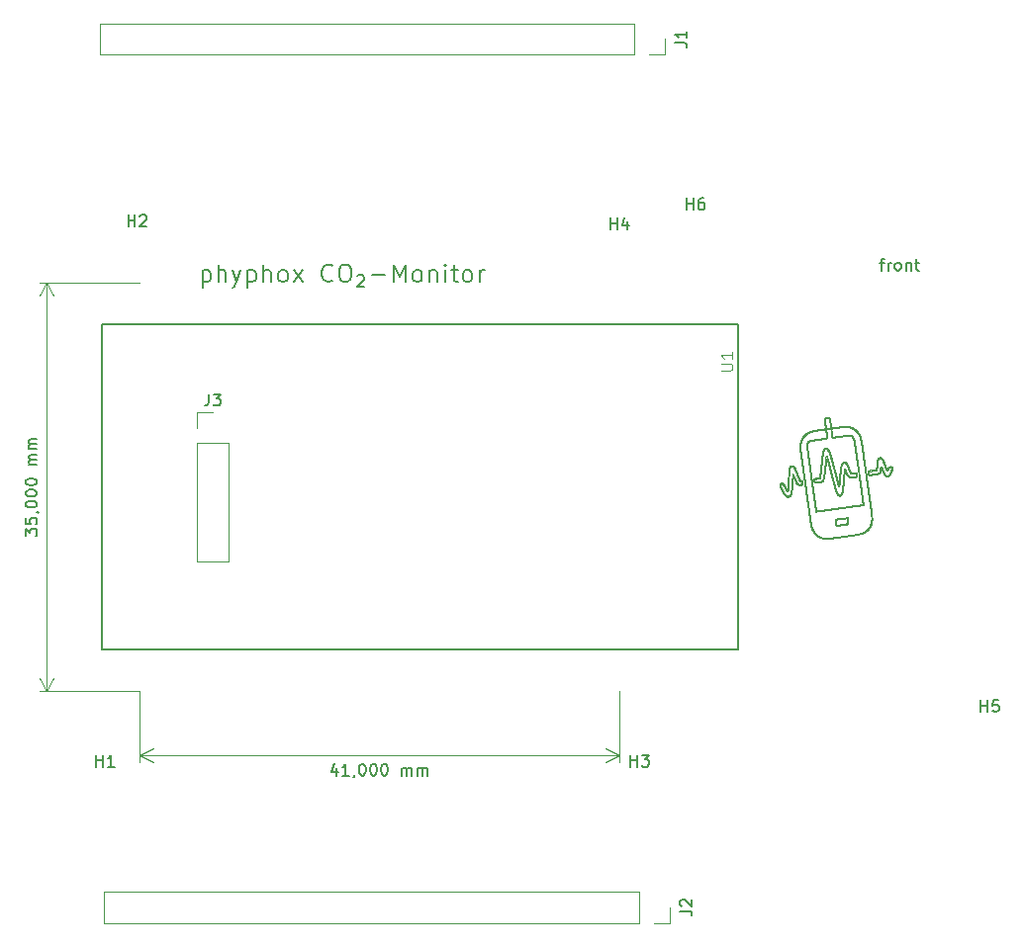
<source format=gbr>
G04 #@! TF.GenerationSoftware,KiCad,Pcbnew,(5.1.0)-1*
G04 #@! TF.CreationDate,2020-12-07T10:04:22+01:00*
G04 #@! TF.ProjectId,phyphox_CO2_Monitor,70687970-686f-4785-9f43-4f325f4d6f6e,rev?*
G04 #@! TF.SameCoordinates,Original*
G04 #@! TF.FileFunction,Legend,Top*
G04 #@! TF.FilePolarity,Positive*
%FSLAX46Y46*%
G04 Gerber Fmt 4.6, Leading zero omitted, Abs format (unit mm)*
G04 Created by KiCad (PCBNEW (5.1.0)-1) date 2020-12-07 10:04:22*
%MOMM*%
%LPD*%
G04 APERTURE LIST*
%ADD10C,0.150000*%
%ADD11C,0.120000*%
%ADD12C,0.010000*%
%ADD13C,0.127000*%
%ADD14C,0.015000*%
G04 APERTURE END LIST*
D10*
X180574323Y-59484914D02*
X180955276Y-59484914D01*
X180717180Y-60151580D02*
X180717180Y-59294438D01*
X180764800Y-59199200D01*
X180860038Y-59151580D01*
X180955276Y-59151580D01*
X181288609Y-60151580D02*
X181288609Y-59484914D01*
X181288609Y-59675390D02*
X181336228Y-59580152D01*
X181383847Y-59532533D01*
X181479085Y-59484914D01*
X181574323Y-59484914D01*
X182050514Y-60151580D02*
X181955276Y-60103961D01*
X181907657Y-60056342D01*
X181860038Y-59961104D01*
X181860038Y-59675390D01*
X181907657Y-59580152D01*
X181955276Y-59532533D01*
X182050514Y-59484914D01*
X182193371Y-59484914D01*
X182288609Y-59532533D01*
X182336228Y-59580152D01*
X182383847Y-59675390D01*
X182383847Y-59961104D01*
X182336228Y-60056342D01*
X182288609Y-60103961D01*
X182193371Y-60151580D01*
X182050514Y-60151580D01*
X182812419Y-59484914D02*
X182812419Y-60151580D01*
X182812419Y-59580152D02*
X182860038Y-59532533D01*
X182955276Y-59484914D01*
X183098133Y-59484914D01*
X183193371Y-59532533D01*
X183240990Y-59627771D01*
X183240990Y-60151580D01*
X183574323Y-59484914D02*
X183955276Y-59484914D01*
X183717180Y-59151580D02*
X183717180Y-60008723D01*
X183764800Y-60103961D01*
X183860038Y-60151580D01*
X183955276Y-60151580D01*
X134098133Y-102754914D02*
X134098133Y-103421580D01*
X133860038Y-102373961D02*
X133621942Y-103088247D01*
X134240990Y-103088247D01*
X135145752Y-103421580D02*
X134574323Y-103421580D01*
X134860038Y-103421580D02*
X134860038Y-102421580D01*
X134764800Y-102564438D01*
X134669561Y-102659676D01*
X134574323Y-102707295D01*
X135621942Y-103373961D02*
X135621942Y-103421580D01*
X135574323Y-103516819D01*
X135526704Y-103564438D01*
X136240990Y-102421580D02*
X136336228Y-102421580D01*
X136431466Y-102469200D01*
X136479085Y-102516819D01*
X136526704Y-102612057D01*
X136574323Y-102802533D01*
X136574323Y-103040628D01*
X136526704Y-103231104D01*
X136479085Y-103326342D01*
X136431466Y-103373961D01*
X136336228Y-103421580D01*
X136240990Y-103421580D01*
X136145752Y-103373961D01*
X136098133Y-103326342D01*
X136050514Y-103231104D01*
X136002895Y-103040628D01*
X136002895Y-102802533D01*
X136050514Y-102612057D01*
X136098133Y-102516819D01*
X136145752Y-102469200D01*
X136240990Y-102421580D01*
X137193371Y-102421580D02*
X137288609Y-102421580D01*
X137383847Y-102469200D01*
X137431466Y-102516819D01*
X137479085Y-102612057D01*
X137526704Y-102802533D01*
X137526704Y-103040628D01*
X137479085Y-103231104D01*
X137431466Y-103326342D01*
X137383847Y-103373961D01*
X137288609Y-103421580D01*
X137193371Y-103421580D01*
X137098133Y-103373961D01*
X137050514Y-103326342D01*
X137002895Y-103231104D01*
X136955276Y-103040628D01*
X136955276Y-102802533D01*
X137002895Y-102612057D01*
X137050514Y-102516819D01*
X137098133Y-102469200D01*
X137193371Y-102421580D01*
X138145752Y-102421580D02*
X138240990Y-102421580D01*
X138336228Y-102469200D01*
X138383847Y-102516819D01*
X138431466Y-102612057D01*
X138479085Y-102802533D01*
X138479085Y-103040628D01*
X138431466Y-103231104D01*
X138383847Y-103326342D01*
X138336228Y-103373961D01*
X138240990Y-103421580D01*
X138145752Y-103421580D01*
X138050514Y-103373961D01*
X138002895Y-103326342D01*
X137955276Y-103231104D01*
X137907657Y-103040628D01*
X137907657Y-102802533D01*
X137955276Y-102612057D01*
X138002895Y-102516819D01*
X138050514Y-102469200D01*
X138145752Y-102421580D01*
X139669561Y-103421580D02*
X139669561Y-102754914D01*
X139669561Y-102850152D02*
X139717180Y-102802533D01*
X139812419Y-102754914D01*
X139955276Y-102754914D01*
X140050514Y-102802533D01*
X140098133Y-102897771D01*
X140098133Y-103421580D01*
X140098133Y-102897771D02*
X140145752Y-102802533D01*
X140240990Y-102754914D01*
X140383847Y-102754914D01*
X140479085Y-102802533D01*
X140526704Y-102897771D01*
X140526704Y-103421580D01*
X141002895Y-103421580D02*
X141002895Y-102754914D01*
X141002895Y-102850152D02*
X141050514Y-102802533D01*
X141145752Y-102754914D01*
X141288609Y-102754914D01*
X141383847Y-102802533D01*
X141431466Y-102897771D01*
X141431466Y-103421580D01*
X141431466Y-102897771D02*
X141479085Y-102802533D01*
X141574323Y-102754914D01*
X141717180Y-102754914D01*
X141812419Y-102802533D01*
X141860038Y-102897771D01*
X141860038Y-103421580D01*
D11*
X158264800Y-101699200D02*
X117264800Y-101699200D01*
X158264800Y-96199200D02*
X158264800Y-102285621D01*
X117264800Y-96199200D02*
X117264800Y-102285621D01*
X117264800Y-101699200D02*
X118391304Y-101112779D01*
X117264800Y-101699200D02*
X118391304Y-102285621D01*
X158264800Y-101699200D02*
X157138296Y-101112779D01*
X158264800Y-101699200D02*
X157138296Y-102285621D01*
D10*
X107447180Y-82889676D02*
X107447180Y-82270628D01*
X107828133Y-82603961D01*
X107828133Y-82461104D01*
X107875752Y-82365866D01*
X107923371Y-82318247D01*
X108018609Y-82270628D01*
X108256704Y-82270628D01*
X108351942Y-82318247D01*
X108399561Y-82365866D01*
X108447180Y-82461104D01*
X108447180Y-82746819D01*
X108399561Y-82842057D01*
X108351942Y-82889676D01*
X107447180Y-81365866D02*
X107447180Y-81842057D01*
X107923371Y-81889676D01*
X107875752Y-81842057D01*
X107828133Y-81746819D01*
X107828133Y-81508723D01*
X107875752Y-81413485D01*
X107923371Y-81365866D01*
X108018609Y-81318247D01*
X108256704Y-81318247D01*
X108351942Y-81365866D01*
X108399561Y-81413485D01*
X108447180Y-81508723D01*
X108447180Y-81746819D01*
X108399561Y-81842057D01*
X108351942Y-81889676D01*
X108399561Y-80842057D02*
X108447180Y-80842057D01*
X108542419Y-80889676D01*
X108590038Y-80937295D01*
X107447180Y-80223009D02*
X107447180Y-80127771D01*
X107494800Y-80032533D01*
X107542419Y-79984914D01*
X107637657Y-79937295D01*
X107828133Y-79889676D01*
X108066228Y-79889676D01*
X108256704Y-79937295D01*
X108351942Y-79984914D01*
X108399561Y-80032533D01*
X108447180Y-80127771D01*
X108447180Y-80223009D01*
X108399561Y-80318247D01*
X108351942Y-80365866D01*
X108256704Y-80413485D01*
X108066228Y-80461104D01*
X107828133Y-80461104D01*
X107637657Y-80413485D01*
X107542419Y-80365866D01*
X107494800Y-80318247D01*
X107447180Y-80223009D01*
X107447180Y-79270628D02*
X107447180Y-79175390D01*
X107494800Y-79080152D01*
X107542419Y-79032533D01*
X107637657Y-78984914D01*
X107828133Y-78937295D01*
X108066228Y-78937295D01*
X108256704Y-78984914D01*
X108351942Y-79032533D01*
X108399561Y-79080152D01*
X108447180Y-79175390D01*
X108447180Y-79270628D01*
X108399561Y-79365866D01*
X108351942Y-79413485D01*
X108256704Y-79461104D01*
X108066228Y-79508723D01*
X107828133Y-79508723D01*
X107637657Y-79461104D01*
X107542419Y-79413485D01*
X107494800Y-79365866D01*
X107447180Y-79270628D01*
X107447180Y-78318247D02*
X107447180Y-78223009D01*
X107494800Y-78127771D01*
X107542419Y-78080152D01*
X107637657Y-78032533D01*
X107828133Y-77984914D01*
X108066228Y-77984914D01*
X108256704Y-78032533D01*
X108351942Y-78080152D01*
X108399561Y-78127771D01*
X108447180Y-78223009D01*
X108447180Y-78318247D01*
X108399561Y-78413485D01*
X108351942Y-78461104D01*
X108256704Y-78508723D01*
X108066228Y-78556342D01*
X107828133Y-78556342D01*
X107637657Y-78508723D01*
X107542419Y-78461104D01*
X107494800Y-78413485D01*
X107447180Y-78318247D01*
X108447180Y-76794438D02*
X107780514Y-76794438D01*
X107875752Y-76794438D02*
X107828133Y-76746819D01*
X107780514Y-76651580D01*
X107780514Y-76508723D01*
X107828133Y-76413485D01*
X107923371Y-76365866D01*
X108447180Y-76365866D01*
X107923371Y-76365866D02*
X107828133Y-76318247D01*
X107780514Y-76223009D01*
X107780514Y-76080152D01*
X107828133Y-75984914D01*
X107923371Y-75937295D01*
X108447180Y-75937295D01*
X108447180Y-75461104D02*
X107780514Y-75461104D01*
X107875752Y-75461104D02*
X107828133Y-75413485D01*
X107780514Y-75318247D01*
X107780514Y-75175390D01*
X107828133Y-75080152D01*
X107923371Y-75032533D01*
X108447180Y-75032533D01*
X107923371Y-75032533D02*
X107828133Y-74984914D01*
X107780514Y-74889676D01*
X107780514Y-74746819D01*
X107828133Y-74651580D01*
X107923371Y-74603961D01*
X108447180Y-74603961D01*
D11*
X109264800Y-96199200D02*
X109264800Y-61199200D01*
X117264800Y-96199200D02*
X108678379Y-96199200D01*
X117264800Y-61199200D02*
X108678379Y-61199200D01*
X109264800Y-61199200D02*
X109851221Y-62325704D01*
X109264800Y-61199200D02*
X108678379Y-62325704D01*
X109264800Y-96199200D02*
X109851221Y-95072696D01*
X109264800Y-96199200D02*
X108678379Y-95072696D01*
D12*
X181552036Y-77413811D02*
X181548523Y-77421822D01*
X181548523Y-77421822D02*
X181545033Y-77429737D01*
X181545033Y-77429737D02*
X181541564Y-77437552D01*
X181541564Y-77437552D02*
X181537733Y-77446124D01*
X181537733Y-77446124D02*
X181533928Y-77454577D01*
X181533928Y-77454577D02*
X181530146Y-77462909D01*
X181530146Y-77462909D02*
X181526389Y-77471124D01*
X181526389Y-77471124D02*
X181522280Y-77480025D01*
X181522280Y-77480025D02*
X181518938Y-77487202D01*
X181518938Y-77487202D02*
X181514878Y-77495848D01*
X181514878Y-77495848D02*
X181511575Y-77502816D01*
X181511575Y-77502816D02*
X181507559Y-77511209D01*
X181507559Y-77511209D02*
X181504293Y-77517974D01*
X181504293Y-77517974D02*
X181500679Y-77525380D01*
X181500679Y-77525380D02*
X181497084Y-77532673D01*
X181497084Y-77532673D02*
X181493508Y-77539856D01*
X181493508Y-77539856D02*
X181489946Y-77546927D01*
X181489946Y-77546927D02*
X181486404Y-77553888D01*
X181486404Y-77553888D02*
X181482875Y-77560737D01*
X181482875Y-77560737D02*
X181479363Y-77567479D01*
X181479363Y-77567479D02*
X181475865Y-77574110D01*
X181475865Y-77574110D02*
X181472381Y-77580634D01*
X181472381Y-77580634D02*
X181468217Y-77588322D01*
X181468217Y-77588322D02*
X181464072Y-77595858D01*
X181464072Y-77595858D02*
X181459943Y-77603240D01*
X181459943Y-77603240D02*
X181455830Y-77610469D01*
X181455830Y-77610469D02*
X181451730Y-77617550D01*
X181451730Y-77617550D02*
X181447646Y-77624483D01*
X181447646Y-77624483D02*
X181443574Y-77631267D01*
X181443574Y-77631267D02*
X181439512Y-77637905D01*
X181439512Y-77637905D02*
X181435463Y-77644398D01*
X181435463Y-77644398D02*
X181431421Y-77650747D01*
X181431421Y-77650747D02*
X181427389Y-77656953D01*
X181427389Y-77656953D02*
X181423363Y-77663017D01*
X181423363Y-77663017D02*
X181419176Y-77669184D01*
X181419176Y-77669184D02*
X181414662Y-77675676D01*
X181414662Y-77675676D02*
X181410483Y-77681530D01*
X181410483Y-77681530D02*
X181405975Y-77687685D01*
X181405975Y-77687685D02*
X181401468Y-77693668D01*
X181401468Y-77693668D02*
X181395961Y-77700752D01*
X181395961Y-77700752D02*
X181391285Y-77706566D01*
X181391285Y-77706566D02*
X181386438Y-77712399D01*
X181386438Y-77712399D02*
X181381252Y-77718423D01*
X181381252Y-77718423D02*
X181375888Y-77724419D01*
X181375888Y-77724419D02*
X181371017Y-77729656D01*
X181371017Y-77729656D02*
X181365796Y-77735053D01*
X181365796Y-77735053D02*
X181360390Y-77740407D01*
X181360390Y-77740407D02*
X181354964Y-77745542D01*
X181354964Y-77745542D02*
X181349518Y-77750464D01*
X181349518Y-77750464D02*
X181344045Y-77755173D01*
X181344045Y-77755173D02*
X181337812Y-77760255D01*
X181337812Y-77760255D02*
X181331631Y-77765010D01*
X181331631Y-77765010D02*
X181325362Y-77769538D01*
X181325362Y-77769538D02*
X181319047Y-77773815D01*
X181319047Y-77773815D02*
X181312684Y-77777843D01*
X181312684Y-77777843D02*
X181306269Y-77781627D01*
X181306269Y-77781627D02*
X181299614Y-77785261D01*
X181299614Y-77785261D02*
X181292533Y-77788823D01*
X181292533Y-77788823D02*
X181285376Y-77792112D01*
X181285376Y-77792112D02*
X181277953Y-77795203D01*
X181277953Y-77795203D02*
X181270250Y-77798087D01*
X181270250Y-77798087D02*
X181262639Y-77800625D01*
X181262639Y-77800625D02*
X181254054Y-77803134D01*
X181254054Y-77803134D02*
X181245540Y-77805278D01*
X181245540Y-77805278D02*
X181236994Y-77807100D01*
X181236994Y-77807100D02*
X181227907Y-77808700D01*
X181227907Y-77808700D02*
X181218975Y-77809953D01*
X181218975Y-77809953D02*
X181209790Y-77810937D01*
X181209790Y-77810937D02*
X181200338Y-77811651D01*
X181200338Y-77811651D02*
X181189292Y-77812124D01*
X181189292Y-77812124D02*
X181179800Y-77812250D01*
X181197039Y-77729975D02*
X181206098Y-77728719D01*
X181206098Y-77728719D02*
X181214859Y-77727069D01*
X181214859Y-77727069D02*
X181223682Y-77724888D01*
X181223682Y-77724888D02*
X181231835Y-77722328D01*
X181231835Y-77722328D02*
X181239388Y-77719427D01*
X181239388Y-77719427D02*
X181247209Y-77715816D01*
X181247209Y-77715816D02*
X181254511Y-77711845D01*
X181254511Y-77711845D02*
X181261335Y-77707564D01*
X181261335Y-77707564D02*
X181267322Y-77703337D01*
X181267322Y-77703337D02*
X181273291Y-77698664D01*
X181273291Y-77698664D02*
X181278865Y-77693882D01*
X181278865Y-77693882D02*
X181284053Y-77689063D01*
X181284053Y-77689063D02*
X181289669Y-77683450D01*
X181289669Y-77683450D02*
X181294516Y-77678277D01*
X181294516Y-77678277D02*
X181299402Y-77672757D01*
X181299402Y-77672757D02*
X181304339Y-77666883D01*
X181304339Y-77666883D02*
X181308911Y-77661172D01*
X181308911Y-77661172D02*
X181313540Y-77655146D01*
X181313540Y-77655146D02*
X181318017Y-77649091D01*
X181318017Y-77649091D02*
X181322338Y-77643040D01*
X181322338Y-77643040D02*
X181326501Y-77637033D01*
X181326501Y-77637033D02*
X181330949Y-77630429D01*
X181330949Y-77630429D02*
X181335013Y-77624233D01*
X181335013Y-77624233D02*
X181339138Y-77617795D01*
X181339138Y-77617795D02*
X181343328Y-77611108D01*
X181343328Y-77611108D02*
X181347589Y-77604172D01*
X181347589Y-77604172D02*
X181351437Y-77597790D01*
X181351437Y-77597790D02*
X181355347Y-77591204D01*
X181355347Y-77591204D02*
X181359569Y-77583979D01*
X181359569Y-77583979D02*
X181363356Y-77577402D01*
X181363356Y-77577402D02*
X181367460Y-77570178D01*
X181367460Y-77570178D02*
X181371111Y-77563679D01*
X181371111Y-77563679D02*
X181375085Y-77556528D01*
X181375085Y-77556528D02*
X181379397Y-77548684D01*
X181379397Y-77548684D02*
X181383511Y-77541121D01*
X181383511Y-77541121D02*
X181387132Y-77534405D01*
X181387132Y-77534405D02*
X181391665Y-77525926D01*
X181391665Y-77525926D02*
X181395412Y-77518864D01*
X181395412Y-77518864D02*
X181399806Y-77510518D01*
X181399806Y-77510518D02*
X181403377Y-77503689D01*
X181403377Y-77503689D02*
X181407002Y-77496723D01*
X181407002Y-77496723D02*
X181410679Y-77489617D01*
X181410679Y-77489617D02*
X181414409Y-77482373D01*
X181414409Y-77482373D02*
X181418195Y-77474986D01*
X181418195Y-77474986D02*
X181422038Y-77467457D01*
X181422038Y-77467457D02*
X181425937Y-77459784D01*
X181425937Y-77459784D02*
X181429895Y-77451965D01*
X181429895Y-77451965D02*
X181433913Y-77444000D01*
X181433913Y-77444000D02*
X181437309Y-77437250D01*
X181437309Y-77437250D02*
X181441981Y-77427908D01*
X181441981Y-77427908D02*
X181445428Y-77420982D01*
X181445428Y-77420982D02*
X181448827Y-77414124D01*
X181448827Y-77414124D02*
X181452397Y-77406883D01*
X181452397Y-77406883D02*
X181455911Y-77399717D01*
X181455911Y-77399717D02*
X181459798Y-77391746D01*
X181459798Y-77391746D02*
X181463192Y-77384740D01*
X181463192Y-77384740D02*
X181466944Y-77376949D01*
X181466944Y-77376949D02*
X181470219Y-77370100D01*
X181470219Y-77370100D02*
X181474234Y-77361648D01*
X181474234Y-77361648D02*
X181478163Y-77353310D01*
X181478163Y-77353310D02*
X181482381Y-77344270D01*
X181482381Y-77344270D02*
X181485754Y-77336979D01*
X181485754Y-77336979D02*
X181489782Y-77328191D01*
X181489782Y-77328191D02*
X181492996Y-77321103D01*
X181492996Y-77321103D02*
X181496485Y-77313335D01*
X181496485Y-77313335D02*
X181499886Y-77305678D01*
X181499886Y-77305678D02*
X181503201Y-77298135D01*
X181503201Y-77298135D02*
X181506428Y-77290702D01*
X181506428Y-77290702D02*
X181510184Y-77281927D01*
X181510184Y-77281927D02*
X181513219Y-77274737D01*
X181513219Y-77274737D02*
X181516312Y-77267305D01*
X181516312Y-77267305D02*
X181519588Y-77259301D01*
X181519588Y-77259301D02*
X181522749Y-77251442D01*
X181522749Y-77251442D02*
X181526055Y-77243061D01*
X181526055Y-77243061D02*
X181529101Y-77235173D01*
X181529101Y-77235173D02*
X181532018Y-77227435D01*
X181532018Y-77227435D02*
X181534813Y-77219850D01*
X181534813Y-77219850D02*
X181537482Y-77212415D01*
X181537482Y-77212415D02*
X181540438Y-77203933D01*
X181540438Y-77203933D02*
X181543126Y-77195945D01*
X181543126Y-77195945D02*
X181545835Y-77187572D01*
X181545835Y-77187572D02*
X181548279Y-77179691D01*
X181548279Y-77179691D02*
X181550864Y-77170928D01*
X181550864Y-77170928D02*
X181553228Y-77162421D01*
X181553228Y-77162421D02*
X181555368Y-77154168D01*
X181555368Y-77154168D02*
X181557513Y-77145183D01*
X181557513Y-77145183D02*
X181559377Y-77136514D01*
X181559377Y-77136514D02*
X181561000Y-77127930D01*
X181561000Y-77127930D02*
X181562390Y-77119233D01*
X181562390Y-77119233D02*
X181563565Y-77109852D01*
X181563565Y-77109852D02*
X181564372Y-77100133D01*
X181564372Y-77100133D02*
X181564684Y-77090196D01*
X181564684Y-77090196D02*
X181564381Y-77080350D01*
X181564381Y-77080350D02*
X181563405Y-77071012D01*
X181563405Y-77071012D02*
X181561757Y-77062359D01*
X181561757Y-77062359D02*
X181559434Y-77054376D01*
X181559434Y-77054376D02*
X181556441Y-77047050D01*
X181556441Y-77047050D02*
X181552490Y-77039917D01*
X181552490Y-77039917D02*
X181548107Y-77033917D01*
X181548107Y-77033917D02*
X181543201Y-77028674D01*
X181543201Y-77028674D02*
X181537524Y-77023903D01*
X181537524Y-77023903D02*
X181531246Y-77019758D01*
X181531246Y-77019758D02*
X181523960Y-77016023D01*
X181523960Y-77016023D02*
X181516747Y-77013168D01*
X181516747Y-77013168D02*
X181508411Y-77010668D01*
X181508411Y-77010668D02*
X181500072Y-77008833D01*
X181500072Y-77008833D02*
X181490987Y-77007444D01*
X181490987Y-77007444D02*
X181481681Y-77006546D01*
X181481681Y-77006546D02*
X181472028Y-77006084D01*
X181472028Y-77006084D02*
X181465368Y-77006000D01*
X181437309Y-77437250D02*
X181437309Y-77437250D01*
X181461956Y-76912250D02*
X181472217Y-76912367D01*
X181472217Y-76912367D02*
X181482334Y-76912729D01*
X181482334Y-76912729D02*
X181491935Y-76913323D01*
X181491935Y-76913323D02*
X181501530Y-76914185D01*
X181501530Y-76914185D02*
X181510885Y-76915307D01*
X181510885Y-76915307D02*
X181519932Y-76916687D01*
X181519932Y-76916687D02*
X181528729Y-76918338D01*
X181528729Y-76918338D02*
X181537641Y-76920362D01*
X181537641Y-76920362D02*
X181545679Y-76922523D01*
X181545679Y-76922523D02*
X181553470Y-76924961D01*
X181553470Y-76924961D02*
X181561812Y-76928000D01*
X181561812Y-76928000D02*
X181568948Y-76930999D01*
X181568948Y-76930999D02*
X181575777Y-76934266D01*
X181575777Y-76934266D02*
X181582391Y-76937855D01*
X181582391Y-76937855D02*
X181588777Y-76941779D01*
X181588777Y-76941779D02*
X181594754Y-76945925D01*
X181594754Y-76945925D02*
X181600653Y-76950551D01*
X181600653Y-76950551D02*
X181606206Y-76955483D01*
X181606206Y-76955483D02*
X181611417Y-76960723D01*
X181611417Y-76960723D02*
X181616284Y-76966271D01*
X181616284Y-76966271D02*
X181621048Y-76972465D01*
X181621048Y-76972465D02*
X181625212Y-76978654D01*
X181625212Y-76978654D02*
X181629028Y-76985154D01*
X181629028Y-76985154D02*
X181632687Y-76992358D01*
X181632687Y-76992358D02*
X181635759Y-76999405D01*
X181635759Y-76999405D02*
X181638573Y-77006976D01*
X181638573Y-77006976D02*
X181641003Y-77014763D01*
X181641003Y-77014763D02*
X181643157Y-77023159D01*
X181643157Y-77023159D02*
X181644928Y-77031783D01*
X181644928Y-77031783D02*
X181646295Y-77040429D01*
X181646295Y-77040429D02*
X181647346Y-77049521D01*
X181647346Y-77049521D02*
X181648064Y-77059073D01*
X181648064Y-77059073D02*
X181648440Y-77069377D01*
X181648440Y-77069377D02*
X181648437Y-77080048D01*
X181648437Y-77080048D02*
X181648114Y-77089909D01*
X181648114Y-77089909D02*
X181647511Y-77099764D01*
X181647511Y-77099764D02*
X181646653Y-77109587D01*
X181646653Y-77109587D02*
X181645643Y-77118718D01*
X181645643Y-77118718D02*
X181644460Y-77127743D01*
X181644460Y-77127743D02*
X181643127Y-77136639D01*
X181643127Y-77136639D02*
X181641542Y-77146065D01*
X181641542Y-77146065D02*
X181639954Y-77154654D01*
X181639954Y-77154654D02*
X181638276Y-77163054D01*
X181638276Y-77163054D02*
X181636209Y-77172687D01*
X181636209Y-77172687D02*
X181634213Y-77181412D01*
X181634213Y-77181412D02*
X181632067Y-77190290D01*
X181632067Y-77190290D02*
X181629770Y-77199319D01*
X181629770Y-77199319D02*
X181627636Y-77207345D01*
X181627636Y-77207345D02*
X181625169Y-77216273D01*
X181625169Y-77216273D02*
X181622913Y-77224152D01*
X181622913Y-77224152D02*
X181620430Y-77232540D01*
X181620430Y-77232540D02*
X181618088Y-77240231D01*
X181618088Y-77240231D02*
X181615649Y-77248020D01*
X181615649Y-77248020D02*
X181612846Y-77256743D01*
X181612846Y-77256743D02*
X181610212Y-77264740D01*
X181610212Y-77264740D02*
X181607336Y-77273261D01*
X181607336Y-77273261D02*
X181604661Y-77281023D01*
X181604661Y-77281023D02*
X181601902Y-77288875D01*
X181601902Y-77288875D02*
X181599219Y-77296371D01*
X181599219Y-77296371D02*
X181596460Y-77303947D01*
X181596460Y-77303947D02*
X181593290Y-77312510D01*
X181593290Y-77312510D02*
X181590373Y-77320255D01*
X181590373Y-77320255D02*
X181587026Y-77329004D01*
X181587026Y-77329004D02*
X181583584Y-77337854D01*
X181583584Y-77337854D02*
X181580427Y-77345856D01*
X181580427Y-77345856D02*
X181577194Y-77353941D01*
X181577194Y-77353941D02*
X181574279Y-77361140D01*
X181574279Y-77361140D02*
X181571307Y-77368402D01*
X181571307Y-77368402D02*
X181567869Y-77376708D01*
X181567869Y-77376708D02*
X181564356Y-77385094D01*
X181564356Y-77385094D02*
X181561195Y-77392562D01*
X181561195Y-77392562D02*
X181557975Y-77400093D01*
X181557975Y-77400093D02*
X181554257Y-77408705D01*
X181554257Y-77408705D02*
X181552036Y-77413811D01*
X181465368Y-77006000D02*
X181455153Y-77006256D01*
X181455153Y-77006256D02*
X181445740Y-77007010D01*
X181445740Y-77007010D02*
X181436583Y-77008302D01*
X181436583Y-77008302D02*
X181428114Y-77010068D01*
X181428114Y-77010068D02*
X181420089Y-77012318D01*
X181420089Y-77012318D02*
X181412469Y-77015041D01*
X181412469Y-77015041D02*
X181405298Y-77018185D01*
X181405298Y-77018185D02*
X181398291Y-77021850D01*
X181398291Y-77021850D02*
X181391903Y-77025745D01*
X181391903Y-77025745D02*
X181385937Y-77029896D01*
X181385937Y-77029896D02*
X181380049Y-77034493D01*
X181380049Y-77034493D02*
X181374230Y-77039557D01*
X181374230Y-77039557D02*
X181369067Y-77044490D01*
X181369067Y-77044490D02*
X181364085Y-77049654D01*
X181364085Y-77049654D02*
X181359273Y-77055021D01*
X181359273Y-77055021D02*
X181353869Y-77061493D01*
X181353869Y-77061493D02*
X181349213Y-77067444D01*
X181349213Y-77067444D02*
X181344852Y-77073334D01*
X181344852Y-77073334D02*
X181340474Y-77079539D01*
X181340474Y-77079539D02*
X181336381Y-77085610D01*
X181336381Y-77085610D02*
X181332108Y-77092206D01*
X181332108Y-77092206D02*
X181327187Y-77100128D01*
X181327187Y-77100128D02*
X181323306Y-77106605D01*
X181323306Y-77106605D02*
X181319077Y-77113889D01*
X181319077Y-77113889D02*
X181315277Y-77120621D01*
X181315277Y-77120621D02*
X181311438Y-77127598D01*
X181311438Y-77127598D02*
X181307555Y-77134823D01*
X181307555Y-77134823D02*
X181303623Y-77142299D01*
X181303623Y-77142299D02*
X181299640Y-77150030D01*
X181299640Y-77150030D02*
X181296618Y-77156000D01*
X181296618Y-77156000D02*
X181292411Y-77164234D01*
X181292411Y-77164234D02*
X181288831Y-77171081D01*
X181288831Y-77171081D02*
X181285050Y-77178148D01*
X181285050Y-77178148D02*
X181281486Y-77184669D01*
X181281486Y-77184669D02*
X181277601Y-77191620D01*
X181277601Y-77191620D02*
X181273802Y-77198274D01*
X181273802Y-77198274D02*
X181269986Y-77204826D01*
X181269986Y-77204826D02*
X181265942Y-77211614D01*
X181265942Y-77211614D02*
X181262150Y-77217845D01*
X181262150Y-77217845D02*
X181257962Y-77224571D01*
X181257962Y-77224571D02*
X181253779Y-77231136D01*
X181253779Y-77231136D02*
X181249087Y-77238314D01*
X181249087Y-77238314D02*
X181244939Y-77244499D01*
X181244939Y-77244499D02*
X181240690Y-77250674D01*
X181240690Y-77250674D02*
X181236227Y-77256985D01*
X181236227Y-77256985D02*
X181231691Y-77263207D01*
X181231691Y-77263207D02*
X181227221Y-77269140D01*
X181227221Y-77269140D02*
X181222827Y-77274772D01*
X181222827Y-77274772D02*
X181218048Y-77280655D01*
X181218048Y-77280655D02*
X181213280Y-77286262D01*
X181213280Y-77286262D02*
X181208436Y-77291657D01*
X181208436Y-77291657D02*
X181203237Y-77297060D01*
X181203237Y-77297060D02*
X181197887Y-77302138D01*
X181197887Y-77302138D02*
X181192116Y-77306944D01*
X181192116Y-77306944D02*
X181185911Y-77311080D01*
X181185911Y-77311080D02*
X181179073Y-77313764D01*
X181221110Y-77126557D02*
X181224187Y-77119185D01*
X181224187Y-77119185D02*
X181227193Y-77112165D01*
X181227193Y-77112165D02*
X181230402Y-77104862D01*
X181230402Y-77104862D02*
X181234097Y-77096696D01*
X181234097Y-77096696D02*
X181237448Y-77089508D01*
X181237448Y-77089508D02*
X181241200Y-77081702D01*
X181241200Y-77081702D02*
X181244985Y-77074085D01*
X181244985Y-77074085D02*
X181248798Y-77066654D01*
X181248798Y-77066654D02*
X181252842Y-77059054D01*
X181252842Y-77059054D02*
X181256532Y-77052354D01*
X181256532Y-77052354D02*
X181260449Y-77045481D01*
X181260449Y-77045481D02*
X181265198Y-77037478D01*
X181265198Y-77037478D02*
X181269200Y-77031011D01*
X181269200Y-77031011D02*
X181273642Y-77024105D01*
X181273642Y-77024105D02*
X181277723Y-77018018D01*
X181277723Y-77018018D02*
X181281845Y-77012112D01*
X181281845Y-77012112D02*
X181286425Y-77005823D01*
X181286425Y-77005823D02*
X181290899Y-76999951D01*
X181290899Y-76999951D02*
X181295744Y-76993890D01*
X181295744Y-76993890D02*
X181301350Y-76987240D01*
X181301350Y-76987240D02*
X181306265Y-76981727D01*
X181306265Y-76981727D02*
X181311463Y-76976203D01*
X181311463Y-76976203D02*
X181316726Y-76970920D01*
X181316726Y-76970920D02*
X181322287Y-76965665D01*
X181322287Y-76965665D02*
X181328269Y-76960370D01*
X181328269Y-76960370D02*
X181334339Y-76955361D01*
X181334339Y-76955361D02*
X181340143Y-76950904D01*
X181340143Y-76950904D02*
X181347238Y-76945871D01*
X181347238Y-76945871D02*
X181353591Y-76941737D01*
X181353591Y-76941737D02*
X181360039Y-76937883D01*
X181360039Y-76937883D02*
X181366587Y-76934307D01*
X181366587Y-76934307D02*
X181374944Y-76930208D01*
X181374944Y-76930208D02*
X181382086Y-76927104D01*
X181382086Y-76927104D02*
X181389510Y-76924240D01*
X181389510Y-76924240D02*
X181397058Y-76921688D01*
X181397058Y-76921688D02*
X181404802Y-76919427D01*
X181404802Y-76919427D02*
X181413101Y-76917387D01*
X181413101Y-76917387D02*
X181421623Y-76915678D01*
X181421623Y-76915678D02*
X181430885Y-76914238D01*
X181430885Y-76914238D02*
X181440328Y-76913192D01*
X181440328Y-76913192D02*
X181449960Y-76912532D01*
X181449960Y-76912532D02*
X181459781Y-76912257D01*
X181459781Y-76912257D02*
X181461956Y-76912250D01*
X174750789Y-82332138D02*
X174747620Y-82325053D01*
X174747620Y-82325053D02*
X174744552Y-82318079D01*
X174744552Y-82318079D02*
X174740710Y-82309179D01*
X174740710Y-82309179D02*
X174737641Y-82301936D01*
X174737641Y-82301936D02*
X174734271Y-82293833D01*
X174734271Y-82293833D02*
X174730804Y-82285328D01*
X174730804Y-82285328D02*
X174727697Y-82277544D01*
X174727697Y-82277544D02*
X174724614Y-82269680D01*
X174724614Y-82269680D02*
X174721655Y-82261978D01*
X174721655Y-82261978D02*
X174718909Y-82254694D01*
X174718909Y-82254694D02*
X174715403Y-82245200D01*
X174715403Y-82245200D02*
X174712423Y-82236949D01*
X174712423Y-82236949D02*
X174709588Y-82228942D01*
X174709588Y-82228942D02*
X174706649Y-82220473D01*
X174706649Y-82220473D02*
X174704096Y-82212969D01*
X174704096Y-82212969D02*
X174701197Y-82204277D01*
X174701197Y-82204277D02*
X174698194Y-82195082D01*
X174698194Y-82195082D02*
X174695450Y-82186497D01*
X174695450Y-82186497D02*
X174692603Y-82177403D01*
X174692603Y-82177403D02*
X174690242Y-82169714D01*
X174690242Y-82169714D02*
X174687890Y-82161922D01*
X174687890Y-82161922D02*
X174685548Y-82154025D01*
X174685548Y-82154025D02*
X174683213Y-82146015D01*
X174683213Y-82146015D02*
X174680944Y-82138098D01*
X174680944Y-82138098D02*
X174678571Y-82129660D01*
X174678571Y-82129660D02*
X174676260Y-82121306D01*
X174676260Y-82121306D02*
X174674071Y-82113257D01*
X174674071Y-82113257D02*
X174671659Y-82104232D01*
X174671659Y-82104232D02*
X174669365Y-82095505D01*
X174669365Y-82095505D02*
X174667076Y-82086647D01*
X174667076Y-82086647D02*
X174664792Y-82077657D01*
X174664792Y-82077657D02*
X174662511Y-82068530D01*
X174662511Y-82068530D02*
X174660233Y-82059263D01*
X174660233Y-82059263D02*
X174657957Y-82049855D01*
X174657957Y-82049855D02*
X174655682Y-82040300D01*
X174655682Y-82040300D02*
X174653409Y-82030595D01*
X174653409Y-82030595D02*
X174651137Y-82020739D01*
X174651137Y-82020739D02*
X174648864Y-82010729D01*
X174648864Y-82010729D02*
X174646590Y-82000561D01*
X174646590Y-82000561D02*
X174644769Y-81992310D01*
X174644769Y-81992310D02*
X174642949Y-81983956D01*
X174642949Y-81983956D02*
X174641128Y-81975496D01*
X174641128Y-81975496D02*
X174639303Y-81966927D01*
X174639303Y-81966927D02*
X174637248Y-81957159D01*
X174637248Y-81957159D02*
X174635191Y-81947249D01*
X174635191Y-81947249D02*
X174633358Y-81938321D01*
X174633358Y-81938321D02*
X174630834Y-81925860D01*
X174630834Y-81925860D02*
X174628763Y-81915498D01*
X174628763Y-81915498D02*
X174626921Y-81906162D01*
X174626921Y-81906162D02*
X174625071Y-81896708D01*
X174625071Y-81896708D02*
X174622753Y-81884720D01*
X174622753Y-81884720D02*
X174620895Y-81874990D01*
X174620895Y-81874990D02*
X174619030Y-81865136D01*
X174619030Y-81865136D02*
X174617161Y-81855156D01*
X174617161Y-81855156D02*
X174615284Y-81845049D01*
X174615284Y-81845049D02*
X174613170Y-81833525D01*
X174613170Y-81833525D02*
X174611280Y-81823140D01*
X174611280Y-81823140D02*
X174609622Y-81813944D01*
X174609622Y-81813944D02*
X174607482Y-81801973D01*
X174607482Y-81801973D02*
X174605573Y-81791186D01*
X174605573Y-81791186D02*
X174603895Y-81781634D01*
X174603895Y-81781634D02*
X174601970Y-81770589D01*
X174601970Y-81770589D02*
X174600038Y-81759404D01*
X174600038Y-81759404D02*
X174598098Y-81748076D01*
X174598098Y-81748076D02*
X174596636Y-81739487D01*
X174596636Y-81739487D02*
X174595169Y-81730816D01*
X174595169Y-81730816D02*
X174593697Y-81722064D01*
X174593697Y-81722064D02*
X174592219Y-81713228D01*
X174592219Y-81713228D02*
X174590736Y-81704310D01*
X174590736Y-81704310D02*
X174589249Y-81695308D01*
X174589249Y-81695308D02*
X174587754Y-81686221D01*
X174587754Y-81686221D02*
X174586253Y-81677049D01*
X174586253Y-81677049D02*
X174584748Y-81667792D01*
X174584748Y-81667792D02*
X174583236Y-81658448D01*
X174583236Y-81658448D02*
X174581719Y-81649018D01*
X174581719Y-81649018D02*
X174580193Y-81639498D01*
X174580193Y-81639498D02*
X174578661Y-81629890D01*
X174578661Y-81629890D02*
X174577124Y-81620193D01*
X174577124Y-81620193D02*
X174575579Y-81610408D01*
X174575579Y-81610408D02*
X174574027Y-81600531D01*
X174574027Y-81600531D02*
X174572469Y-81590563D01*
X174572469Y-81590563D02*
X174570903Y-81580503D01*
X174570903Y-81580503D02*
X174568805Y-81566947D01*
X174568805Y-81566947D02*
X174567222Y-81556671D01*
X174567222Y-81556671D02*
X174565368Y-81544567D01*
X174565368Y-81544567D02*
X174564034Y-81535838D01*
X174564034Y-81535838D02*
X174562427Y-81525277D01*
X174562427Y-81525277D02*
X174561083Y-81516406D01*
X174561083Y-81516406D02*
X174559189Y-81503869D01*
X174559189Y-81503869D02*
X174557832Y-81494837D01*
X174557832Y-81494837D02*
X174556469Y-81485734D01*
X174556469Y-81485734D02*
X174554824Y-81474719D01*
X174554824Y-81474719D02*
X174553448Y-81465468D01*
X174553448Y-81465468D02*
X174551510Y-81452397D01*
X174551510Y-81452397D02*
X174549840Y-81441086D01*
X174549840Y-81441086D02*
X174548160Y-81429673D01*
X174548160Y-81429673D02*
X174546471Y-81418159D01*
X174546471Y-81418159D02*
X174544490Y-81404599D01*
X174544490Y-81404599D02*
X174542494Y-81390896D01*
X174542494Y-81390896D02*
X174540774Y-81379038D01*
X174540774Y-81379038D02*
X174539045Y-81367076D01*
X174539045Y-81367076D02*
X174537306Y-81355009D01*
X174537306Y-81355009D02*
X174535557Y-81342836D01*
X174535557Y-81342836D02*
X174533798Y-81330559D01*
X174533798Y-81330559D02*
X174532028Y-81318173D01*
X174532028Y-81318173D02*
X174530248Y-81305681D01*
X174530248Y-81305681D02*
X174528159Y-81290970D01*
X174528159Y-81290970D02*
X174526053Y-81276106D01*
X174526053Y-81276106D02*
X174524543Y-81265402D01*
X174524543Y-81265402D02*
X174522412Y-81250282D01*
X174522412Y-81250282D02*
X174520882Y-81239392D01*
X174520882Y-81239392D02*
X174519344Y-81228422D01*
X174519344Y-81228422D02*
X174518108Y-81219591D01*
X174518108Y-81219591D02*
X174515934Y-81204018D01*
X174515934Y-81204018D02*
X174514684Y-81195049D01*
X174514684Y-81195049D02*
X174513114Y-81183764D01*
X174513114Y-81183764D02*
X174511220Y-81170120D01*
X174511220Y-81170120D02*
X174509634Y-81158665D01*
X174509634Y-81158665D02*
X174508037Y-81147125D01*
X174508037Y-81147125D02*
X174505790Y-81130837D01*
X174505790Y-81130837D02*
X174504173Y-81119102D01*
X174504173Y-81119102D02*
X174502875Y-81109657D01*
X174502875Y-81109657D02*
X174500590Y-81093004D01*
X174500590Y-81093004D02*
X174498946Y-81081009D01*
X174498946Y-81081009D02*
X174496963Y-81066505D01*
X174496963Y-81066505D02*
X174495301Y-81054329D01*
X174495301Y-81054329D02*
X174493965Y-81044528D01*
X174493965Y-81044528D02*
X174492285Y-81032197D01*
X174492285Y-81032197D02*
X174489922Y-81014799D01*
X174489922Y-81014799D02*
X174488563Y-81004781D01*
X174488563Y-81004781D02*
X174487881Y-80999750D01*
X174041397Y-77812250D02*
X174040142Y-77803094D01*
X174040142Y-77803094D02*
X174038599Y-77791872D01*
X174038599Y-77791872D02*
X174036750Y-77778477D01*
X174036750Y-77778477D02*
X174034849Y-77764767D01*
X174034849Y-77764767D02*
X174033464Y-77754805D01*
X174033464Y-77754805D02*
X174031198Y-77738577D01*
X174031198Y-77738577D02*
X174028878Y-77722031D01*
X174028878Y-77722031D02*
X174026509Y-77705199D01*
X174026509Y-77705199D02*
X174025006Y-77694548D01*
X174025006Y-77694548D02*
X174022876Y-77679494D01*
X174022876Y-77679494D02*
X174020406Y-77662098D01*
X174020406Y-77662098D02*
X174018846Y-77651138D01*
X174018846Y-77651138D02*
X174016642Y-77635704D01*
X174016642Y-77635704D02*
X174015375Y-77626843D01*
X174015375Y-77626843D02*
X174014103Y-77617957D01*
X174014103Y-77617957D02*
X174012504Y-77606819D01*
X174012504Y-77606819D02*
X174011221Y-77597893D01*
X174011221Y-77597893D02*
X174008968Y-77582247D01*
X174008968Y-77582247D02*
X174007676Y-77573299D01*
X174007676Y-77573299D02*
X174006382Y-77564352D01*
X174006382Y-77564352D02*
X174005088Y-77555409D01*
X174005088Y-77555409D02*
X174003793Y-77546476D01*
X174003793Y-77546476D02*
X174002499Y-77537555D01*
X174002499Y-77537555D02*
X174001203Y-77528651D01*
X174001203Y-77528651D02*
X173999908Y-77519768D01*
X173999908Y-77519768D02*
X173998294Y-77508704D01*
X173998294Y-77508704D02*
X173996040Y-77493292D01*
X173996040Y-77493292D02*
X173994757Y-77484538D01*
X173994757Y-77484538D02*
X173992206Y-77467160D01*
X173992206Y-77467160D02*
X173990621Y-77456401D01*
X173990621Y-77456401D02*
X173988733Y-77443606D01*
X173988733Y-77443606D02*
X173986861Y-77430951D01*
X173986861Y-77430951D02*
X173984699Y-77416382D01*
X173984699Y-77416382D02*
X173983325Y-77407141D01*
X173983325Y-77407141D02*
X173981811Y-77396991D01*
X173981811Y-77396991D02*
X173979869Y-77383995D01*
X173979869Y-77383995D02*
X173977521Y-77368344D01*
X173977521Y-77368344D02*
X173975225Y-77353096D01*
X173975225Y-77353096D02*
X173973261Y-77340118D01*
X173973261Y-77340118D02*
X173971613Y-77329274D01*
X173971613Y-77329274D02*
X173969738Y-77316973D01*
X173969738Y-77316973D02*
X173967914Y-77305079D01*
X173967914Y-77305079D02*
X173965653Y-77290403D01*
X173965653Y-77290403D02*
X173965165Y-77287250D01*
X173799132Y-74678801D02*
X173802104Y-74671694D01*
X173802104Y-74671694D02*
X173805188Y-74664423D01*
X173805188Y-74664423D02*
X173810256Y-74652704D01*
X173810256Y-74652704D02*
X173813334Y-74645713D01*
X173813334Y-74645713D02*
X173817049Y-74637406D01*
X173817049Y-74637406D02*
X173820543Y-74629718D01*
X173820543Y-74629718D02*
X173825490Y-74619018D01*
X173825490Y-74619018D02*
X173832681Y-74603860D01*
X173832681Y-74603860D02*
X173836329Y-74596338D01*
X173836329Y-74596338D02*
X173840756Y-74587362D01*
X173840756Y-74587362D02*
X173844486Y-74579925D01*
X173844486Y-74579925D02*
X173848250Y-74572523D01*
X173848250Y-74572523D02*
X173852049Y-74565161D01*
X173852049Y-74565161D02*
X173858208Y-74553458D01*
X173858208Y-74553458D02*
X173865250Y-74540407D01*
X173865250Y-74540407D02*
X173870810Y-74530341D01*
X173870810Y-74530341D02*
X173874825Y-74523194D01*
X173874825Y-74523194D02*
X173881329Y-74511838D01*
X173881329Y-74511838D02*
X173887097Y-74501979D01*
X173887097Y-74501979D02*
X173891264Y-74494981D01*
X173891264Y-74494981D02*
X173895468Y-74488020D01*
X173895468Y-74488020D02*
X173899709Y-74481094D01*
X173899709Y-74481094D02*
X173903987Y-74474206D01*
X173903987Y-74474206D02*
X173908306Y-74467356D01*
X173908306Y-74467356D02*
X173912444Y-74460879D01*
X173912444Y-74460879D02*
X173916396Y-74454776D01*
X173916396Y-74454776D02*
X173920379Y-74448701D01*
X173920379Y-74448701D02*
X173924841Y-74441987D01*
X173924841Y-74441987D02*
X173929569Y-74434977D01*
X173929569Y-74434977D02*
X173934112Y-74428336D01*
X173934112Y-74428336D02*
X173939615Y-74420415D01*
X173939615Y-74420415D02*
X173944243Y-74413856D01*
X173944243Y-74413856D02*
X173948912Y-74407331D01*
X173948912Y-74407331D02*
X173953382Y-74401165D01*
X173953382Y-74401165D02*
X173957652Y-74395351D01*
X173957652Y-74395351D02*
X173961953Y-74389570D01*
X173961953Y-74389570D02*
X173967013Y-74382861D01*
X173967013Y-74382861D02*
X173971872Y-74376507D01*
X173971872Y-74376507D02*
X173978743Y-74367671D01*
X173978743Y-74367671D02*
X173983701Y-74361404D01*
X173983701Y-74361404D02*
X173988445Y-74355479D01*
X173988445Y-74355479D02*
X173994747Y-74347735D01*
X173994747Y-74347735D02*
X173999833Y-74341580D01*
X173999833Y-74341580D02*
X174004959Y-74335458D01*
X174004959Y-74335458D02*
X174009738Y-74329826D01*
X174009738Y-74329826D02*
X174016123Y-74322418D01*
X174016123Y-74322418D02*
X174021642Y-74316105D01*
X174021642Y-74316105D02*
X174026941Y-74310131D01*
X174026941Y-74310131D02*
X174032284Y-74304192D01*
X174032284Y-74304192D02*
X174039560Y-74296227D01*
X174039560Y-74296227D02*
X174045275Y-74290077D01*
X174045275Y-74290077D02*
X174050896Y-74284109D01*
X174050896Y-74284109D02*
X174056286Y-74278466D01*
X174056286Y-74278466D02*
X174061575Y-74272997D01*
X174061575Y-74272997D02*
X174066620Y-74267848D01*
X174066620Y-74267848D02*
X174074254Y-74260173D01*
X174074254Y-74260173D02*
X174079960Y-74254529D01*
X174079960Y-74254529D02*
X174085709Y-74248919D01*
X174085709Y-74248919D02*
X174091498Y-74243341D01*
X174091498Y-74243341D02*
X174097040Y-74238073D01*
X174097040Y-74238073D02*
X174105573Y-74230095D01*
X174105573Y-74230095D02*
X174111509Y-74224631D01*
X174111509Y-74224631D02*
X174119895Y-74217042D01*
X174119895Y-74217042D02*
X174125939Y-74211661D01*
X174125939Y-74211661D02*
X174132025Y-74206310D01*
X174132025Y-74206310D02*
X174138155Y-74200996D01*
X174138155Y-74200996D02*
X174145571Y-74194661D01*
X174145571Y-74194661D02*
X174151486Y-74189680D01*
X174151486Y-74189680D02*
X174161381Y-74181488D01*
X174161381Y-74181488D02*
X174166927Y-74176974D01*
X174166927Y-74176974D02*
X174173306Y-74171843D01*
X174173306Y-74171843D02*
X174179729Y-74166745D01*
X174179729Y-74166745D02*
X174186198Y-74161680D01*
X174186198Y-74161680D02*
X174192221Y-74157024D01*
X174192221Y-74157024D02*
X174197956Y-74152646D01*
X174197956Y-74152646D02*
X174204553Y-74147674D01*
X174204553Y-74147674D02*
X174211193Y-74142731D01*
X174211193Y-74142731D02*
X174217879Y-74137823D01*
X174217879Y-74137823D02*
X174224612Y-74132947D01*
X174224612Y-74132947D02*
X174231050Y-74128344D01*
X174231050Y-74128344D02*
X174238215Y-74123291D01*
X174238215Y-74123291D02*
X174245086Y-74118511D01*
X174245086Y-74118511D02*
X174252175Y-74113643D01*
X174252175Y-74113643D02*
X174260364Y-74108107D01*
X174260364Y-74108107D02*
X174267383Y-74103429D01*
X174267383Y-74103429D02*
X174274448Y-74098783D01*
X174274448Y-74098783D02*
X174282989Y-74093250D01*
X174282989Y-74093250D02*
X174290157Y-74088673D01*
X174290157Y-74088673D02*
X174297373Y-74084128D01*
X174297373Y-74084128D02*
X174304817Y-74079501D01*
X174304817Y-74079501D02*
X174311946Y-74075132D01*
X174311946Y-74075132D02*
X174319305Y-74070681D01*
X174319305Y-74070681D02*
X174326711Y-74066260D01*
X174326711Y-74066260D02*
X174334164Y-74061872D01*
X174334164Y-74061872D02*
X174340538Y-74058167D01*
X174340538Y-74058167D02*
X174347700Y-74054051D01*
X174347700Y-74054051D02*
X174354146Y-74050391D01*
X174354146Y-74050391D02*
X174361392Y-74046328D01*
X174361392Y-74046328D02*
X174367912Y-74042715D01*
X174367912Y-74042715D02*
X174378339Y-74037026D01*
X174378339Y-74037026D02*
X174386317Y-74032741D01*
X174386317Y-74032741D02*
X174393559Y-74028904D01*
X174393559Y-74028904D02*
X174401829Y-74024579D01*
X174401829Y-74024579D02*
X174408565Y-74021102D01*
X174408565Y-74021102D02*
X174415737Y-74017445D01*
X174415737Y-74017445D02*
X174424152Y-74013209D01*
X174424152Y-74013209D02*
X174433837Y-74008410D01*
X174433837Y-74008410D02*
X174445226Y-74002864D01*
X174445226Y-74002864D02*
X174453010Y-73999134D01*
X174453010Y-73999134D02*
X174464976Y-73993494D01*
X174464976Y-73993494D02*
X174474960Y-73988874D01*
X174474960Y-73988874D02*
X174483335Y-73985055D01*
X174483335Y-73985055D02*
X174491337Y-73981456D01*
X174491337Y-73981456D02*
X174500236Y-73977509D01*
X174500236Y-73977509D02*
X174507480Y-73974338D01*
X174507480Y-73974338D02*
X174515190Y-73971003D01*
X174515190Y-73971003D02*
X174524236Y-73967143D01*
X174524236Y-73967143D02*
X174532904Y-73963496D01*
X174532904Y-73963496D02*
X174541624Y-73959880D01*
X174541624Y-73959880D02*
X174550397Y-73956291D01*
X174550397Y-73956291D02*
X174559217Y-73952730D01*
X174559217Y-73952730D02*
X174568090Y-73949199D01*
X174568090Y-73949199D02*
X174577015Y-73945699D01*
X174577015Y-73945699D02*
X174589597Y-73940845D01*
X174589597Y-73940845D02*
X174598192Y-73937583D01*
X174598192Y-73937583D02*
X174605925Y-73934688D01*
X174605925Y-73934688D02*
X174613692Y-73931811D01*
X174613692Y-73931811D02*
X174621958Y-73928789D01*
X174621958Y-73928789D02*
X174630035Y-73925871D01*
X174630035Y-73925871D02*
X174640946Y-73921989D01*
X174640946Y-73921989D02*
X174648884Y-73919205D01*
X174648884Y-73919205D02*
X174657330Y-73916281D01*
X174657330Y-73916281D02*
X174665348Y-73913541D01*
X174665348Y-73913541D02*
X174674114Y-73910577D01*
X174674114Y-73910577D02*
X174688188Y-73905905D01*
X174688188Y-73905905D02*
X174697075Y-73903007D01*
X174697075Y-73903007D02*
X174705037Y-73900440D01*
X174705037Y-73900440D02*
X174712794Y-73897972D01*
X174712794Y-73897972D02*
X174721316Y-73895290D01*
X174721316Y-73895290D02*
X174732827Y-73891725D01*
X174732827Y-73891725D02*
X174742681Y-73888720D01*
X174742681Y-73888720D02*
X174750604Y-73886336D01*
X174750604Y-73886336D02*
X174760057Y-73883528D01*
X174760057Y-73883528D02*
X174772569Y-73879870D01*
X174772569Y-73879870D02*
X174781126Y-73877407D01*
X174781126Y-73877407D02*
X174790231Y-73874821D01*
X174790231Y-73874821D02*
X174798868Y-73872397D01*
X174798868Y-73872397D02*
X174807290Y-73870064D01*
X174807290Y-73870064D02*
X174815235Y-73867890D01*
X174815235Y-73867890D02*
X174823989Y-73865525D01*
X174823989Y-73865525D02*
X174833297Y-73863039D01*
X174833297Y-73863039D02*
X174843694Y-73860304D01*
X174843694Y-73860304D02*
X174852577Y-73858001D01*
X174852577Y-73858001D02*
X174860973Y-73855849D01*
X174860973Y-73855849D02*
X174869403Y-73853715D01*
X174869403Y-73853715D02*
X174877870Y-73851599D01*
X174877870Y-73851599D02*
X174886372Y-73849500D01*
X174886372Y-73849500D02*
X174896247Y-73847092D01*
X174896247Y-73847092D02*
X174905633Y-73844838D01*
X174905633Y-73844838D02*
X174914252Y-73842794D01*
X174914252Y-73842794D02*
X174922907Y-73840767D01*
X174922907Y-73840767D02*
X174931598Y-73838754D01*
X174931598Y-73838754D02*
X174940596Y-73836697D01*
X174940596Y-73836697D02*
X174953481Y-73833799D01*
X174953481Y-73833799D02*
X174962023Y-73831908D01*
X174962023Y-73831908D02*
X174973371Y-73829429D01*
X174973371Y-73829429D02*
X174982270Y-73827513D01*
X174982270Y-73827513D02*
X174993445Y-73825143D01*
X174993445Y-73825143D02*
X175002427Y-73823265D01*
X175002427Y-73823265D02*
X175011444Y-73821403D01*
X175011444Y-73821403D02*
X175021916Y-73819269D01*
X175021916Y-73819269D02*
X175031870Y-73817274D01*
X175031870Y-73817274D02*
X175041006Y-73815465D01*
X175041006Y-73815465D02*
X175049606Y-73813783D01*
X175049606Y-73813783D02*
X175059392Y-73811895D01*
X175059392Y-73811895D02*
X175068930Y-73810081D01*
X175068930Y-73810081D02*
X175084329Y-73807201D01*
X175084329Y-73807201D02*
X175093677Y-73805483D01*
X175093677Y-73805483D02*
X175103651Y-73803678D01*
X175103651Y-73803678D02*
X175113075Y-73801994D01*
X175113075Y-73801994D02*
X175122538Y-73800325D01*
X175122538Y-73800325D02*
X175132037Y-73798673D01*
X175132037Y-73798673D02*
X175143967Y-73796632D01*
X175143967Y-73796632D02*
X175153551Y-73795015D01*
X175153551Y-73795015D02*
X175167997Y-73792620D01*
X175167997Y-73792620D02*
X175177071Y-73791140D01*
X175177071Y-73791140D02*
X175186784Y-73789579D01*
X175186784Y-73789579D02*
X175197148Y-73787936D01*
X175197148Y-73787936D02*
X175206941Y-73786406D01*
X175206941Y-73786406D02*
X175216771Y-73784892D01*
X175216771Y-73784892D02*
X175226641Y-73783393D01*
X175226641Y-73783393D02*
X175236547Y-73781909D01*
X175236547Y-73781909D02*
X175248984Y-73780076D01*
X175248984Y-73780076D02*
X175258978Y-73778628D01*
X175258978Y-73778628D02*
X175269009Y-73777194D01*
X175269009Y-73777194D02*
X175279394Y-73775731D01*
X175279394Y-73775731D02*
X175291087Y-73774113D01*
X175291087Y-73774113D02*
X175301244Y-73772728D01*
X175301244Y-73772728D02*
X175312074Y-73771274D01*
X175312074Y-73771274D02*
X175332583Y-73768582D01*
X175332583Y-73768582D02*
X175342895Y-73767260D01*
X175342895Y-73767260D02*
X175353246Y-73765952D01*
X175353246Y-73765952D02*
X175366240Y-73764338D01*
X175366240Y-73764338D02*
X175376024Y-73763143D01*
X175376024Y-73763143D02*
X175385847Y-73761964D01*
X173734136Y-75637250D02*
X173732917Y-75628262D01*
X173732917Y-75628262D02*
X173731606Y-75618237D01*
X173731606Y-75618237D02*
X173730477Y-75609305D01*
X173730477Y-75609305D02*
X173729353Y-75600089D01*
X173729353Y-75600089D02*
X173728220Y-75590461D01*
X173728220Y-75590461D02*
X173727182Y-75581309D01*
X173727182Y-75581309D02*
X173725959Y-75570085D01*
X173725959Y-75570085D02*
X173724631Y-75557282D01*
X173724631Y-75557282D02*
X173723653Y-75547388D01*
X173723653Y-75547388D02*
X173722644Y-75536696D01*
X173722644Y-75536696D02*
X173721533Y-75524290D01*
X173721533Y-75524290D02*
X173720696Y-75514442D01*
X173720696Y-75514442D02*
X173719856Y-75504050D01*
X173719856Y-75504050D02*
X173718559Y-75486858D01*
X173718559Y-75486858D02*
X173717810Y-75476149D01*
X173717810Y-75476149D02*
X173717138Y-75465945D01*
X173717138Y-75465945D02*
X173716490Y-75455461D01*
X173716490Y-75455461D02*
X173715809Y-75443650D01*
X173715809Y-75443650D02*
X173715289Y-75433926D01*
X173715289Y-75433926D02*
X173714783Y-75423796D01*
X173714783Y-75423796D02*
X173714305Y-75413395D01*
X173714305Y-75413395D02*
X173713446Y-75392039D01*
X173713446Y-75392039D02*
X173713093Y-75381749D01*
X173713093Y-75381749D02*
X173712789Y-75371852D01*
X173712789Y-75371852D02*
X173712486Y-75360632D01*
X173712486Y-75360632D02*
X173712040Y-75339512D01*
X173712040Y-75339512D02*
X173711846Y-75326843D01*
X173711846Y-75326843D02*
X173711731Y-75316292D01*
X173711731Y-75316292D02*
X173711656Y-75305749D01*
X173711656Y-75305749D02*
X173711617Y-75295213D01*
X173711617Y-75295213D02*
X173711617Y-75285211D01*
X173711617Y-75285211D02*
X173711661Y-75274171D01*
X173711661Y-75274171D02*
X173711741Y-75263669D01*
X173711741Y-75263669D02*
X173711890Y-75251086D01*
X173711890Y-75251086D02*
X173712055Y-75240620D01*
X173712055Y-75240620D02*
X173712248Y-75230693D01*
X173712248Y-75230693D02*
X173712557Y-75217658D01*
X173712557Y-75217658D02*
X173712831Y-75207773D01*
X173712831Y-75207773D02*
X173713174Y-75196875D01*
X173713174Y-75196875D02*
X173713522Y-75187038D01*
X173713522Y-75187038D02*
X173713972Y-75175549D01*
X173713972Y-75175549D02*
X173714394Y-75165766D01*
X173714394Y-75165766D02*
X173714869Y-75155626D01*
X173714869Y-75155626D02*
X173715360Y-75145901D01*
X173715360Y-75145901D02*
X173715944Y-75135187D01*
X173715944Y-75135187D02*
X173716506Y-75125525D01*
X173716506Y-75125525D02*
X173717134Y-75115392D01*
X173717134Y-75115392D02*
X173717838Y-75104796D01*
X173717838Y-75104796D02*
X173718507Y-75095242D01*
X173718507Y-75095242D02*
X173719247Y-75085228D01*
X173719247Y-75085228D02*
X173720034Y-75075132D01*
X173720034Y-75075132D02*
X173720807Y-75065702D01*
X173720807Y-75065702D02*
X173721734Y-75054960D01*
X173721734Y-75054960D02*
X173722647Y-75044886D01*
X173722647Y-75044886D02*
X173723932Y-75031454D01*
X173723932Y-75031454D02*
X173725110Y-75019813D01*
X173725110Y-75019813D02*
X173726133Y-75010172D01*
X173726133Y-75010172D02*
X173727407Y-74998676D01*
X173727407Y-74998676D02*
X173728959Y-74985370D01*
X173728959Y-74985370D02*
X173731057Y-74968435D01*
X173731057Y-74968435D02*
X173732272Y-74959114D01*
X173732272Y-74959114D02*
X173733524Y-74949858D01*
X173733524Y-74949858D02*
X173734809Y-74940668D01*
X173734809Y-74940668D02*
X173736132Y-74931546D01*
X173736132Y-74931546D02*
X173737492Y-74922495D01*
X173737492Y-74922495D02*
X173738847Y-74913735D01*
X173738847Y-74913735D02*
X173740601Y-74902831D01*
X173740601Y-74902831D02*
X173742369Y-74892259D01*
X173742369Y-74892259D02*
X173743880Y-74883532D01*
X173743880Y-74883532D02*
X173745427Y-74874885D01*
X173745427Y-74874885D02*
X173747008Y-74866318D01*
X173747008Y-74866318D02*
X173748867Y-74856564D01*
X173748867Y-74856564D02*
X173750856Y-74846505D01*
X173750856Y-74846505D02*
X173752639Y-74837807D01*
X173752639Y-74837807D02*
X173754476Y-74829099D01*
X173754476Y-74829099D02*
X173756581Y-74819489D01*
X173756581Y-74819489D02*
X173758663Y-74810305D01*
X173758663Y-74810305D02*
X173760882Y-74800851D01*
X173760882Y-74800851D02*
X173762910Y-74792498D01*
X173762910Y-74792498D02*
X173764977Y-74784259D01*
X173764977Y-74784259D02*
X173767037Y-74776319D01*
X173767037Y-74776319D02*
X173769330Y-74767750D01*
X173769330Y-74767750D02*
X173771515Y-74759862D01*
X173771515Y-74759862D02*
X173773948Y-74751379D01*
X173773948Y-74751379D02*
X173776478Y-74742863D01*
X173776478Y-74742863D02*
X173779055Y-74734503D01*
X173779055Y-74734503D02*
X173781678Y-74726303D01*
X173781678Y-74726303D02*
X173784350Y-74718263D01*
X173784350Y-74718263D02*
X173787180Y-74710060D01*
X173787180Y-74710060D02*
X173789886Y-74702515D01*
X173789886Y-74702515D02*
X173792609Y-74695209D01*
X173792609Y-74695209D02*
X173795856Y-74686854D01*
X173795856Y-74686854D02*
X173799132Y-74678801D01*
X174340165Y-79949750D02*
X174338390Y-79938247D01*
X174338390Y-79938247D02*
X174336484Y-79925760D01*
X174336484Y-79925760D02*
X174335039Y-79916235D01*
X174335039Y-79916235D02*
X174333225Y-79904193D01*
X174333225Y-79904193D02*
X174331322Y-79891486D01*
X174331322Y-79891486D02*
X174329331Y-79878138D01*
X174329331Y-79878138D02*
X174327958Y-79868894D01*
X174327958Y-79868894D02*
X174326194Y-79856970D01*
X174326194Y-79856970D02*
X174324742Y-79847130D01*
X174324742Y-79847130D02*
X174322877Y-79834464D01*
X174322877Y-79834464D02*
X174321349Y-79824062D01*
X174321349Y-79824062D02*
X174319001Y-79808009D01*
X174319001Y-79808009D02*
X174316990Y-79794243D01*
X174316990Y-79794243D02*
X174315349Y-79782973D01*
X174315349Y-79782973D02*
X174313256Y-79768578D01*
X174313256Y-79768578D02*
X174311982Y-79759794D01*
X174311982Y-79759794D02*
X174310258Y-79747897D01*
X174310258Y-79747897D02*
X174308947Y-79738839D01*
X174308947Y-79738839D02*
X174306735Y-79723522D01*
X174306735Y-79723522D02*
X174305388Y-79714184D01*
X174305388Y-79714184D02*
X174303800Y-79703166D01*
X174303800Y-79703166D02*
X174301274Y-79685599D01*
X174301274Y-79685599D02*
X174299877Y-79675876D01*
X174299877Y-79675876D02*
X174298000Y-79662781D01*
X174298000Y-79662781D02*
X174295626Y-79646202D01*
X174295626Y-79646202D02*
X174293706Y-79632772D01*
X174293706Y-79632772D02*
X174292254Y-79622604D01*
X174292254Y-79622604D02*
X174289815Y-79605504D01*
X174289815Y-79605504D02*
X174288337Y-79595142D01*
X174288337Y-79595142D02*
X174286357Y-79581228D01*
X174286357Y-79581228D02*
X174283863Y-79563678D01*
X174283863Y-79563678D02*
X174281852Y-79549517D01*
X174281852Y-79549517D02*
X174280336Y-79538826D01*
X174280336Y-79538826D02*
X174279068Y-79529879D01*
X174279068Y-79529879D02*
X174277797Y-79520901D01*
X174277797Y-79520901D02*
X174276265Y-79510076D01*
X174276265Y-79510076D02*
X174273704Y-79491940D01*
X174273704Y-79491940D02*
X174271644Y-79477346D01*
X174271644Y-79477346D02*
X174269577Y-79462685D01*
X174269577Y-79462685D02*
X174268022Y-79451647D01*
X174268022Y-79451647D02*
X174265426Y-79433188D01*
X174265426Y-79433188D02*
X174263342Y-79418364D01*
X174263342Y-79418364D02*
X174261257Y-79403499D01*
X174261257Y-79403499D02*
X174259690Y-79392326D01*
X174259690Y-79392326D02*
X174257600Y-79377407D01*
X174257600Y-79377407D02*
X174254986Y-79358723D01*
X174254986Y-79358723D02*
X174252895Y-79343757D01*
X174252895Y-79343757D02*
X174250806Y-79328784D01*
X174250806Y-79328784D02*
X174248718Y-79313808D01*
X174248718Y-79313808D02*
X174247153Y-79302577D01*
X174247153Y-79302577D02*
X174244553Y-79283873D01*
X174244553Y-79283873D02*
X174242478Y-79268929D01*
X174242478Y-79268929D02*
X174240408Y-79254008D01*
X174240408Y-79254008D02*
X174238860Y-79242836D01*
X174238860Y-79242836D02*
X174236289Y-79224260D01*
X174236289Y-79224260D02*
X174234242Y-79209448D01*
X174234242Y-79209448D02*
X174232205Y-79194685D01*
X174232205Y-79194685D02*
X174230178Y-79179978D01*
X174230178Y-79179978D02*
X174228162Y-79165332D01*
X174228162Y-79165332D02*
X174226159Y-79150756D01*
X174226159Y-79150756D02*
X174225163Y-79143500D01*
X173850108Y-76481000D02*
X173846105Y-76451858D01*
X173846105Y-76451858D02*
X173837939Y-76392418D01*
X173837939Y-76392418D02*
X173829635Y-76331978D01*
X173829635Y-76331978D02*
X173821253Y-76270973D01*
X173821253Y-76270973D02*
X173808654Y-76179286D01*
X173808654Y-76179286D02*
X173792134Y-76059068D01*
X173792134Y-76059068D02*
X173780248Y-75972592D01*
X173780248Y-75972592D02*
X173772643Y-75917272D01*
X173772643Y-75917272D02*
X173765376Y-75864413D01*
X173765376Y-75864413D02*
X173758507Y-75814450D01*
X173758507Y-75814450D02*
X173752094Y-75767813D01*
X173752094Y-75767813D02*
X173747637Y-75735406D01*
X173747637Y-75735406D02*
X173745522Y-75720027D01*
X173745522Y-75720027D02*
X173744155Y-75710083D01*
X173744155Y-75710083D02*
X173740876Y-75686250D01*
X173740876Y-75686250D02*
X173736191Y-75652190D01*
X173736191Y-75652190D02*
X173734136Y-75637250D01*
X173965165Y-77287250D02*
X173963389Y-77275747D01*
X173963389Y-77275747D02*
X173961483Y-77263260D01*
X173961483Y-77263260D02*
X173960038Y-77253735D01*
X173960038Y-77253735D02*
X173958224Y-77241693D01*
X173958224Y-77241693D02*
X173956321Y-77228986D01*
X173956321Y-77228986D02*
X173953991Y-77213361D01*
X173953991Y-77213361D02*
X173952255Y-77201670D01*
X173952255Y-77201670D02*
X173949739Y-77184630D01*
X173949739Y-77184630D02*
X173947874Y-77171964D01*
X173947874Y-77171964D02*
X173946346Y-77161562D01*
X173946346Y-77161562D02*
X173944788Y-77150919D01*
X173944788Y-77150919D02*
X173943197Y-77140042D01*
X173943197Y-77140042D02*
X173941576Y-77128939D01*
X173941576Y-77128939D02*
X173939092Y-77111872D01*
X173939092Y-77111872D02*
X173936975Y-77097294D01*
X173936975Y-77097294D02*
X173935682Y-77088383D01*
X173935682Y-77088383D02*
X173933501Y-77073304D01*
X173933501Y-77073304D02*
X173931726Y-77061022D01*
X173931726Y-77061022D02*
X173930379Y-77051684D01*
X173930379Y-77051684D02*
X173928790Y-77040666D01*
X173928790Y-77040666D02*
X173926264Y-77023099D01*
X173926264Y-77023099D02*
X173924400Y-77010122D01*
X173924400Y-77010122D02*
X173922516Y-76996988D01*
X173922516Y-76996988D02*
X173920612Y-76983702D01*
X173920612Y-76983702D02*
X173919172Y-76973638D01*
X173919172Y-76973638D02*
X173917239Y-76960104D01*
X173917239Y-76960104D02*
X173914798Y-76943004D01*
X173914798Y-76943004D02*
X173912827Y-76929179D01*
X173912827Y-76929179D02*
X173910842Y-76915235D01*
X173910842Y-76915235D02*
X173908843Y-76901178D01*
X173908843Y-76901178D02*
X173907335Y-76890563D01*
X173907335Y-76890563D02*
X173904809Y-76872756D01*
X173904809Y-76872756D02*
X173902775Y-76858401D01*
X173902775Y-76858401D02*
X173900731Y-76843961D01*
X173900731Y-76843961D02*
X173899191Y-76833075D01*
X173899191Y-76833075D02*
X173897132Y-76818498D01*
X173897132Y-76818498D02*
X173895066Y-76803854D01*
X173895066Y-76803854D02*
X173892475Y-76785464D01*
X173892475Y-76785464D02*
X173890915Y-76774385D01*
X173890915Y-76774385D02*
X173888831Y-76759572D01*
X173888831Y-76759572D02*
X173886224Y-76740999D01*
X173886224Y-76740999D02*
X173884135Y-76726100D01*
X173884135Y-76726100D02*
X173882566Y-76714907D01*
X173882566Y-76714907D02*
X173879950Y-76696223D01*
X173879950Y-76696223D02*
X173878381Y-76684999D01*
X173878381Y-76684999D02*
X173876290Y-76670027D01*
X173876290Y-76670027D02*
X173873679Y-76651308D01*
X173873679Y-76651308D02*
X173871593Y-76636335D01*
X173871593Y-76636335D02*
X173870031Y-76625112D01*
X173870031Y-76625112D02*
X173867435Y-76606429D01*
X173867435Y-76606429D02*
X173865881Y-76595237D01*
X173865881Y-76595237D02*
X173863299Y-76576616D01*
X173863299Y-76576616D02*
X173861755Y-76565471D01*
X173861755Y-76565471D02*
X173859704Y-76550647D01*
X173859704Y-76550647D02*
X173857155Y-76532185D01*
X173857155Y-76532185D02*
X173855632Y-76521150D01*
X173855632Y-76521150D02*
X173853109Y-76502832D01*
X173853109Y-76502832D02*
X173851105Y-76488256D01*
X173851105Y-76488256D02*
X173850108Y-76481000D01*
X174113895Y-78337250D02*
X174112555Y-78327662D01*
X174112555Y-78327662D02*
X174110700Y-78314372D01*
X174110700Y-78314372D02*
X174109263Y-78304065D01*
X174109263Y-78304065D02*
X174107284Y-78289852D01*
X174107284Y-78289852D02*
X174105240Y-78275158D01*
X174105240Y-78275158D02*
X174103664Y-78263828D01*
X174103664Y-78263828D02*
X174100973Y-78244461D01*
X174100973Y-78244461D02*
X174099593Y-78234529D01*
X174099593Y-78234529D02*
X174098200Y-78224476D01*
X174098200Y-78224476D02*
X174096503Y-78212244D01*
X174096503Y-78212244D02*
X174094202Y-78195649D01*
X174094202Y-78195649D02*
X174091864Y-78178776D01*
X174091864Y-78178776D02*
X174089494Y-78161657D01*
X174089494Y-78161657D02*
X174087697Y-78148670D01*
X174087697Y-78148670D02*
X174084674Y-78126816D01*
X174084674Y-78126816D02*
X174082235Y-78109162D01*
X174082235Y-78109162D02*
X174079781Y-78091398D01*
X174079781Y-78091398D02*
X174077316Y-78073556D01*
X174077316Y-78073556D02*
X174074848Y-78055670D01*
X174074848Y-78055670D02*
X174072379Y-78037775D01*
X174072379Y-78037775D02*
X174069915Y-78019903D01*
X174069915Y-78019903D02*
X174067459Y-78002089D01*
X174067459Y-78002089D02*
X174065018Y-77984365D01*
X174065018Y-77984365D02*
X174062596Y-77966767D01*
X174062596Y-77966767D02*
X174060794Y-77953675D01*
X174060794Y-77953675D02*
X174057825Y-77932078D01*
X174057825Y-77932078D02*
X174055486Y-77915056D01*
X174055486Y-77915056D02*
X174053756Y-77902465D01*
X174053756Y-77902465D02*
X174050924Y-77881820D01*
X174050924Y-77881820D02*
X174048710Y-77865676D01*
X174048710Y-77865676D02*
X174047083Y-77853813D01*
X174047083Y-77853813D02*
X174044439Y-77834502D01*
X174044439Y-77834502D02*
X174042393Y-77819539D01*
X174042393Y-77819539D02*
X174041397Y-77812250D01*
X174225163Y-79143500D02*
X174223167Y-79128971D01*
X174223167Y-79128971D02*
X174220656Y-79110684D01*
X174220656Y-79110684D02*
X174218133Y-79092311D01*
X174218133Y-79092311D02*
X174215089Y-79070152D01*
X174215089Y-79070152D02*
X174211006Y-79040442D01*
X174211006Y-79040442D02*
X174206904Y-79010599D01*
X174206904Y-79010599D02*
X174202788Y-78980674D01*
X174202788Y-78980674D02*
X174196608Y-78935745D01*
X174196608Y-78935745D02*
X174190441Y-78890937D01*
X174190441Y-78890937D02*
X174187369Y-78868629D01*
X174187369Y-78868629D02*
X174185327Y-78853806D01*
X174185327Y-78853806D02*
X174182277Y-78831655D01*
X174182277Y-78831655D02*
X174178237Y-78802333D01*
X174178237Y-78802333D02*
X174174235Y-78773292D01*
X174174235Y-78773292D02*
X174170277Y-78744584D01*
X174170277Y-78744584D02*
X174166371Y-78716261D01*
X174166371Y-78716261D02*
X174162524Y-78688374D01*
X174162524Y-78688374D02*
X174158742Y-78660974D01*
X174158742Y-78660974D02*
X174155033Y-78634112D01*
X174155033Y-78634112D02*
X174151405Y-78607843D01*
X174151405Y-78607843D02*
X174147864Y-78582216D01*
X174147864Y-78582216D02*
X174144418Y-78557284D01*
X174144418Y-78557284D02*
X174141073Y-78533099D01*
X174141073Y-78533099D02*
X174137838Y-78509711D01*
X174137838Y-78509711D02*
X174135490Y-78492752D01*
X174135490Y-78492752D02*
X174133961Y-78481705D01*
X174133961Y-78481705D02*
X174132463Y-78470886D01*
X174132463Y-78470886D02*
X174130996Y-78460302D01*
X174130996Y-78460302D02*
X174128854Y-78444850D01*
X174128854Y-78444850D02*
X174126125Y-78425169D01*
X174126125Y-78425169D02*
X174124176Y-78411133D01*
X174124176Y-78411133D02*
X174122922Y-78402096D01*
X174122922Y-78402096D02*
X174121107Y-78389030D01*
X174121107Y-78389030D02*
X174119390Y-78376687D01*
X174119390Y-78376687D02*
X174117239Y-78361235D01*
X174117239Y-78361235D02*
X174115259Y-78347034D01*
X174115259Y-78347034D02*
X174113895Y-78337250D01*
X175496158Y-83063490D02*
X175488446Y-83060528D01*
X175488446Y-83060528D02*
X175480029Y-83057239D01*
X175480029Y-83057239D02*
X175469933Y-83053212D01*
X175469933Y-83053212D02*
X175460386Y-83049324D01*
X175460386Y-83049324D02*
X175450408Y-83045174D01*
X175450408Y-83045174D02*
X175440731Y-83041064D01*
X175440731Y-83041064D02*
X175432551Y-83037523D01*
X175432551Y-83037523D02*
X175424647Y-83034039D01*
X175424647Y-83034039D02*
X175417615Y-83030893D01*
X175417615Y-83030893D02*
X175409431Y-83027170D01*
X175409431Y-83027170D02*
X175402587Y-83024006D01*
X175402587Y-83024006D02*
X175395065Y-83020476D01*
X175395065Y-83020476D02*
X175387580Y-83016907D01*
X175387580Y-83016907D02*
X175380827Y-83013637D01*
X175380827Y-83013637D02*
X175372950Y-83009763D01*
X175372950Y-83009763D02*
X175366259Y-83006422D01*
X175366259Y-83006422D02*
X175358913Y-83002697D01*
X175358913Y-83002697D02*
X175352056Y-82999168D01*
X175352056Y-82999168D02*
X175344779Y-82995367D01*
X175344779Y-82995367D02*
X175337536Y-82991525D01*
X175337536Y-82991525D02*
X175331001Y-82988008D01*
X175331001Y-82988008D02*
X175324272Y-82984336D01*
X175324272Y-82984336D02*
X175317799Y-82980751D01*
X175317799Y-82980751D02*
X175311132Y-82977009D01*
X175311132Y-82977009D02*
X175304273Y-82973103D01*
X175304273Y-82973103D02*
X175296459Y-82968582D01*
X175296459Y-82968582D02*
X175289781Y-82964661D01*
X175289781Y-82964661D02*
X175283027Y-82960638D01*
X175283027Y-82960638D02*
X175276087Y-82956444D01*
X175276087Y-82956444D02*
X175268753Y-82951943D01*
X175268753Y-82951943D02*
X175261886Y-82947666D01*
X175261886Y-82947666D02*
X175255478Y-82943616D01*
X175255478Y-82943616D02*
X175246559Y-82937888D01*
X175246559Y-82937888D02*
X175239802Y-82933474D01*
X175239802Y-82933474D02*
X175233709Y-82929440D01*
X175233709Y-82929440D02*
X175226392Y-82924527D01*
X175226392Y-82924527D02*
X175220152Y-82920275D01*
X175220152Y-82920275D02*
X175211881Y-82914550D01*
X175211881Y-82914550D02*
X175204892Y-82909633D01*
X175204892Y-82909633D02*
X175198756Y-82905253D01*
X175198756Y-82905253D02*
X175192244Y-82900544D01*
X175192244Y-82900544D02*
X175185663Y-82895716D01*
X175185663Y-82895716D02*
X175178921Y-82890698D01*
X175178921Y-82890698D02*
X175172511Y-82885859D01*
X175172511Y-82885859D02*
X175166732Y-82881438D01*
X175166732Y-82881438D02*
X175160980Y-82876982D01*
X175160980Y-82876982D02*
X175155256Y-82872492D01*
X175155256Y-82872492D02*
X175147210Y-82866083D01*
X175147210Y-82866083D02*
X175141356Y-82861352D01*
X175141356Y-82861352D02*
X175135337Y-82856421D01*
X175135337Y-82856421D02*
X175129737Y-82851776D01*
X175129737Y-82851776D02*
X175122438Y-82845633D01*
X175122438Y-82845633D02*
X175116327Y-82840414D01*
X175116327Y-82840414D02*
X175110628Y-82835482D01*
X175110628Y-82835482D02*
X175104772Y-82830348D01*
X175104772Y-82830348D02*
X175098194Y-82824501D01*
X175098194Y-82824501D02*
X175092027Y-82818940D01*
X175092027Y-82818940D02*
X175084600Y-82812141D01*
X175084600Y-82812141D02*
X175077959Y-82805966D01*
X175077959Y-82805966D02*
X175070080Y-82798517D01*
X175070080Y-82798517D02*
X175062804Y-82791516D01*
X175062804Y-82791516D02*
X175057019Y-82785869D01*
X175057019Y-82785869D02*
X175051804Y-82780712D01*
X175051804Y-82780712D02*
X175046614Y-82775519D01*
X175046614Y-82775519D02*
X175041628Y-82770471D01*
X175041628Y-82770471D02*
X175036490Y-82765208D01*
X175036490Y-82765208D02*
X175031379Y-82759910D01*
X175031379Y-82759910D02*
X175026293Y-82754576D01*
X175026293Y-82754576D02*
X175020538Y-82748463D01*
X175020538Y-82748463D02*
X175015681Y-82743239D01*
X175015681Y-82743239D02*
X175010505Y-82737606D01*
X175010505Y-82737606D02*
X175005013Y-82731553D01*
X175005013Y-82731553D02*
X174998192Y-82723925D01*
X174998192Y-82723925D02*
X174991759Y-82716616D01*
X174991759Y-82716616D02*
X174986040Y-82710023D01*
X174986040Y-82710023D02*
X174981189Y-82704359D01*
X174981189Y-82704359D02*
X174975701Y-82697872D01*
X174975701Y-82697872D02*
X174970083Y-82691139D01*
X174970083Y-82691139D02*
X174965151Y-82685153D01*
X174965151Y-82685153D02*
X174959598Y-82678325D01*
X174959598Y-82678325D02*
X174954401Y-82671851D01*
X174954401Y-82671851D02*
X174949799Y-82666048D01*
X174949799Y-82666048D02*
X174945061Y-82660004D01*
X174945061Y-82660004D02*
X174940271Y-82653820D01*
X174940271Y-82653820D02*
X174935506Y-82647594D01*
X174935506Y-82647594D02*
X174929744Y-82639966D01*
X174929744Y-82639966D02*
X174924961Y-82633548D01*
X174924961Y-82633548D02*
X174918730Y-82625069D01*
X174918730Y-82625069D02*
X174913932Y-82618449D01*
X174913932Y-82618449D02*
X174909470Y-82612218D01*
X174909470Y-82612218D02*
X174905032Y-82605949D01*
X174905032Y-82605949D02*
X174900772Y-82599861D01*
X174900772Y-82599861D02*
X174895931Y-82592862D01*
X174895931Y-82592862D02*
X174890671Y-82585153D01*
X174890671Y-82585153D02*
X174885966Y-82578168D01*
X174885966Y-82578168D02*
X174881290Y-82571140D01*
X174881290Y-82571140D02*
X174875246Y-82561925D01*
X174875246Y-82561925D02*
X174871001Y-82555362D01*
X174871001Y-82555362D02*
X174866925Y-82548989D01*
X174866925Y-82548989D02*
X174862584Y-82542123D01*
X174862584Y-82542123D02*
X174858412Y-82535447D01*
X174858412Y-82535447D02*
X174854550Y-82529196D01*
X174854550Y-82529196D02*
X174849999Y-82521747D01*
X174849999Y-82521747D02*
X174845757Y-82514720D01*
X174845757Y-82514720D02*
X174841822Y-82508126D01*
X174841822Y-82508126D02*
X174837491Y-82500782D01*
X174837491Y-82500782D02*
X174833119Y-82493277D01*
X174833119Y-82493277D02*
X174829049Y-82486207D01*
X174829049Y-82486207D02*
X174825211Y-82479461D01*
X174825211Y-82479461D02*
X174821391Y-82472677D01*
X174821391Y-82472677D02*
X174816449Y-82463782D01*
X174816449Y-82463782D02*
X174812345Y-82456301D01*
X174812345Y-82456301D02*
X174808202Y-82448656D01*
X174808202Y-82448656D02*
X174804215Y-82441214D01*
X174804215Y-82441214D02*
X174800519Y-82434231D01*
X174800519Y-82434231D02*
X174796584Y-82426710D01*
X174796584Y-82426710D02*
X174791634Y-82417123D01*
X174791634Y-82417123D02*
X174787496Y-82408999D01*
X174787496Y-82408999D02*
X174783514Y-82401083D01*
X174783514Y-82401083D02*
X174779813Y-82393637D01*
X174779813Y-82393637D02*
X174776261Y-82386413D01*
X174776261Y-82386413D02*
X174772983Y-82379672D01*
X174772983Y-82379672D02*
X174769722Y-82372899D01*
X174769722Y-82372899D02*
X174766234Y-82365571D01*
X174766234Y-82365571D02*
X174762763Y-82358204D01*
X174762763Y-82358204D02*
X174759070Y-82350272D01*
X174759070Y-82350272D02*
X174755887Y-82343362D01*
X174755887Y-82343362D02*
X174752240Y-82335352D01*
X174752240Y-82335352D02*
X174750789Y-82332138D01*
X174487881Y-80999750D02*
X174485872Y-80984941D01*
X174485872Y-80984941D02*
X174481928Y-80955861D01*
X174481928Y-80955861D02*
X174478068Y-80927415D01*
X174478068Y-80927415D02*
X174474292Y-80899593D01*
X174474292Y-80899593D02*
X174470598Y-80872384D01*
X174470598Y-80872384D02*
X174466983Y-80845776D01*
X174466983Y-80845776D02*
X174463446Y-80819759D01*
X174463446Y-80819759D02*
X174459987Y-80794321D01*
X174459987Y-80794321D02*
X174456602Y-80769452D01*
X174456602Y-80769452D02*
X174453290Y-80745139D01*
X174453290Y-80745139D02*
X174450052Y-80721373D01*
X174450052Y-80721373D02*
X174446105Y-80692433D01*
X174446105Y-80692433D02*
X174444556Y-80681080D01*
X174444556Y-80681080D02*
X174443023Y-80669857D01*
X174443023Y-80669857D02*
X174440753Y-80653244D01*
X174440753Y-80653244D02*
X174437788Y-80631554D01*
X174437788Y-80631554D02*
X174434887Y-80610356D01*
X174434887Y-80610356D02*
X174432048Y-80589637D01*
X174432048Y-80589637D02*
X174429270Y-80569388D01*
X174429270Y-80569388D02*
X174427567Y-80556982D01*
X174427567Y-80556982D02*
X174425883Y-80544734D01*
X174425883Y-80544734D02*
X174424223Y-80532664D01*
X174424223Y-80532664D02*
X174421937Y-80516046D01*
X174421937Y-80516046D02*
X174420649Y-80506699D01*
X174420649Y-80506699D02*
X174419375Y-80497458D01*
X174419375Y-80497458D02*
X174418115Y-80488323D01*
X174418115Y-80488323D02*
X174416247Y-80474798D01*
X174416247Y-80474798D02*
X174414412Y-80461525D01*
X174414412Y-80461525D02*
X174411414Y-80439862D01*
X174411414Y-80439862D02*
X174409653Y-80427170D01*
X174409653Y-80427170D02*
X174407346Y-80410559D01*
X174407346Y-80410559D02*
X174405928Y-80400363D01*
X174405928Y-80400363D02*
X174403972Y-80386317D01*
X174403972Y-80386317D02*
X174401778Y-80370590D01*
X174401778Y-80370590D02*
X174399625Y-80355198D01*
X174399625Y-80355198D02*
X174397514Y-80340129D01*
X174397514Y-80340129D02*
X174395443Y-80325374D01*
X174395443Y-80325374D02*
X174393660Y-80312712D01*
X174393660Y-80312712D02*
X174392403Y-80303800D01*
X174392403Y-80303800D02*
X174391161Y-80295005D01*
X174391161Y-80295005D02*
X174388475Y-80276029D01*
X174388475Y-80276029D02*
X174386560Y-80262544D01*
X174386560Y-80262544D02*
X174384675Y-80249310D01*
X174384675Y-80249310D02*
X174382820Y-80236318D01*
X174382820Y-80236318D02*
X174380993Y-80223556D01*
X174380993Y-80223556D02*
X174379191Y-80211013D01*
X174379191Y-80211013D02*
X174377634Y-80200210D01*
X174377634Y-80200210D02*
X174375659Y-80186540D01*
X174375659Y-80186540D02*
X174373927Y-80174587D01*
X174373927Y-80174587D02*
X174372216Y-80162811D01*
X174372216Y-80162811D02*
X174370520Y-80151198D01*
X174370520Y-80151198D02*
X174368843Y-80139738D01*
X174368843Y-80139738D02*
X174367181Y-80128420D01*
X174367181Y-80128420D02*
X174365533Y-80117235D01*
X174365533Y-80117235D02*
X174364100Y-80107545D01*
X174364100Y-80107545D02*
X174362270Y-80095211D01*
X174362270Y-80095211D02*
X174360854Y-80085704D01*
X174360854Y-80085704D02*
X174359044Y-80073579D01*
X174359044Y-80073579D02*
X174357439Y-80062882D01*
X174357439Y-80062882D02*
X174355840Y-80052250D01*
X174355840Y-80052250D02*
X174353845Y-80039036D01*
X174353845Y-80039036D02*
X174351852Y-80025885D01*
X174351852Y-80025885D02*
X174350455Y-80016705D01*
X174350455Y-80016705D02*
X174348658Y-80004921D01*
X174348658Y-80004921D02*
X174346252Y-79989215D01*
X174346252Y-79989215D02*
X174344640Y-79978730D01*
X174344640Y-79978730D02*
X174343021Y-79968224D01*
X174343021Y-79968224D02*
X174340984Y-79955044D01*
X174340984Y-79955044D02*
X174340165Y-79949750D01*
X176758614Y-80588547D02*
X176738965Y-80591250D01*
X176738965Y-80591250D02*
X176718737Y-80594042D01*
X176718737Y-80594042D02*
X176706329Y-80595757D01*
X176706329Y-80595757D02*
X176689533Y-80598082D01*
X176689533Y-80598082D02*
X176672460Y-80600447D01*
X176672460Y-80600447D02*
X176650794Y-80603455D01*
X176650794Y-80603455D02*
X176637630Y-80605285D01*
X176637630Y-80605285D02*
X176626590Y-80606821D01*
X176626590Y-80606821D02*
X176615496Y-80608365D01*
X176615496Y-80608365D02*
X176597632Y-80610853D01*
X176597632Y-80610853D02*
X176579670Y-80613358D01*
X176579670Y-80613358D02*
X176566154Y-80615244D01*
X176566154Y-80615244D02*
X176557132Y-80616505D01*
X176557132Y-80616505D02*
X176548104Y-80617767D01*
X176548104Y-80617767D02*
X176539074Y-80619030D01*
X176539074Y-80619030D02*
X176525536Y-80620926D01*
X176525536Y-80620926D02*
X176512020Y-80622818D01*
X176512020Y-80622818D02*
X176503028Y-80624079D01*
X176503028Y-80624079D02*
X176489575Y-80625967D01*
X176489575Y-80625967D02*
X176476186Y-80627846D01*
X176476186Y-80627846D02*
X176467297Y-80629093D01*
X176467297Y-80629093D02*
X176454029Y-80630959D01*
X176454029Y-80630959D02*
X176436496Y-80633425D01*
X176436496Y-80633425D02*
X176423486Y-80635256D01*
X176423486Y-80635256D02*
X176402079Y-80638276D01*
X176402079Y-80638276D02*
X176385261Y-80640650D01*
X176385261Y-80640650D02*
X176372858Y-80642403D01*
X176372858Y-80642403D02*
X176362658Y-80643846D01*
X176362658Y-80643846D02*
X176352580Y-80645274D01*
X176352580Y-80645274D02*
X176340706Y-80646957D01*
X176340706Y-80646957D02*
X176325210Y-80649155D01*
X176325210Y-80649155D02*
X176306437Y-80651825D01*
X176306437Y-80651825D02*
X176295549Y-80653375D01*
X176295549Y-80653375D02*
X176286681Y-80654640D01*
X176286681Y-80654640D02*
X176274599Y-80656366D01*
X176274599Y-80656366D02*
X176261314Y-80658267D01*
X176261314Y-80658267D02*
X176248611Y-80660090D01*
X176248611Y-80660090D02*
X176236527Y-80661829D01*
X176236527Y-80661829D02*
X176233614Y-80662250D01*
X178991398Y-78787250D02*
X178994439Y-78809502D01*
X178994439Y-78809502D02*
X178996015Y-78821019D01*
X178996015Y-78821019D02*
X178998709Y-78840676D01*
X178998709Y-78840676D02*
X179000365Y-78852762D01*
X179000365Y-78852762D02*
X179003181Y-78873292D01*
X179003181Y-78873292D02*
X179005482Y-78890056D01*
X179005482Y-78890056D02*
X179007821Y-78907078D01*
X179007821Y-78907078D02*
X179011384Y-78933004D01*
X179011384Y-78933004D02*
X179015009Y-78959365D01*
X179015009Y-78959365D02*
X179017449Y-78977089D01*
X179017449Y-78977089D02*
X179019287Y-78990445D01*
X179019287Y-78990445D02*
X179020516Y-78999367D01*
X179020516Y-78999367D02*
X179021747Y-79008304D01*
X179021747Y-79008304D02*
X179022980Y-79017248D01*
X179022980Y-79017248D02*
X179026066Y-79039620D01*
X179026066Y-79039620D02*
X179029759Y-79066398D01*
X179029759Y-79066398D02*
X179032211Y-79084162D01*
X179032211Y-79084162D02*
X179034649Y-79101816D01*
X179034649Y-79101816D02*
X179036464Y-79114958D01*
X179036464Y-79114958D02*
X179037967Y-79125839D01*
X179037967Y-79125839D02*
X179039463Y-79136657D01*
X179039463Y-79136657D02*
X179041831Y-79153776D01*
X179041831Y-79153776D02*
X179044165Y-79170649D01*
X179044165Y-79170649D02*
X179046464Y-79187244D01*
X179046464Y-79187244D02*
X179048158Y-79199476D01*
X179048158Y-79199476D02*
X179050928Y-79219461D01*
X179050928Y-79219461D02*
X179052548Y-79231152D01*
X179052548Y-79231152D02*
X179055187Y-79250158D01*
X179055187Y-79250158D02*
X179057229Y-79264852D01*
X179057229Y-79264852D02*
X179059205Y-79279065D01*
X179059205Y-79279065D02*
X179060638Y-79289372D01*
X179060638Y-79289372D02*
X179062489Y-79302662D01*
X179062489Y-79302662D02*
X179063827Y-79312250D01*
X177358614Y-73571560D02*
X177348166Y-73573096D01*
X177348166Y-73573096D02*
X177337150Y-73574707D01*
X177337150Y-73574707D02*
X177326414Y-73576270D01*
X177326414Y-73576270D02*
X177316989Y-73577638D01*
X177316989Y-73577638D02*
X177302711Y-73579703D01*
X177302711Y-73579703D02*
X177293461Y-73581036D01*
X177293461Y-73581036D02*
X177280129Y-73582951D01*
X177280129Y-73582951D02*
X177264352Y-73585210D01*
X177264352Y-73585210D02*
X177248040Y-73587540D01*
X177248040Y-73587540D02*
X177231229Y-73589932D01*
X177231229Y-73589932D02*
X177213955Y-73592382D01*
X177213955Y-73592382D02*
X177205157Y-73593628D01*
X177205157Y-73593628D02*
X177196256Y-73594887D01*
X177196256Y-73594887D02*
X177184992Y-73596478D01*
X177184992Y-73596478D02*
X177168992Y-73598736D01*
X177168992Y-73598736D02*
X177159730Y-73600039D01*
X177159730Y-73600039D02*
X177150391Y-73601352D01*
X177150391Y-73601352D02*
X177140976Y-73602675D01*
X177140976Y-73602675D02*
X177131491Y-73604005D01*
X177131491Y-73604005D02*
X177121942Y-73605343D01*
X177121942Y-73605343D02*
X177112332Y-73606689D01*
X177112332Y-73606689D02*
X177102667Y-73608041D01*
X177102667Y-73608041D02*
X177090510Y-73609737D01*
X177090510Y-73609737D02*
X177073378Y-73612126D01*
X177073378Y-73612126D02*
X177063533Y-73613497D01*
X177063533Y-73613497D02*
X177053656Y-73614871D01*
X177053656Y-73614871D02*
X177043751Y-73616247D01*
X177043751Y-73616247D02*
X177033821Y-73617626D01*
X177033821Y-73617626D02*
X177023873Y-73619006D01*
X177023873Y-73619006D02*
X177003935Y-73621766D01*
X177003935Y-73621766D02*
X176993955Y-73623145D01*
X176993955Y-73623145D02*
X176983975Y-73624524D01*
X176983975Y-73624524D02*
X176973998Y-73625901D01*
X176973998Y-73625901D02*
X176964030Y-73627275D01*
X176964030Y-73627275D02*
X176954075Y-73628646D01*
X176954075Y-73628646D02*
X176944136Y-73630013D01*
X176944136Y-73630013D02*
X176934220Y-73631376D01*
X176934220Y-73631376D02*
X176924330Y-73632733D01*
X176924330Y-73632733D02*
X176914470Y-73634084D01*
X176914470Y-73634084D02*
X176902199Y-73635765D01*
X176902199Y-73635765D02*
X176892426Y-73637100D01*
X176892426Y-73637100D02*
X176875436Y-73639420D01*
X176875436Y-73639420D02*
X176865803Y-73640734D01*
X176865803Y-73640734D02*
X176856226Y-73642037D01*
X176856226Y-73642037D02*
X176846712Y-73643330D01*
X176846712Y-73643330D02*
X176837266Y-73644612D01*
X176837266Y-73644612D02*
X176827894Y-73645883D01*
X176827894Y-73645883D02*
X176818598Y-73647141D01*
X176818598Y-73647141D02*
X176807094Y-73648696D01*
X176807094Y-73648696D02*
X176791217Y-73650839D01*
X176791217Y-73650839D02*
X176786739Y-73651443D01*
X178581399Y-73980134D02*
X178575272Y-73973325D01*
X178575272Y-73973325D02*
X178570162Y-73967730D01*
X178570162Y-73967730D02*
X178565017Y-73962170D01*
X178565017Y-73962170D02*
X178557882Y-73954580D01*
X178557882Y-73954580D02*
X178551994Y-73948419D01*
X178551994Y-73948419D02*
X178546721Y-73942979D01*
X178546721Y-73942979D02*
X178540525Y-73936675D01*
X178540525Y-73936675D02*
X178534056Y-73930196D01*
X178534056Y-73930196D02*
X178528101Y-73924321D01*
X178528101Y-73924321D02*
X178522670Y-73919035D01*
X178522670Y-73919035D02*
X178517205Y-73913786D01*
X178517205Y-73913786D02*
X178511362Y-73908247D01*
X178511362Y-73908247D02*
X178505825Y-73903068D01*
X178505825Y-73903068D02*
X178500256Y-73897927D01*
X178500256Y-73897927D02*
X178493714Y-73891972D01*
X178493714Y-73891972D02*
X178487129Y-73886065D01*
X178487129Y-73886065D02*
X178480497Y-73880208D01*
X178480497Y-73880208D02*
X178473820Y-73874396D01*
X178473820Y-73874396D02*
X178468301Y-73869659D01*
X178468301Y-73869659D02*
X178462511Y-73864751D01*
X178462511Y-73864751D02*
X178456689Y-73859878D01*
X178456689Y-73859878D02*
X178450468Y-73854740D01*
X178450468Y-73854740D02*
X178444578Y-73849940D01*
X178444578Y-73849940D02*
X178438658Y-73845178D01*
X178438658Y-73845178D02*
X178432705Y-73840452D01*
X178432705Y-73840452D02*
X178427098Y-73836054D01*
X178427098Y-73836054D02*
X178421087Y-73831396D01*
X178421087Y-73831396D02*
X178415044Y-73826776D01*
X178415044Y-73826776D02*
X178408717Y-73822002D01*
X178408717Y-73822002D02*
X178402613Y-73817457D01*
X178402613Y-73817457D02*
X178394680Y-73811636D01*
X178394680Y-73811636D02*
X178388506Y-73807173D01*
X178388506Y-73807173D02*
X178382042Y-73802563D01*
X178382042Y-73802563D02*
X178374767Y-73797447D01*
X178374767Y-73797447D02*
X178368500Y-73793103D01*
X178368500Y-73793103D02*
X178362200Y-73788793D01*
X178362200Y-73788793D02*
X178353758Y-73783105D01*
X178353758Y-73783105D02*
X178346331Y-73778182D01*
X178346331Y-73778182D02*
X178337795Y-73772620D01*
X178337795Y-73772620D02*
X178330284Y-73767806D01*
X178330284Y-73767806D02*
X178323816Y-73763719D01*
X178323816Y-73763719D02*
X178317321Y-73759670D01*
X178317321Y-73759670D02*
X178310798Y-73755657D01*
X178310798Y-73755657D02*
X178303155Y-73751023D01*
X178303155Y-73751023D02*
X178294786Y-73746033D01*
X178294786Y-73746033D02*
X178287757Y-73741910D01*
X178287757Y-73741910D02*
X178281391Y-73738226D01*
X178281391Y-73738226D02*
X178274446Y-73734264D01*
X178274446Y-73734264D02*
X178267752Y-73730497D01*
X178267752Y-73730497D02*
X178261033Y-73726768D01*
X178261033Y-73726768D02*
X178252032Y-73721853D01*
X178252032Y-73721853D02*
X178245252Y-73718212D01*
X178245252Y-73718212D02*
X178238447Y-73714610D01*
X178238447Y-73714610D02*
X178228481Y-73709426D01*
X178228481Y-73709426D02*
X178221616Y-73705916D01*
X178221616Y-73705916D02*
X178213289Y-73701729D01*
X178213289Y-73701729D02*
X178206371Y-73698306D01*
X178206371Y-73698306D02*
X178197690Y-73694082D01*
X178197690Y-73694082D02*
X178188973Y-73689918D01*
X178188973Y-73689918D02*
X178178756Y-73685133D01*
X178178756Y-73685133D02*
X178168932Y-73680633D01*
X178168932Y-73680633D02*
X178162014Y-73677523D01*
X178162014Y-73677523D02*
X178153745Y-73673865D01*
X178153745Y-73673865D02*
X178145444Y-73670260D01*
X178145444Y-73670260D02*
X178137113Y-73666707D01*
X178137113Y-73666707D02*
X178128753Y-73663207D01*
X178128753Y-73663207D02*
X178121565Y-73660252D01*
X178121565Y-73660252D02*
X178113152Y-73656854D01*
X178113152Y-73656854D02*
X178105917Y-73653983D01*
X178105917Y-73653983D02*
X178098057Y-73650919D01*
X178098057Y-73650919D02*
X178090476Y-73648015D01*
X178090476Y-73648015D02*
X178082875Y-73645155D01*
X178082875Y-73645155D02*
X178074334Y-73642004D01*
X178074334Y-73642004D02*
X178065766Y-73638906D01*
X178065766Y-73638906D02*
X178057173Y-73635864D01*
X178057173Y-73635864D02*
X178049013Y-73633031D01*
X178049013Y-73633031D02*
X178041143Y-73630356D01*
X178041143Y-73630356D02*
X178031854Y-73627265D01*
X178031854Y-73627265D02*
X178022536Y-73624234D01*
X178022536Y-73624234D02*
X178014125Y-73621562D01*
X178014125Y-73621562D02*
X178004442Y-73618559D01*
X178004442Y-73618559D02*
X177996298Y-73616092D01*
X177996298Y-73616092D02*
X177986558Y-73613212D01*
X177986558Y-73613212D02*
X177978686Y-73610940D01*
X177978686Y-73610940D02*
X177968580Y-73608094D01*
X177968580Y-73608094D02*
X177959713Y-73605666D01*
X177959713Y-73605666D02*
X177949552Y-73602957D01*
X177949552Y-73602957D02*
X177940637Y-73600647D01*
X177940637Y-73600647D02*
X177930423Y-73598076D01*
X177930423Y-73598076D02*
X177921463Y-73595888D01*
X177921463Y-73595888D02*
X177910554Y-73593306D01*
X177910554Y-73593306D02*
X177900260Y-73590951D01*
X177900260Y-73590951D02*
X177889616Y-73588598D01*
X177889616Y-73588598D02*
X177876357Y-73585789D01*
X177876357Y-73585789D02*
X177865976Y-73583679D01*
X177865976Y-73583679D02*
X177856874Y-73581893D01*
X177856874Y-73581893D02*
X177847753Y-73580165D01*
X177847753Y-73580165D02*
X177838616Y-73578495D01*
X177838616Y-73578495D02*
X177828150Y-73576656D01*
X177828150Y-73576656D02*
X177816183Y-73574650D01*
X177816183Y-73574650D02*
X177806492Y-73573101D01*
X177806492Y-73573101D02*
X177793982Y-73571200D01*
X177793982Y-73571200D02*
X177783752Y-73569726D01*
X177783752Y-73569726D02*
X177772181Y-73568150D01*
X177772181Y-73568150D02*
X177762243Y-73566869D01*
X177762243Y-73566869D02*
X177753118Y-73565755D01*
X177753118Y-73565755D02*
X177742149Y-73564492D01*
X177742149Y-73564492D02*
X177732996Y-73563504D01*
X177732996Y-73563504D02*
X177723328Y-73562522D01*
X177723328Y-73562522D02*
X177713645Y-73561603D01*
X177713645Y-73561603D02*
X177703614Y-73560719D01*
X177703614Y-73560719D02*
X177692895Y-73559848D01*
X177692895Y-73559848D02*
X177683504Y-73559152D01*
X177683504Y-73559152D02*
X177673765Y-73558491D01*
X177673765Y-73558491D02*
X177662669Y-73557820D01*
X177662669Y-73557820D02*
X177646160Y-73556971D01*
X177646160Y-73556971D02*
X177636376Y-73556557D01*
X177636376Y-73556557D02*
X177625567Y-73556174D01*
X177625567Y-73556174D02*
X177614744Y-73555868D01*
X177614744Y-73555868D02*
X177603231Y-73555630D01*
X177603231Y-73555630D02*
X177593061Y-73555493D01*
X177593061Y-73555493D02*
X177582203Y-73555423D01*
X177582203Y-73555423D02*
X177570654Y-73555437D01*
X177570654Y-73555437D02*
X177559093Y-73555539D01*
X177559093Y-73555539D02*
X177548883Y-73555705D01*
X177548883Y-73555705D02*
X177538664Y-73555940D01*
X177538664Y-73555940D02*
X177522300Y-73556461D01*
X177522300Y-73556461D02*
X177510696Y-73556939D01*
X177510696Y-73556939D02*
X177499767Y-73557470D01*
X177499767Y-73557470D02*
X177489517Y-73558043D01*
X177489517Y-73558043D02*
X177479943Y-73558640D01*
X177479943Y-73558640D02*
X177469680Y-73559349D01*
X177469680Y-73559349D02*
X177458728Y-73560184D01*
X177458728Y-73560184D02*
X177448454Y-73561040D01*
X177448454Y-73561040D02*
X177434066Y-73562358D01*
X177434066Y-73562358D02*
X177423098Y-73563456D01*
X177423098Y-73563456D02*
X177412126Y-73564634D01*
X177412126Y-73564634D02*
X177401840Y-73565815D01*
X177401840Y-73565815D02*
X177392235Y-73566980D01*
X177392235Y-73566980D02*
X177379200Y-73568664D01*
X177379200Y-73568664D02*
X177370278Y-73569882D01*
X177370278Y-73569882D02*
X177360672Y-73571255D01*
X177360672Y-73571255D02*
X177358614Y-73571560D01*
X177039864Y-82951139D02*
X177053904Y-82949083D01*
X177053904Y-82949083D02*
X177082191Y-82944943D01*
X177082191Y-82944943D02*
X177110678Y-82940772D01*
X177110678Y-82940772D02*
X177132149Y-82937628D01*
X177132149Y-82937628D02*
X177146498Y-82935527D01*
X177146498Y-82935527D02*
X177182450Y-82930261D01*
X177182450Y-82930261D02*
X177225652Y-82923931D01*
X177225652Y-82923931D02*
X177254405Y-82919716D01*
X177254405Y-82919716D02*
X177283063Y-82915515D01*
X177283063Y-82915515D02*
X177304457Y-82912377D01*
X177304457Y-82912377D02*
X177318670Y-82910293D01*
X177318670Y-82910293D02*
X177339897Y-82907179D01*
X177339897Y-82907179D02*
X177367975Y-82903060D01*
X177367975Y-82903060D02*
X177395761Y-82898982D01*
X177395761Y-82898982D02*
X177423206Y-82894953D01*
X177423206Y-82894953D02*
X177463684Y-82889010D01*
X177463684Y-82889010D02*
X177503000Y-82883234D01*
X177503000Y-82883234D02*
X177528587Y-82879474D01*
X177528587Y-82879474D02*
X177553586Y-82875799D01*
X177553586Y-82875799D02*
X177577949Y-82872217D01*
X177577949Y-82872217D02*
X177595752Y-82869598D01*
X177595752Y-82869598D02*
X177607408Y-82867882D01*
X177607408Y-82867882D02*
X177624567Y-82865358D01*
X177624567Y-82865358D02*
X177641236Y-82862904D01*
X177641236Y-82862904D02*
X177652109Y-82861303D01*
X177652109Y-82861303D02*
X177668048Y-82858957D01*
X177668048Y-82858957D02*
X177688488Y-82855946D01*
X177688488Y-82855946D02*
X177707995Y-82853069D01*
X177707995Y-82853069D02*
X177726522Y-82850337D01*
X177726522Y-82850337D02*
X177739709Y-82848391D01*
X177739709Y-82848391D02*
X177760431Y-82845332D01*
X177760431Y-82845332D02*
X177771967Y-82843626D01*
X177771967Y-82843626D02*
X177789824Y-82840985D01*
X177789824Y-82840985D02*
X177802703Y-82839077D01*
X177802703Y-82839077D02*
X177808614Y-82838202D01*
X178363540Y-74589382D02*
X178366622Y-74598580D01*
X178366622Y-74598580D02*
X178369168Y-74606352D01*
X178369168Y-74606352D02*
X178372027Y-74615296D01*
X178372027Y-74615296D02*
X178374449Y-74623057D01*
X178374449Y-74623057D02*
X178376855Y-74630950D01*
X178376855Y-74630950D02*
X178379169Y-74638712D01*
X178379169Y-74638712D02*
X178381471Y-74646627D01*
X178381471Y-74646627D02*
X178383769Y-74654705D01*
X178383769Y-74654705D02*
X178386061Y-74662960D01*
X178386061Y-74662960D02*
X178388349Y-74671401D01*
X178388349Y-74671401D02*
X178390638Y-74680045D01*
X178390638Y-74680045D02*
X178392927Y-74688903D01*
X178392927Y-74688903D02*
X178395221Y-74697987D01*
X178395221Y-74697987D02*
X178397683Y-74707983D01*
X178397683Y-74707983D02*
X178399825Y-74716881D01*
X178399825Y-74716881D02*
X178401807Y-74725296D01*
X178401807Y-74725296D02*
X178404133Y-74735367D01*
X178404133Y-74735367D02*
X178406137Y-74744231D01*
X178406137Y-74744231D02*
X178408150Y-74753309D01*
X178408150Y-74753309D02*
X178410176Y-74762614D01*
X178410176Y-74762614D02*
X178412217Y-74772153D01*
X178412217Y-74772153D02*
X178414272Y-74781936D01*
X178414272Y-74781936D02*
X178416518Y-74792815D01*
X178416518Y-74792815D02*
X178418433Y-74802256D01*
X178418433Y-74802256D02*
X178420540Y-74812812D01*
X178420540Y-74812812D02*
X178422313Y-74821817D01*
X178422313Y-74821817D02*
X178424099Y-74831017D01*
X178424099Y-74831017D02*
X178425901Y-74840415D01*
X178425901Y-74840415D02*
X178427722Y-74850017D01*
X178427722Y-74850017D02*
X178429557Y-74859826D01*
X178429557Y-74859826D02*
X178431411Y-74869849D01*
X178431411Y-74869849D02*
X178433281Y-74880089D01*
X178433281Y-74880089D02*
X178435172Y-74890551D01*
X178435172Y-74890551D02*
X178436700Y-74899083D01*
X178436700Y-74899083D02*
X178438240Y-74907763D01*
X178438240Y-74907763D02*
X178439795Y-74916593D01*
X178439795Y-74916593D02*
X178441362Y-74925574D01*
X178441362Y-74925574D02*
X178442943Y-74934708D01*
X178442943Y-74934708D02*
X178444541Y-74944000D01*
X178444541Y-74944000D02*
X178446153Y-74953451D01*
X178446153Y-74953451D02*
X178447985Y-74964274D01*
X178447985Y-74964274D02*
X178449631Y-74974069D01*
X178449631Y-74974069D02*
X178451084Y-74982778D01*
X178451084Y-74982778D02*
X178452761Y-74992888D01*
X178452761Y-74992888D02*
X178454667Y-75004463D01*
X178454667Y-75004463D02*
X178456379Y-75014938D01*
X178456379Y-75014938D02*
X178458109Y-75025587D01*
X178458109Y-75025587D02*
X178459638Y-75035052D01*
X178459638Y-75035052D02*
X178461404Y-75046036D01*
X178461404Y-75046036D02*
X178463188Y-75057202D01*
X178463188Y-75057202D02*
X178465218Y-75069985D01*
X178465218Y-75069985D02*
X178466815Y-75080092D01*
X178466815Y-75080092D02*
X178468657Y-75091819D01*
X178468657Y-75091819D02*
X178470053Y-75100740D01*
X178470053Y-75100740D02*
X178471696Y-75111284D01*
X178471696Y-75111284D02*
X178473594Y-75123520D01*
X178473594Y-75123520D02*
X178475513Y-75135953D01*
X178475513Y-75135953D02*
X178477454Y-75148585D01*
X178477454Y-75148585D02*
X178479419Y-75161419D01*
X178479419Y-75161419D02*
X178481405Y-75174459D01*
X178481405Y-75174459D02*
X178483415Y-75187706D01*
X178483415Y-75187706D02*
X178485447Y-75201160D01*
X178485447Y-75201160D02*
X178487503Y-75214827D01*
X178487503Y-75214827D02*
X178489584Y-75228708D01*
X178489584Y-75228708D02*
X178491689Y-75242805D01*
X178491689Y-75242805D02*
X178493819Y-75257121D01*
X178493819Y-75257121D02*
X178495974Y-75271658D01*
X178495974Y-75271658D02*
X178498156Y-75286417D01*
X178498156Y-75286417D02*
X178500364Y-75301404D01*
X178500364Y-75301404D02*
X178502596Y-75316616D01*
X178502596Y-75316616D02*
X178504857Y-75332059D01*
X178504857Y-75332059D02*
X178507145Y-75347735D01*
X178507145Y-75347735D02*
X178509461Y-75363646D01*
X178509461Y-75363646D02*
X178511803Y-75379793D01*
X178511803Y-75379793D02*
X178514176Y-75396181D01*
X178514176Y-75396181D02*
X178516576Y-75412812D01*
X178516576Y-75412812D02*
X178519007Y-75429685D01*
X178519007Y-75429685D02*
X178520540Y-75440356D01*
X178520540Y-75440356D02*
X178522706Y-75455456D01*
X178522706Y-75455456D02*
X178525210Y-75472950D01*
X178525210Y-75472950D02*
X178526473Y-75481792D01*
X178526473Y-75481792D02*
X178527745Y-75490697D01*
X178527745Y-75490697D02*
X178529024Y-75499666D01*
X178529024Y-75499666D02*
X178530311Y-75508698D01*
X178530311Y-75508698D02*
X178531605Y-75517794D01*
X178531605Y-75517794D02*
X178532908Y-75526955D01*
X178532908Y-75526955D02*
X178534547Y-75538500D01*
X178534547Y-75538500D02*
X178535868Y-75547807D01*
X178535868Y-75547807D02*
X178538199Y-75564253D01*
X178538199Y-75564253D02*
X178539541Y-75573740D01*
X178539541Y-75573740D02*
X178540891Y-75583295D01*
X178540891Y-75583295D02*
X178542250Y-75592916D01*
X178542250Y-75592916D02*
X178543617Y-75602604D01*
X178543617Y-75602604D02*
X178544993Y-75612359D01*
X178544993Y-75612359D02*
X178546376Y-75622182D01*
X178546376Y-75622182D02*
X178548467Y-75637035D01*
X178548467Y-75637035D02*
X178550578Y-75652058D01*
X178550578Y-75652058D02*
X178552351Y-75664690D01*
X178552351Y-75664690D02*
X178554137Y-75677418D01*
X178554137Y-75677418D02*
X178556301Y-75692855D01*
X178556301Y-75692855D02*
X178557753Y-75703228D01*
X178557753Y-75703228D02*
X178559214Y-75713671D01*
X178559214Y-75713671D02*
X178561055Y-75726827D01*
X178561055Y-75726827D02*
X178563650Y-75745424D01*
X178563650Y-75745424D02*
X178565147Y-75756149D01*
X178565147Y-75756149D02*
X178566653Y-75766947D01*
X178566653Y-75766947D02*
X178568168Y-75777816D01*
X178568168Y-75777816D02*
X178569692Y-75788757D01*
X178569692Y-75788757D02*
X178571994Y-75805298D01*
X178571994Y-75805298D02*
X178575097Y-75827617D01*
X178575097Y-75827617D02*
X178578237Y-75850229D01*
X178578237Y-75850229D02*
X178581416Y-75873139D01*
X178581416Y-75873139D02*
X178584632Y-75896347D01*
X178584632Y-75896347D02*
X178587071Y-75913959D01*
X178587071Y-75913959D02*
X178588707Y-75925788D01*
X178588707Y-75925788D02*
X178590354Y-75937692D01*
X178590354Y-75937692D02*
X178592011Y-75949674D01*
X178592011Y-75949674D02*
X178593677Y-75961733D01*
X178593677Y-75961733D02*
X178595353Y-75973868D01*
X178595353Y-75973868D02*
X178597040Y-75986080D01*
X178597040Y-75986080D02*
X178598737Y-75998370D01*
X178598737Y-75998370D02*
X178601299Y-76016940D01*
X178601299Y-76016940D02*
X178604752Y-76041986D01*
X178604752Y-76041986D02*
X178608245Y-76067348D01*
X178608245Y-76067348D02*
X178611781Y-76093027D01*
X178611781Y-76093027D02*
X178613567Y-76106000D01*
X177988585Y-74214325D02*
X177998614Y-74214551D01*
X177998614Y-74214551D02*
X178008475Y-74214973D01*
X178008475Y-74214973D02*
X178018361Y-74215608D01*
X178018361Y-74215608D02*
X178027696Y-74216413D01*
X178027696Y-74216413D02*
X178036935Y-74217421D01*
X178036935Y-74217421D02*
X178046508Y-74218700D01*
X178046508Y-74218700D02*
X178055192Y-74220083D01*
X178055192Y-74220083D02*
X178063735Y-74221660D01*
X178063735Y-74221660D02*
X178072138Y-74223435D01*
X178072138Y-74223435D02*
X178080634Y-74225468D01*
X178080634Y-74225468D02*
X178088541Y-74227592D01*
X178088541Y-74227592D02*
X178096547Y-74229979D01*
X178096547Y-74229979D02*
X178104423Y-74232576D01*
X178104423Y-74232576D02*
X178111962Y-74235305D01*
X178111962Y-74235305D02*
X178119277Y-74238189D01*
X178119277Y-74238189D02*
X178126689Y-74241367D01*
X178126689Y-74241367D02*
X178133886Y-74244709D01*
X178133886Y-74244709D02*
X178141978Y-74248788D01*
X178141978Y-74248788D02*
X178149143Y-74252695D01*
X178149143Y-74252695D02*
X178156198Y-74256830D01*
X178156198Y-74256830D02*
X178163150Y-74261198D01*
X178163150Y-74261198D02*
X178169332Y-74265339D01*
X178169332Y-74265339D02*
X178175436Y-74269675D01*
X178175436Y-74269675D02*
X178181183Y-74273992D01*
X178181183Y-74273992D02*
X178187039Y-74278636D01*
X178187039Y-74278636D02*
X178192821Y-74283470D01*
X178192821Y-74283470D02*
X178198531Y-74288499D01*
X178198531Y-74288499D02*
X178204172Y-74293724D01*
X178204172Y-74293724D02*
X178209570Y-74298974D01*
X178209570Y-74298974D02*
X178214563Y-74304054D01*
X178214563Y-74304054D02*
X178219881Y-74309714D01*
X178219881Y-74309714D02*
X178224639Y-74314998D01*
X178224639Y-74314998D02*
X178229392Y-74320492D01*
X178229392Y-74320492D02*
X178234179Y-74326248D01*
X178234179Y-74326248D02*
X178238755Y-74331970D01*
X178238755Y-74331970D02*
X178243127Y-74337640D01*
X178243127Y-74337640D02*
X178247781Y-74343897D01*
X178247781Y-74343897D02*
X178252549Y-74350556D01*
X178252549Y-74350556D02*
X178256957Y-74356939D01*
X178256957Y-74356939D02*
X178261483Y-74363726D01*
X178261483Y-74363726D02*
X178265816Y-74370449D01*
X178265816Y-74370449D02*
X178270267Y-74377591D01*
X178270267Y-74377591D02*
X178274454Y-74384531D01*
X178274454Y-74384531D02*
X178278796Y-74391963D01*
X178278796Y-74391963D02*
X178282660Y-74398777D01*
X178282660Y-74398777D02*
X178286460Y-74405667D01*
X178286460Y-74405667D02*
X178291122Y-74414381D01*
X178291122Y-74414381D02*
X178294794Y-74421452D01*
X178294794Y-74421452D02*
X178298738Y-74429250D01*
X178298738Y-74429250D02*
X178302223Y-74436320D01*
X178302223Y-74436320D02*
X178305692Y-74443523D01*
X178305692Y-74443523D02*
X178309142Y-74450859D01*
X178309142Y-74450859D02*
X178312578Y-74458329D01*
X178312578Y-74458329D02*
X178315996Y-74465932D01*
X178315996Y-74465932D02*
X178319403Y-74473673D01*
X178319403Y-74473673D02*
X178322476Y-74480802D01*
X178322476Y-74480802D02*
X178325612Y-74488215D01*
X178325612Y-74488215D02*
X178328979Y-74496343D01*
X178328979Y-74496343D02*
X178332336Y-74504608D01*
X178332336Y-74504608D02*
X178335683Y-74513011D01*
X178335683Y-74513011D02*
X178338880Y-74521197D01*
X178338880Y-74521197D02*
X178341793Y-74528785D01*
X178341793Y-74528785D02*
X178344732Y-74536572D01*
X178344732Y-74536572D02*
X178347876Y-74545034D01*
X178347876Y-74545034D02*
X178350632Y-74552578D01*
X178350632Y-74552578D02*
X178353933Y-74561763D01*
X178353933Y-74561763D02*
X178356612Y-74569330D01*
X178356612Y-74569330D02*
X178359289Y-74576996D01*
X178359289Y-74576996D02*
X178362167Y-74585358D01*
X178362167Y-74585358D02*
X178363540Y-74589382D01*
X177133614Y-74323327D02*
X177144540Y-74321943D01*
X177144540Y-74321943D02*
X177154463Y-74320677D01*
X177154463Y-74320677D02*
X177166691Y-74319105D01*
X177166691Y-74319105D02*
X177175648Y-74317944D01*
X177175648Y-74317944D02*
X177184655Y-74316771D01*
X177184655Y-74316771D02*
X177193707Y-74315584D01*
X177193707Y-74315584D02*
X177202802Y-74314387D01*
X177202802Y-74314387D02*
X177211932Y-74313176D01*
X177211932Y-74313176D02*
X177221096Y-74311955D01*
X177221096Y-74311955D02*
X177230288Y-74310723D01*
X177230288Y-74310723D02*
X177239505Y-74309482D01*
X177239505Y-74309482D02*
X177248742Y-74308231D01*
X177248742Y-74308231D02*
X177257997Y-74306973D01*
X177257997Y-74306973D02*
X177267263Y-74305705D01*
X177267263Y-74305705D02*
X177276538Y-74304433D01*
X177276538Y-74304433D02*
X177285816Y-74303151D01*
X177285816Y-74303151D02*
X177296253Y-74301702D01*
X177296253Y-74301702D02*
X177305524Y-74300410D01*
X177305524Y-74300410D02*
X177317103Y-74298787D01*
X177317103Y-74298787D02*
X177327504Y-74297321D01*
X177327504Y-74297321D02*
X177337881Y-74295850D01*
X177337881Y-74295850D02*
X177347081Y-74294541D01*
X177347081Y-74294541D02*
X177359684Y-74292738D01*
X177359684Y-74292738D02*
X177373360Y-74290768D01*
X177373360Y-74290768D02*
X177382429Y-74289454D01*
X177382429Y-74289454D02*
X177391455Y-74288141D01*
X177391455Y-74288141D02*
X177400432Y-74286827D01*
X177400432Y-74286827D02*
X177409357Y-74285518D01*
X177409357Y-74285518D02*
X177418226Y-74284210D01*
X177418226Y-74284210D02*
X177427035Y-74282905D01*
X177427035Y-74282905D02*
X177435778Y-74281602D01*
X177435778Y-74281602D02*
X177448764Y-74279656D01*
X177448764Y-74279656D02*
X177461582Y-74277722D01*
X177461582Y-74277722D02*
X177474217Y-74275800D01*
X177474217Y-74275800D02*
X177483564Y-74274369D01*
X177483564Y-74274369D02*
X177494833Y-74272635D01*
X177494833Y-74272635D02*
X177505914Y-74270914D01*
X177505914Y-74270914D02*
X177514837Y-74269520D01*
X177514837Y-74269520D02*
X177526521Y-74267681D01*
X177526521Y-74267681D02*
X177537947Y-74265866D01*
X177537947Y-74265866D02*
X177549102Y-74264079D01*
X177549102Y-74264079D02*
X177559972Y-74262320D01*
X177559972Y-74262320D02*
X177570542Y-74260590D01*
X177570542Y-74260590D02*
X177580801Y-74258895D01*
X177580801Y-74258895D02*
X177589915Y-74257369D01*
X177589915Y-74257369D02*
X177600322Y-74255608D01*
X177600322Y-74255608D02*
X177610309Y-74253892D01*
X177610309Y-74253892D02*
X177621295Y-74251973D01*
X177621295Y-74251973D02*
X177631672Y-74250122D01*
X177631672Y-74250122D02*
X177640156Y-74248575D01*
X177640156Y-74248575D02*
X177649330Y-74246865D01*
X177649330Y-74246865D02*
X177651085Y-74246533D01*
X178164864Y-82872764D02*
X178152427Y-82874444D01*
X178152427Y-82874444D02*
X178137643Y-82876449D01*
X178137643Y-82876449D02*
X178126922Y-82877910D01*
X178126922Y-82877910D02*
X178116067Y-82879390D01*
X178116067Y-82879390D02*
X178100679Y-82881497D01*
X178100679Y-82881497D02*
X178091788Y-82882717D01*
X178091788Y-82882717D02*
X178080581Y-82884256D01*
X178080581Y-82884256D02*
X178064743Y-82886440D01*
X178064743Y-82886440D02*
X178055619Y-82887700D01*
X178055619Y-82887700D02*
X178044147Y-82889287D01*
X178044147Y-82889287D02*
X178030298Y-82891209D01*
X178030298Y-82891209D02*
X178018697Y-82892822D01*
X178018697Y-82892822D02*
X178009381Y-82894119D01*
X178009381Y-82894119D02*
X178000039Y-82895421D01*
X178000039Y-82895421D02*
X177988333Y-82897056D01*
X177988333Y-82897056D02*
X177971907Y-82899355D01*
X177971907Y-82899355D02*
X177962508Y-82900674D01*
X177962508Y-82900674D02*
X177946052Y-82902987D01*
X177946052Y-82902987D02*
X177935477Y-82904474D01*
X177935477Y-82904474D02*
X177924916Y-82905964D01*
X177924916Y-82905964D02*
X177915543Y-82907289D01*
X177915543Y-82907289D02*
X177906187Y-82908612D01*
X177906187Y-82908612D02*
X177896854Y-82909934D01*
X177896854Y-82909934D02*
X177887548Y-82911254D01*
X177887548Y-82911254D02*
X177878274Y-82912572D01*
X177878274Y-82912572D02*
X177869035Y-82913886D01*
X177869035Y-82913886D02*
X177859834Y-82915196D01*
X177859834Y-82915196D02*
X177850679Y-82916501D01*
X177850679Y-82916501D02*
X177841572Y-82917801D01*
X177841572Y-82917801D02*
X177832518Y-82919096D01*
X177832518Y-82919096D02*
X177821284Y-82920705D01*
X177821284Y-82920705D02*
X177812366Y-82921985D01*
X177812366Y-82921985D02*
X177796922Y-82924208D01*
X177796922Y-82924208D02*
X177781710Y-82926400D01*
X177781710Y-82926400D02*
X177770994Y-82927950D01*
X177770994Y-82927950D02*
X177757275Y-82929937D01*
X177757275Y-82929937D02*
X177745857Y-82931597D01*
X177745857Y-82931597D02*
X177731610Y-82933674D01*
X177731610Y-82933674D02*
X177719657Y-82935420D01*
X177719657Y-82935420D02*
X177707964Y-82937134D01*
X177707964Y-82937134D02*
X177696545Y-82938814D01*
X177696545Y-82938814D02*
X177683585Y-82940728D01*
X177683585Y-82940728D02*
X177671049Y-82942588D01*
X177671049Y-82942588D02*
X177660647Y-82944136D01*
X177660647Y-82944136D02*
X177650583Y-82945640D01*
X177650583Y-82945640D02*
X177640873Y-82947099D01*
X177640873Y-82947099D02*
X177631529Y-82948512D01*
X177631529Y-82948512D02*
X177621114Y-82950096D01*
X179797417Y-80249750D02*
X179799099Y-80261419D01*
X179799099Y-80261419D02*
X179800772Y-80273032D01*
X179800772Y-80273032D02*
X179802669Y-80286231D01*
X179802669Y-80286231D02*
X179804551Y-80299354D01*
X179804551Y-80299354D02*
X179806418Y-80312401D01*
X179806418Y-80312401D02*
X179808269Y-80325372D01*
X179808269Y-80325372D02*
X179810105Y-80338268D01*
X179810105Y-80338268D02*
X179811927Y-80351089D01*
X179811927Y-80351089D02*
X179813733Y-80363836D01*
X179813733Y-80363836D02*
X179815523Y-80376507D01*
X179815523Y-80376507D02*
X179817077Y-80387532D01*
X179817077Y-80387532D02*
X179819061Y-80401628D01*
X179819061Y-80401628D02*
X179820806Y-80414077D01*
X179820806Y-80414077D02*
X179822536Y-80426455D01*
X179822536Y-80426455D02*
X179824038Y-80437223D01*
X179824038Y-80437223D02*
X179825954Y-80450992D01*
X179825954Y-80450992D02*
X179827638Y-80463151D01*
X179827638Y-80463151D02*
X179829307Y-80475238D01*
X179829307Y-80475238D02*
X179830962Y-80487253D01*
X179830962Y-80487253D02*
X179832603Y-80499199D01*
X179832603Y-80499199D02*
X179834226Y-80511072D01*
X179834226Y-80511072D02*
X179835835Y-80522874D01*
X179835835Y-80522874D02*
X179837430Y-80534607D01*
X179837430Y-80534607D02*
X179839010Y-80546271D01*
X179839010Y-80546271D02*
X179840573Y-80557864D01*
X179840573Y-80557864D02*
X179841929Y-80567950D01*
X179841929Y-80567950D02*
X179843655Y-80580841D01*
X179843655Y-80580841D02*
X179845174Y-80592228D01*
X179845174Y-80592228D02*
X179846677Y-80603544D01*
X179846677Y-80603544D02*
X179847979Y-80613390D01*
X179847979Y-80613390D02*
X179849638Y-80625975D01*
X179849638Y-80625975D02*
X179851097Y-80637090D01*
X179851097Y-80637090D02*
X179852539Y-80648135D01*
X179852539Y-80648135D02*
X179853966Y-80659115D01*
X179853966Y-80659115D02*
X179855378Y-80670028D01*
X179855378Y-80670028D02*
X179856601Y-80679523D01*
X179856601Y-80679523D02*
X179857985Y-80690312D01*
X179857985Y-80690312D02*
X179859523Y-80702371D01*
X179859523Y-80702371D02*
X179860875Y-80713021D01*
X179860875Y-80713021D02*
X179862045Y-80722286D01*
X179862045Y-80722286D02*
X179863368Y-80732814D01*
X179863368Y-80732814D02*
X179864839Y-80744582D01*
X179864839Y-80744582D02*
X179865968Y-80753678D01*
X179865968Y-80753678D02*
X179867406Y-80765303D01*
X179867406Y-80765303D02*
X179868509Y-80774287D01*
X179868509Y-80774287D02*
X179869912Y-80785769D01*
X179869912Y-80785769D02*
X179871294Y-80797171D01*
X179871294Y-80797171D02*
X179872960Y-80811001D01*
X179872960Y-80811001D02*
X179874151Y-80820983D01*
X179874151Y-80820983D02*
X179875328Y-80830906D01*
X179875328Y-80830906D02*
X179876491Y-80840766D01*
X179876491Y-80840766D02*
X179877638Y-80850566D01*
X179877638Y-80850566D02*
X179878909Y-80861517D01*
X179878909Y-80861517D02*
X179880438Y-80874799D01*
X179880438Y-80874799D02*
X179881532Y-80884389D01*
X179881532Y-80884389D02*
X179882610Y-80893917D01*
X179882610Y-80893917D02*
X179883673Y-80903387D01*
X179883673Y-80903387D02*
X179884721Y-80912798D01*
X179884721Y-80912798D02*
X179885754Y-80922149D01*
X179885754Y-80922149D02*
X179886772Y-80931442D01*
X179886772Y-80931442D02*
X179887775Y-80940678D01*
X179887775Y-80940678D02*
X179888762Y-80949856D01*
X179888762Y-80949856D02*
X179889735Y-80958978D01*
X179889735Y-80958978D02*
X179890692Y-80968040D01*
X179890692Y-80968040D02*
X179891750Y-80978168D01*
X179891750Y-80978168D02*
X179893018Y-80990450D01*
X179893018Y-80990450D02*
X179894033Y-81000419D01*
X179894033Y-81000419D02*
X179895249Y-81012510D01*
X179895249Y-81012510D02*
X179896542Y-81025579D01*
X179896542Y-81025579D02*
X179897696Y-81037452D01*
X179897696Y-81037452D02*
X179898621Y-81047090D01*
X179898621Y-81047090D02*
X179899525Y-81056659D01*
X179899525Y-81056659D02*
X179900605Y-81068264D01*
X179900605Y-81068264D02*
X179901750Y-81080809D01*
X179901750Y-81080809D02*
X179902586Y-81090138D01*
X179902586Y-81090138D02*
X179903583Y-81101453D01*
X179903583Y-81101453D02*
X179904636Y-81113682D01*
X179904636Y-81113682D02*
X179905656Y-81125798D01*
X179905656Y-81125798D02*
X179906641Y-81137798D01*
X179906641Y-81137798D02*
X179907592Y-81149685D01*
X179907592Y-81149685D02*
X179908510Y-81161460D01*
X179908510Y-81161460D02*
X179909319Y-81172154D01*
X179909319Y-81172154D02*
X179910241Y-81184675D01*
X179910241Y-81184675D02*
X179911056Y-81196118D01*
X179911056Y-81196118D02*
X179911772Y-81206511D01*
X179911772Y-81206511D02*
X179912521Y-81217748D01*
X179912521Y-81217748D02*
X179913294Y-81229802D01*
X179913294Y-81229802D02*
X179913916Y-81239903D01*
X179913916Y-81239903D02*
X179914561Y-81250825D01*
X179914561Y-81250825D02*
X179915223Y-81262539D01*
X179915223Y-81262539D02*
X179915798Y-81273248D01*
X179915798Y-81273248D02*
X179916340Y-81283855D01*
X179916340Y-81283855D02*
X179916846Y-81294363D01*
X179916846Y-81294363D02*
X179917317Y-81304770D01*
X179917317Y-81304770D02*
X179917791Y-81315936D01*
X179917791Y-81315936D02*
X179918254Y-81327835D01*
X179918254Y-81327835D02*
X179918647Y-81338769D01*
X179918647Y-81338769D02*
X179918969Y-81348761D01*
X179918969Y-81348761D02*
X179919259Y-81358661D01*
X179919259Y-81358661D02*
X179919514Y-81368470D01*
X179919514Y-81368470D02*
X179919802Y-81381408D01*
X179919802Y-81381408D02*
X179920029Y-81394186D01*
X179920029Y-81394186D02*
X179920193Y-81406806D01*
X179920193Y-81406806D02*
X179920284Y-81416948D01*
X179920284Y-81416948D02*
X179920338Y-81428526D01*
X179920338Y-81428526D02*
X179920339Y-81439972D01*
X179920339Y-81439972D02*
X179920289Y-81450537D01*
X179920289Y-81450537D02*
X179920195Y-81460991D01*
X179920195Y-81460991D02*
X179920049Y-81471520D01*
X179920049Y-81471520D02*
X179919856Y-81481938D01*
X179919856Y-81481938D02*
X179919563Y-81494222D01*
X179919563Y-81494222D02*
X179919271Y-81504226D01*
X179919271Y-81504226D02*
X179918917Y-81514477D01*
X179918917Y-81514477D02*
X179918484Y-81525316D01*
X179918484Y-81525316D02*
X179918046Y-81535002D01*
X179918046Y-81535002D02*
X179917540Y-81544933D01*
X179917540Y-81544933D02*
X179917006Y-81554425D01*
X179917006Y-81554425D02*
X179916326Y-81565323D01*
X179916326Y-81565323D02*
X179915610Y-81575772D01*
X179915610Y-81575772D02*
X179914845Y-81585941D01*
X179914845Y-81585941D02*
X179914079Y-81595359D01*
X179914079Y-81595359D02*
X179913202Y-81605322D01*
X179913202Y-81605322D02*
X179912209Y-81615820D01*
X179912209Y-81615820D02*
X179911214Y-81625572D01*
X179911214Y-81625572D02*
X179910095Y-81635849D01*
X179910095Y-81635849D02*
X179908999Y-81645249D01*
X179908999Y-81645249D02*
X179907891Y-81654257D01*
X179907891Y-81654257D02*
X179906466Y-81665135D01*
X179906466Y-81665135D02*
X179905134Y-81674706D01*
X179905134Y-81674706D02*
X179903741Y-81684184D01*
X179903741Y-81684184D02*
X179902151Y-81694449D01*
X179902151Y-81694449D02*
X179900190Y-81706339D01*
X179900190Y-81706339D02*
X179898592Y-81715525D01*
X179898592Y-81715525D02*
X179895866Y-81730282D01*
X179895866Y-81730282D02*
X179893938Y-81740098D01*
X179893938Y-81740098D02*
X179892056Y-81749273D01*
X179892056Y-81749273D02*
X179890258Y-81757685D01*
X179890258Y-81757685D02*
X179888435Y-81765898D01*
X179888435Y-81765898D02*
X179886557Y-81774051D01*
X179886557Y-81774051D02*
X179884399Y-81783090D01*
X179884399Y-81783090D02*
X179882239Y-81791793D01*
X179882239Y-81791793D02*
X179879774Y-81801364D01*
X179879774Y-81801364D02*
X179877517Y-81809811D01*
X179877517Y-81809811D02*
X179875239Y-81818074D01*
X179875239Y-81818074D02*
X179872635Y-81827195D01*
X179872635Y-81827195D02*
X179870115Y-81835745D01*
X179870115Y-81835745D02*
X179867290Y-81845012D01*
X179867290Y-81845012D02*
X179864551Y-81853717D01*
X179864551Y-81853717D02*
X179862034Y-81861486D01*
X179862034Y-81861486D02*
X179859123Y-81870233D01*
X179859123Y-81870233D02*
X179856446Y-81878058D01*
X179856446Y-81878058D02*
X179853623Y-81886102D01*
X179853623Y-81886102D02*
X179850738Y-81894117D01*
X179850738Y-81894117D02*
X179847606Y-81902602D01*
X179847606Y-81902602D02*
X179844735Y-81910186D01*
X179844735Y-81910186D02*
X179841716Y-81918002D01*
X179841716Y-81918002D02*
X179838881Y-81925178D01*
X179838881Y-81925178D02*
X179835998Y-81932339D01*
X179835998Y-81932339D02*
X179832757Y-81940227D01*
X179832757Y-81940227D02*
X179829456Y-81948102D01*
X179829456Y-81948102D02*
X179826093Y-81955967D01*
X179826093Y-81955967D02*
X179822022Y-81965295D01*
X179822022Y-81965295D02*
X179818525Y-81973144D01*
X179818525Y-81973144D02*
X179815191Y-81980499D01*
X179815191Y-81980499D02*
X179812031Y-81987366D01*
X179812031Y-81987366D02*
X179808595Y-81994725D01*
X179808595Y-81994725D02*
X179804867Y-82002576D01*
X179804867Y-82002576D02*
X179801082Y-82010437D01*
X179801082Y-82010437D02*
X179797232Y-82018307D01*
X179797232Y-82018307D02*
X179793817Y-82025204D01*
X174715389Y-74662712D02*
X174724954Y-74661448D01*
X174724954Y-74661448D02*
X174738215Y-74659683D01*
X174738215Y-74659683D02*
X174750268Y-74658065D01*
X174750268Y-74658065D02*
X174760908Y-74656629D01*
X174760908Y-74656629D02*
X174773663Y-74654897D01*
X174773663Y-74654897D02*
X174782993Y-74653622D01*
X174782993Y-74653622D02*
X174796333Y-74651792D01*
X174796333Y-74651792D02*
X174811960Y-74649635D01*
X174811960Y-74649635D02*
X174821921Y-74648255D01*
X174821921Y-74648255D02*
X174834053Y-74646568D01*
X174834053Y-74646568D02*
X174846367Y-74644847D01*
X174846367Y-74644847D02*
X174860944Y-74642803D01*
X174860944Y-74642803D02*
X174875732Y-74640721D01*
X174875732Y-74640721D02*
X174886407Y-74639213D01*
X174886407Y-74639213D02*
X174903667Y-74636766D01*
X174903667Y-74636766D02*
X174921112Y-74634281D01*
X174921112Y-74634281D02*
X174929896Y-74633027D01*
X174929896Y-74633027D02*
X174938713Y-74631766D01*
X174938713Y-74631766D02*
X174949777Y-74630179D01*
X174949777Y-74630179D02*
X174965328Y-74627942D01*
X174965328Y-74627942D02*
X174983164Y-74625365D01*
X174983164Y-74625365D02*
X174994332Y-74623747D01*
X174994332Y-74623747D02*
X175009977Y-74621475D01*
X175009977Y-74621475D02*
X175018913Y-74620173D01*
X175018913Y-74620173D02*
X175027841Y-74618869D01*
X175027841Y-74618869D02*
X175036758Y-74617566D01*
X175036758Y-74617566D02*
X175045657Y-74616262D01*
X175045657Y-74616262D02*
X175054537Y-74614958D01*
X175054537Y-74614958D02*
X175065600Y-74613330D01*
X175065600Y-74613330D02*
X175074419Y-74612030D01*
X175074419Y-74612030D02*
X175087581Y-74610084D01*
X175087581Y-74610084D02*
X175096306Y-74608790D01*
X175096306Y-74608790D02*
X175107152Y-74607180D01*
X175107152Y-74607180D02*
X175117916Y-74605576D01*
X175117916Y-74605576D02*
X175130720Y-74603663D01*
X175130720Y-74603663D02*
X175141288Y-74602079D01*
X175141288Y-74602079D02*
X175157973Y-74599569D01*
X175157973Y-74599569D02*
X175167225Y-74598171D01*
X175167225Y-74598171D02*
X175177392Y-74596633D01*
X175177392Y-74596633D02*
X175190410Y-74594652D01*
X175190410Y-74594652D02*
X175200254Y-74593149D01*
X175200254Y-74593149D02*
X175213788Y-74591076D01*
X175213788Y-74591076D02*
X175223255Y-74589618D01*
X175223255Y-74589618D02*
X175234392Y-74587898D01*
X175234392Y-74587898D02*
X175239864Y-74587050D01*
X174408070Y-74773828D02*
X174412681Y-74768359D01*
X174412681Y-74768359D02*
X174417693Y-74762897D01*
X174417693Y-74762897D02*
X174423140Y-74757451D01*
X174423140Y-74757451D02*
X174428554Y-74752477D01*
X174428554Y-74752477D02*
X174434822Y-74747186D01*
X174434822Y-74747186D02*
X174440607Y-74742699D01*
X174440607Y-74742699D02*
X174446719Y-74738312D01*
X174446719Y-74738312D02*
X174452922Y-74734186D01*
X174452922Y-74734186D02*
X174459622Y-74730053D01*
X174459622Y-74730053D02*
X174466415Y-74726166D01*
X174466415Y-74726166D02*
X174473043Y-74722636D01*
X174473043Y-74722636D02*
X174480921Y-74718733D01*
X174480921Y-74718733D02*
X174487889Y-74715517D01*
X174487889Y-74715517D02*
X174495921Y-74712057D01*
X174495921Y-74712057D02*
X174503191Y-74709123D01*
X174503191Y-74709123D02*
X174510581Y-74706316D01*
X174510581Y-74706316D02*
X174519115Y-74703274D01*
X174519115Y-74703274D02*
X174526604Y-74700761D01*
X174526604Y-74700761D02*
X174534254Y-74698329D01*
X174534254Y-74698329D02*
X174542634Y-74695812D01*
X174542634Y-74695812D02*
X174550535Y-74693563D01*
X174550535Y-74693563D02*
X174559016Y-74691272D01*
X174559016Y-74691272D02*
X174567225Y-74689163D01*
X174567225Y-74689163D02*
X174576034Y-74687016D01*
X174576034Y-74687016D02*
X174584535Y-74685038D01*
X174584535Y-74685038D02*
X174594040Y-74682935D01*
X174594040Y-74682935D02*
X174603425Y-74680958D01*
X174603425Y-74680958D02*
X174613073Y-74679020D01*
X174613073Y-74679020D02*
X174621729Y-74677356D01*
X174621729Y-74677356D02*
X174631019Y-74675642D01*
X174631019Y-74675642D02*
X174640539Y-74673959D01*
X174640539Y-74673959D02*
X174649447Y-74672443D01*
X174649447Y-74672443D02*
X174659357Y-74670824D01*
X174659357Y-74670824D02*
X174670968Y-74669005D01*
X174670968Y-74669005D02*
X174680482Y-74667572D01*
X174680482Y-74667572D02*
X174689706Y-74666229D01*
X174689706Y-74666229D02*
X174699428Y-74664861D01*
X174699428Y-74664861D02*
X174708713Y-74663595D01*
X174708713Y-74663595D02*
X174715389Y-74662712D01*
X174451829Y-76481000D02*
X174449263Y-76462924D01*
X174449263Y-76462924D02*
X174447230Y-76448562D01*
X174447230Y-76448562D02*
X174445211Y-76434286D01*
X174445211Y-76434286D02*
X174443458Y-76421866D01*
X174443458Y-76421866D02*
X174441964Y-76411270D01*
X174441964Y-76411270D02*
X174440727Y-76402474D01*
X174440727Y-76402474D02*
X174439250Y-76391969D01*
X174439250Y-76391969D02*
X174437536Y-76379770D01*
X174437536Y-76379770D02*
X174436078Y-76369366D01*
X174436078Y-76369366D02*
X174434627Y-76359007D01*
X174434627Y-76359007D02*
X174433185Y-76348696D01*
X174433185Y-76348696D02*
X174431515Y-76336726D01*
X174431515Y-76336726D02*
X174429619Y-76323124D01*
X174429619Y-76323124D02*
X174427739Y-76309605D01*
X174427739Y-76309605D02*
X174425875Y-76296168D01*
X174425875Y-76296168D02*
X174424026Y-76282815D01*
X174424026Y-76282815D02*
X174422192Y-76269543D01*
X174422192Y-76269543D02*
X174420374Y-76256355D01*
X174420374Y-76256355D02*
X174418570Y-76243245D01*
X174418570Y-76243245D02*
X174416781Y-76230217D01*
X174416781Y-76230217D02*
X174415007Y-76217271D01*
X174415007Y-76217271D02*
X174413469Y-76206010D01*
X174413469Y-76206010D02*
X174411507Y-76191620D01*
X174411507Y-76191620D02*
X174409996Y-76180498D01*
X174409996Y-76180498D02*
X174408281Y-76167863D01*
X174408281Y-76167863D02*
X174406583Y-76155308D01*
X174406583Y-76155308D02*
X174404689Y-76141275D01*
X174404689Y-76141275D02*
X174403023Y-76128887D01*
X174403023Y-76128887D02*
X174401577Y-76118112D01*
X174401577Y-76118112D02*
X174399737Y-76104347D01*
X174399737Y-76104347D02*
X174398317Y-76093708D01*
X174398317Y-76093708D02*
X174396510Y-76080118D01*
X174396510Y-76080118D02*
X174394920Y-76068120D01*
X174394920Y-76068120D02*
X174393346Y-76056199D01*
X174393346Y-76056199D02*
X174391979Y-76045830D01*
X174391979Y-76045830D02*
X174390239Y-76032585D01*
X174390239Y-76032585D02*
X174388709Y-76020893D01*
X174388709Y-76020893D02*
X174387195Y-76009278D01*
X174387195Y-76009278D02*
X174385695Y-75997737D01*
X174385695Y-75997737D02*
X174384211Y-75986272D01*
X174384211Y-75986272D02*
X174382742Y-75974884D01*
X174382742Y-75974884D02*
X174381288Y-75963569D01*
X174381288Y-75963569D02*
X174379848Y-75952327D01*
X174379848Y-75952327D02*
X174378424Y-75941161D01*
X174378424Y-75941161D02*
X174377015Y-75930068D01*
X174377015Y-75930068D02*
X174375622Y-75919049D01*
X174375622Y-75919049D02*
X174374242Y-75908104D01*
X174374242Y-75908104D02*
X174372879Y-75897232D01*
X174372879Y-75897232D02*
X174371531Y-75886432D01*
X174371531Y-75886432D02*
X174370198Y-75875706D01*
X174370198Y-75875706D02*
X174368878Y-75865050D01*
X174368878Y-75865050D02*
X174367575Y-75854466D01*
X174367575Y-75854466D02*
X174366287Y-75843954D01*
X174366287Y-75843954D02*
X174365014Y-75833513D01*
X174365014Y-75833513D02*
X174363754Y-75823143D01*
X174363754Y-75823143D02*
X174362511Y-75812844D01*
X174362511Y-75812844D02*
X174361283Y-75802615D01*
X174361283Y-75802615D02*
X174360070Y-75792458D01*
X174360070Y-75792458D02*
X174358870Y-75782368D01*
X174358870Y-75782368D02*
X174357687Y-75772349D01*
X174357687Y-75772349D02*
X174356519Y-75762399D01*
X174356519Y-75762399D02*
X174355366Y-75752519D01*
X174355366Y-75752519D02*
X174354226Y-75742705D01*
X174354226Y-75742705D02*
X174353103Y-75732961D01*
X174353103Y-75732961D02*
X174351995Y-75723285D01*
X174351995Y-75723285D02*
X174350902Y-75713678D01*
X174350902Y-75713678D02*
X174349822Y-75704135D01*
X174349822Y-75704135D02*
X174348758Y-75694661D01*
X174348758Y-75694661D02*
X174347709Y-75685254D01*
X174347709Y-75685254D02*
X174346675Y-75675914D01*
X174346675Y-75675914D02*
X174345655Y-75666639D01*
X174345655Y-75666639D02*
X174344650Y-75657431D01*
X174344650Y-75657431D02*
X174343661Y-75648288D01*
X174343661Y-75648288D02*
X174342687Y-75639211D01*
X174342687Y-75639211D02*
X174341606Y-75629076D01*
X174341606Y-75629076D02*
X174340313Y-75616801D01*
X174340313Y-75616801D02*
X174338936Y-75603550D01*
X174338936Y-75603550D02*
X174337923Y-75593705D01*
X174337923Y-75593705D02*
X174336712Y-75581783D01*
X174336712Y-75581783D02*
X174335529Y-75569982D01*
X174335529Y-75569982D02*
X174334580Y-75560411D01*
X174334580Y-75560411D02*
X174333448Y-75548823D01*
X174333448Y-75548823D02*
X174332543Y-75539430D01*
X174332543Y-75539430D02*
X174331363Y-75527027D01*
X174331363Y-75527027D02*
X174330501Y-75517814D01*
X174330501Y-75517814D02*
X174329474Y-75506661D01*
X174329474Y-75506661D02*
X174328383Y-75494623D01*
X174328383Y-75494623D02*
X174327326Y-75482720D01*
X174327326Y-75482720D02*
X174326304Y-75470952D01*
X174326304Y-75470952D02*
X174325393Y-75460281D01*
X174325393Y-75460281D02*
X174324355Y-75447814D01*
X174324355Y-75447814D02*
X174323431Y-75436444D01*
X174323431Y-75436444D02*
X174322539Y-75425202D01*
X174322539Y-75425202D02*
X174321681Y-75414091D01*
X174321681Y-75414091D02*
X174320854Y-75403107D01*
X174320854Y-75403107D02*
X174320125Y-75393152D01*
X174320125Y-75393152D02*
X174319365Y-75382413D01*
X174319365Y-75382413D02*
X174318574Y-75370918D01*
X174318574Y-75370918D02*
X174317880Y-75360438D01*
X174317880Y-75360438D02*
X174317219Y-75350082D01*
X174317219Y-75350082D02*
X174316592Y-75339849D01*
X174316592Y-75339849D02*
X174315949Y-75328900D01*
X174315949Y-75328900D02*
X174315388Y-75318917D01*
X174315388Y-75318917D02*
X174314860Y-75309055D01*
X174314860Y-75309055D02*
X174314247Y-75296893D01*
X174314247Y-75296893D02*
X174313793Y-75287297D01*
X174313793Y-75287297D02*
X174313240Y-75274682D01*
X174313240Y-75274682D02*
X174312743Y-75262270D01*
X174312743Y-75262270D02*
X174312383Y-75252336D01*
X174312383Y-75252336D02*
X174312015Y-75241035D01*
X174312015Y-75241035D02*
X174311679Y-75229175D01*
X174311679Y-75229175D02*
X174311398Y-75217507D01*
X174311398Y-75217507D02*
X174311177Y-75206034D01*
X174311177Y-75206034D02*
X174311020Y-75195450D01*
X174311020Y-75195450D02*
X174310910Y-75184344D01*
X174310910Y-75184344D02*
X174310856Y-75172747D01*
X174310856Y-75172747D02*
X174310864Y-75162355D01*
X174310864Y-75162355D02*
X174310935Y-75151154D01*
X174310935Y-75151154D02*
X174311065Y-75140477D01*
X174311065Y-75140477D02*
X174311276Y-75129040D01*
X174311276Y-75129040D02*
X174311524Y-75119060D01*
X174311524Y-75119060D02*
X174311839Y-75108946D01*
X174311839Y-75108946D02*
X174312248Y-75098268D01*
X174312248Y-75098268D02*
X174312711Y-75088089D01*
X174312711Y-75088089D02*
X174313284Y-75077383D01*
X174313284Y-75077383D02*
X174313895Y-75067455D01*
X174313895Y-75067455D02*
X174314552Y-75057991D01*
X174314552Y-75057991D02*
X174315284Y-75048569D01*
X174315284Y-75048569D02*
X174316144Y-75038662D01*
X174316144Y-75038662D02*
X174317041Y-75029350D01*
X174317041Y-75029350D02*
X174318020Y-75020090D01*
X174318020Y-75020090D02*
X174319072Y-75011014D01*
X174319072Y-75011014D02*
X174320194Y-75002121D01*
X174320194Y-75002121D02*
X174321422Y-74993166D01*
X174321422Y-74993166D02*
X174322761Y-74984161D01*
X174322761Y-74984161D02*
X174324296Y-74974660D01*
X174324296Y-74974660D02*
X174325841Y-74965822D01*
X174325841Y-74965822D02*
X174327511Y-74956957D01*
X174327511Y-74956957D02*
X174329316Y-74948076D01*
X174329316Y-74948076D02*
X174331141Y-74939712D01*
X174331141Y-74939712D02*
X174333298Y-74930507D01*
X174333298Y-74930507D02*
X174335328Y-74922426D01*
X174335328Y-74922426D02*
X174337447Y-74914526D01*
X174337447Y-74914526D02*
X174339876Y-74906035D01*
X174339876Y-74906035D02*
X174342236Y-74898307D01*
X174342236Y-74898307D02*
X174345054Y-74889662D01*
X174345054Y-74889662D02*
X174347734Y-74881941D01*
X174347734Y-74881941D02*
X174350449Y-74874574D01*
X174350449Y-74874574D02*
X174353329Y-74867204D01*
X174353329Y-74867204D02*
X174356659Y-74859171D01*
X174356659Y-74859171D02*
X174359748Y-74852145D01*
X174359748Y-74852145D02*
X174363014Y-74845116D01*
X174363014Y-74845116D02*
X174366458Y-74838088D01*
X174366458Y-74838088D02*
X174370253Y-74830762D01*
X174370253Y-74830762D02*
X174373921Y-74824051D01*
X174373921Y-74824051D02*
X174378083Y-74816834D01*
X174378083Y-74816834D02*
X174382022Y-74810345D01*
X174382022Y-74810345D02*
X174385937Y-74804195D01*
X174385937Y-74804195D02*
X174389954Y-74798163D01*
X174389954Y-74798163D02*
X174395981Y-74789587D01*
X174395981Y-74789587D02*
X174402223Y-74781229D01*
X174402223Y-74781229D02*
X174406742Y-74775471D01*
X174406742Y-74775471D02*
X174408070Y-74773828D01*
X174714431Y-78356000D02*
X174711867Y-78337951D01*
X174711867Y-78337951D02*
X174710514Y-78328418D01*
X174710514Y-78328418D02*
X174708651Y-78315263D01*
X174708651Y-78315263D02*
X174706228Y-78298130D01*
X174706228Y-78298130D02*
X174704217Y-78283884D01*
X174704217Y-78283884D02*
X174702147Y-78269208D01*
X174702147Y-78269208D02*
X174700556Y-78257926D01*
X174700556Y-78257926D02*
X174697848Y-78238693D01*
X174697848Y-78238693D02*
X174696186Y-78226880D01*
X174696186Y-78226880D02*
X174693369Y-78206841D01*
X174693369Y-78206841D02*
X174691649Y-78194597D01*
X174691649Y-78194597D02*
X174688746Y-78173913D01*
X174688746Y-78173913D02*
X174687275Y-78163435D01*
X174687275Y-78163435D02*
X174685799Y-78152896D01*
X174685799Y-78152896D02*
X174684016Y-78140167D01*
X174684016Y-78140167D02*
X174681622Y-78123069D01*
X174681622Y-78123069D02*
X174679214Y-78105865D01*
X174679214Y-78105865D02*
X174676798Y-78088585D01*
X174676798Y-78088585D02*
X174674377Y-78071264D01*
X174674377Y-78071264D02*
X174671957Y-78053934D01*
X174671957Y-78053934D02*
X174669542Y-78036626D01*
X174669542Y-78036626D02*
X174667135Y-78019374D01*
X174667135Y-78019374D02*
X174664743Y-78002210D01*
X174664743Y-78002210D02*
X174662370Y-77985166D01*
X174662370Y-77985166D02*
X174660020Y-77968274D01*
X174660020Y-77968274D02*
X174657696Y-77951567D01*
X174657696Y-77951567D02*
X174655975Y-77939186D01*
X174655975Y-77939186D02*
X174653151Y-77918840D01*
X174653151Y-77918840D02*
X174650938Y-77902884D01*
X174650938Y-77902884D02*
X174648771Y-77887243D01*
X174648771Y-77887243D02*
X174647180Y-77875750D01*
X174647180Y-77875750D02*
X174644593Y-77857035D01*
X174644593Y-77857035D02*
X174643587Y-77849750D01*
X175036809Y-80657740D02*
X175035440Y-80647409D01*
X175035440Y-80647409D02*
X175033851Y-80635520D01*
X175033851Y-80635520D02*
X175032465Y-80625211D01*
X175032465Y-80625211D02*
X175031180Y-80615683D01*
X175031180Y-80615683D02*
X175029567Y-80603781D01*
X175029567Y-80603781D02*
X175028340Y-80594757D01*
X175028340Y-80594757D02*
X175026531Y-80581460D01*
X175026531Y-80581460D02*
X175024325Y-80565304D01*
X175024325Y-80565304D02*
X175021982Y-80548181D01*
X175021982Y-80548181D02*
X175020760Y-80539270D01*
X175020760Y-80539270D02*
X175019506Y-80530133D01*
X175019506Y-80530133D02*
X175018220Y-80520778D01*
X175018220Y-80520778D02*
X175016905Y-80511208D01*
X175016905Y-80511208D02*
X175015559Y-80501429D01*
X175015559Y-80501429D02*
X175013835Y-80488913D01*
X175013835Y-80488913D02*
X175012425Y-80478685D01*
X175012425Y-80478685D02*
X175009893Y-80460335D01*
X175009893Y-80460335D02*
X175008408Y-80449595D01*
X175008408Y-80449595D02*
X175007088Y-80440044D01*
X175007088Y-80440044D02*
X175005366Y-80427592D01*
X175005366Y-80427592D02*
X175003808Y-80416341D01*
X175003808Y-80416341D02*
X175002228Y-80404932D01*
X175002228Y-80404932D02*
X175000626Y-80393368D01*
X175000626Y-80393368D02*
X174999002Y-80381657D01*
X174999002Y-80381657D02*
X174997357Y-80369802D01*
X174997357Y-80369802D02*
X174995692Y-80357811D01*
X174995692Y-80357811D02*
X174994008Y-80345689D01*
X174994008Y-80345689D02*
X174992305Y-80333440D01*
X174992305Y-80333440D02*
X174990586Y-80321069D01*
X174990586Y-80321069D02*
X174988849Y-80308585D01*
X174988849Y-80308585D02*
X174987096Y-80295991D01*
X174987096Y-80295991D02*
X174985328Y-80283294D01*
X174985328Y-80283294D02*
X174983545Y-80270497D01*
X174983545Y-80270497D02*
X174981748Y-80257609D01*
X174981748Y-80257609D02*
X174979937Y-80244632D01*
X174979937Y-80244632D02*
X174977201Y-80225026D01*
X174977201Y-80225026D02*
X174974438Y-80205234D01*
X174974438Y-80205234D02*
X174972584Y-80191965D01*
X174972584Y-80191965D02*
X174969786Y-80171956D01*
X174969786Y-80171956D02*
X174966968Y-80151817D01*
X174966968Y-80151817D02*
X174965553Y-80141712D01*
X174965553Y-80141712D02*
X174963189Y-80124826D01*
X174963189Y-80124826D02*
X174961290Y-80111281D01*
X174961290Y-80111281D02*
X174959387Y-80097709D01*
X174959387Y-80097709D02*
X174957481Y-80084115D01*
X174957481Y-80084115D02*
X174955571Y-80070505D01*
X174955571Y-80070505D02*
X174953659Y-80056885D01*
X174953659Y-80056885D02*
X174950788Y-80036450D01*
X174950788Y-80036450D02*
X174947917Y-80016023D01*
X174947917Y-80016023D02*
X174946003Y-80002419D01*
X174946003Y-80002419D02*
X174944568Y-79992227D01*
X174944568Y-79992227D02*
X174942182Y-79975269D01*
X174942182Y-79975269D02*
X174941229Y-79968500D01*
X179067598Y-75670300D02*
X179066305Y-75660380D01*
X179066305Y-75660380D02*
X179064590Y-75647224D01*
X179064590Y-75647224D02*
X179062882Y-75634147D01*
X179062882Y-75634147D02*
X179061179Y-75621150D01*
X179061179Y-75621150D02*
X179059483Y-75608230D01*
X179059483Y-75608230D02*
X179057792Y-75595388D01*
X179057792Y-75595388D02*
X179056108Y-75582623D01*
X179056108Y-75582623D02*
X179054429Y-75569937D01*
X179054429Y-75569937D02*
X179052755Y-75557326D01*
X179052755Y-75557326D02*
X179051088Y-75544792D01*
X179051088Y-75544792D02*
X179049426Y-75532334D01*
X179049426Y-75532334D02*
X179047771Y-75519953D01*
X179047771Y-75519953D02*
X179046120Y-75507646D01*
X179046120Y-75507646D02*
X179044476Y-75495416D01*
X179044476Y-75495416D02*
X179042836Y-75483260D01*
X179042836Y-75483260D02*
X179041202Y-75471179D01*
X179041202Y-75471179D02*
X179039571Y-75459171D01*
X179039571Y-75459171D02*
X179037947Y-75447237D01*
X179037947Y-75447237D02*
X179036326Y-75435377D01*
X179036326Y-75435377D02*
X179034712Y-75423592D01*
X179034712Y-75423592D02*
X179033101Y-75411878D01*
X179033101Y-75411878D02*
X179031495Y-75400238D01*
X179031495Y-75400238D02*
X179029893Y-75388670D01*
X179029893Y-75388670D02*
X179028297Y-75377174D01*
X179028297Y-75377174D02*
X179026704Y-75365748D01*
X179026704Y-75365748D02*
X179025116Y-75354396D01*
X179025116Y-75354396D02*
X179023531Y-75343113D01*
X179023531Y-75343113D02*
X179021951Y-75331903D01*
X179021951Y-75331903D02*
X179020374Y-75320762D01*
X179020374Y-75320762D02*
X179018802Y-75309692D01*
X179018802Y-75309692D02*
X179017234Y-75298691D01*
X179017234Y-75298691D02*
X179015670Y-75287761D01*
X179015670Y-75287761D02*
X179014108Y-75276899D01*
X179014108Y-75276899D02*
X179012549Y-75266105D01*
X179012549Y-75266105D02*
X179010994Y-75255380D01*
X179010994Y-75255380D02*
X179009443Y-75244724D01*
X179009443Y-75244724D02*
X179007894Y-75234134D01*
X179007894Y-75234134D02*
X179006348Y-75223613D01*
X179006348Y-75223613D02*
X179004806Y-75213160D01*
X179004806Y-75213160D02*
X179003269Y-75202773D01*
X179003269Y-75202773D02*
X179001732Y-75192453D01*
X179001732Y-75192453D02*
X179000198Y-75182198D01*
X179000198Y-75182198D02*
X178998667Y-75172010D01*
X178998667Y-75172010D02*
X178997139Y-75161888D01*
X178997139Y-75161888D02*
X178995613Y-75151830D01*
X178995613Y-75151830D02*
X178994089Y-75141838D01*
X178994089Y-75141838D02*
X178992567Y-75131910D01*
X178992567Y-75131910D02*
X178991049Y-75122048D01*
X178991049Y-75122048D02*
X178989532Y-75112248D01*
X178989532Y-75112248D02*
X178988017Y-75102512D01*
X178988017Y-75102512D02*
X178986504Y-75092840D01*
X178986504Y-75092840D02*
X178984992Y-75083231D01*
X178984992Y-75083231D02*
X178983481Y-75073684D01*
X178983481Y-75073684D02*
X178981974Y-75064200D01*
X178981974Y-75064200D02*
X178980468Y-75054779D01*
X178980468Y-75054779D02*
X178978964Y-75045420D01*
X178978964Y-75045420D02*
X178977460Y-75036120D01*
X178977460Y-75036120D02*
X178975958Y-75026883D01*
X178975958Y-75026883D02*
X178974457Y-75017706D01*
X178974457Y-75017706D02*
X178972957Y-75008590D01*
X178972957Y-75008590D02*
X178971458Y-74999534D01*
X178971458Y-74999534D02*
X178969959Y-74990539D01*
X178969959Y-74990539D02*
X178968462Y-74981602D01*
X178968462Y-74981602D02*
X178966966Y-74972726D01*
X178966966Y-74972726D02*
X178965469Y-74963906D01*
X178965469Y-74963906D02*
X178963974Y-74955146D01*
X178963974Y-74955146D02*
X178962478Y-74946444D01*
X178962478Y-74946444D02*
X178960984Y-74937801D01*
X178960984Y-74937801D02*
X178959488Y-74929214D01*
X178959488Y-74929214D02*
X178957994Y-74920685D01*
X178957994Y-74920685D02*
X178955753Y-74907999D01*
X178955753Y-74907999D02*
X178953509Y-74895439D01*
X178953509Y-74895439D02*
X178951454Y-74884037D01*
X178951454Y-74884037D02*
X178949772Y-74874786D01*
X178949772Y-74874786D02*
X178947528Y-74862560D01*
X178947528Y-74862560D02*
X178945284Y-74850457D01*
X178945284Y-74850457D02*
X178943038Y-74838478D01*
X178943038Y-74838478D02*
X178940790Y-74826617D01*
X178940790Y-74826617D02*
X178939100Y-74817801D01*
X178939100Y-74817801D02*
X178937037Y-74807116D01*
X178937037Y-74807116D02*
X178935344Y-74798447D01*
X178935344Y-74798447D02*
X178933464Y-74788894D01*
X178933464Y-74788894D02*
X178931769Y-74780364D01*
X178931769Y-74780364D02*
X178929695Y-74770029D01*
X178929695Y-74770029D02*
X178927524Y-74759325D01*
X178927524Y-74759325D02*
X178925820Y-74751021D01*
X178925820Y-74751021D02*
X178923642Y-74740502D01*
X178923642Y-74740502D02*
X178921175Y-74728738D01*
X178921175Y-74728738D02*
X178919082Y-74718883D01*
X178919082Y-74718883D02*
X178916603Y-74707355D01*
X178916603Y-74707355D02*
X178914308Y-74696825D01*
X178914308Y-74696825D02*
X178912201Y-74687269D01*
X178912201Y-74687269D02*
X178910278Y-74678657D01*
X178910278Y-74678657D02*
X178908161Y-74669270D01*
X178908161Y-74669270D02*
X178905650Y-74658290D01*
X178905650Y-74658290D02*
X178903664Y-74649715D01*
X178903664Y-74649715D02*
X178901089Y-74638744D01*
X178901089Y-74638744D02*
X178898849Y-74629322D01*
X178898849Y-74629322D02*
X178896698Y-74620397D01*
X178896698Y-74620397D02*
X178894050Y-74609556D01*
X178894050Y-74609556D02*
X178891684Y-74600020D01*
X178891684Y-74600020D02*
X178889410Y-74590975D01*
X178889410Y-74590975D02*
X178887227Y-74582407D01*
X178887227Y-74582407D02*
X178884637Y-74572382D01*
X178884637Y-74572382D02*
X178882436Y-74563984D01*
X178882436Y-74563984D02*
X178880126Y-74555288D01*
X178880126Y-74555288D02*
X178877402Y-74545188D01*
X178877402Y-74545188D02*
X178874360Y-74534099D01*
X178874360Y-74534099D02*
X178871709Y-74524601D01*
X178871709Y-74524601D02*
X178869251Y-74515924D01*
X178869251Y-74515924D02*
X178866779Y-74507335D01*
X178866779Y-74507335D02*
X178864295Y-74498830D01*
X178864295Y-74498830D02*
X178862007Y-74491109D01*
X178862007Y-74491109D02*
X178859500Y-74482766D01*
X178859500Y-74482766D02*
X178856560Y-74473138D01*
X178856560Y-74473138D02*
X178853387Y-74462941D01*
X178853387Y-74462941D02*
X178850621Y-74454207D01*
X178850621Y-74454207D02*
X178848106Y-74446392D01*
X178848106Y-74446392D02*
X178845578Y-74438650D01*
X178845578Y-74438650D02*
X178842439Y-74429201D01*
X178842439Y-74429201D02*
X178839387Y-74420180D01*
X178839387Y-74420180D02*
X178836754Y-74412528D01*
X178836754Y-74412528D02*
X178834105Y-74404949D01*
X178834105Y-74404949D02*
X178830772Y-74395576D01*
X178830772Y-74395576D02*
X178827413Y-74386312D01*
X178827413Y-74386312D02*
X178824707Y-74378979D01*
X178824707Y-74378979D02*
X178821527Y-74370510D01*
X178821527Y-74370510D02*
X178818325Y-74362131D01*
X178818325Y-74362131D02*
X178815444Y-74354727D01*
X178815444Y-74354727D02*
X178812314Y-74346809D01*
X178812314Y-74346809D02*
X178809038Y-74338679D01*
X178809038Y-74338679D02*
X178805856Y-74330919D01*
X178805856Y-74330919D02*
X178802770Y-74323522D01*
X178802770Y-74323522D02*
X178799542Y-74315914D01*
X178799542Y-74315914D02*
X178796408Y-74308658D01*
X178796408Y-74308658D02*
X178793250Y-74301466D01*
X178793250Y-74301466D02*
X178789822Y-74293796D01*
X178789822Y-74293796D02*
X178785807Y-74284985D01*
X178785807Y-74284985D02*
X178782381Y-74277609D01*
X178782381Y-74277609D02*
X178778609Y-74269638D01*
X178778609Y-74269638D02*
X178775312Y-74262793D01*
X178775312Y-74262793D02*
X178771860Y-74255745D01*
X178771860Y-74255745D02*
X178768250Y-74248503D01*
X178768250Y-74248503D02*
X178764217Y-74240560D01*
X178764217Y-74240560D02*
X178760803Y-74233956D01*
X178760803Y-74233956D02*
X178757227Y-74227151D01*
X178757227Y-74227151D02*
X178753488Y-74220155D01*
X178753488Y-74220155D02*
X178749580Y-74212968D01*
X178749580Y-74212968D02*
X178745225Y-74205105D01*
X178745225Y-74205105D02*
X178740824Y-74197312D01*
X178740824Y-74197312D02*
X178737074Y-74190788D01*
X178737074Y-74190788D02*
X178733011Y-74183834D01*
X178733011Y-74183834D02*
X178729192Y-74177405D01*
X178729192Y-74177405D02*
X178725198Y-74170784D01*
X178725198Y-74170784D02*
X178721166Y-74164208D01*
X178721166Y-74164208D02*
X178716510Y-74156743D01*
X178716510Y-74156743D02*
X178711806Y-74149333D01*
X178711806Y-74149333D02*
X178706900Y-74141742D01*
X178706900Y-74141742D02*
X178702695Y-74135343D01*
X178702695Y-74135343D02*
X178698450Y-74128977D01*
X178698450Y-74128977D02*
X178694165Y-74122646D01*
X178694165Y-74122646D02*
X178689839Y-74116347D01*
X178689839Y-74116347D02*
X178685471Y-74110077D01*
X178685471Y-74110077D02*
X178681062Y-74103836D01*
X178681062Y-74103836D02*
X178676530Y-74097511D01*
X178676530Y-74097511D02*
X178671472Y-74090551D01*
X178671472Y-74090551D02*
X178664638Y-74081312D01*
X178664638Y-74081312D02*
X178659366Y-74074304D01*
X178659366Y-74074304D02*
X178654034Y-74067321D01*
X178654034Y-74067321D02*
X178647627Y-74059055D01*
X178647627Y-74059055D02*
X178643194Y-74053415D01*
X178643194Y-74053415D02*
X178638722Y-74047786D01*
X178638722Y-74047786D02*
X178633511Y-74041303D01*
X178633511Y-74041303D02*
X178628952Y-74035691D01*
X178628952Y-74035691D02*
X178623637Y-74029224D01*
X178623637Y-74029224D02*
X178618987Y-74023625D01*
X178618987Y-74023625D02*
X178613570Y-74017168D01*
X178613570Y-74017168D02*
X178608829Y-74011573D01*
X178608829Y-74011573D02*
X178603306Y-74005120D01*
X178603306Y-74005120D02*
X178597723Y-73998665D01*
X178597723Y-73998665D02*
X178592839Y-73993067D01*
X178592839Y-73993067D02*
X178587147Y-73986603D01*
X178587147Y-73986603D02*
X178582168Y-73980996D01*
X178582168Y-73980996D02*
X178581399Y-73980134D01*
X174643587Y-77849750D02*
X174641947Y-77837890D01*
X174641947Y-77837890D02*
X174639509Y-77820243D01*
X174639509Y-77820243D02*
X174637893Y-77808552D01*
X174637893Y-77808552D02*
X174635484Y-77791123D01*
X174635484Y-77791123D02*
X174632301Y-77768103D01*
X174632301Y-77768103D02*
X174629150Y-77745312D01*
X174629150Y-77745312D02*
X174626028Y-77722742D01*
X174626028Y-77722742D02*
X174622934Y-77700386D01*
X174622934Y-77700386D02*
X174619868Y-77678233D01*
X174619868Y-77678233D02*
X174615312Y-77645344D01*
X174615312Y-77645344D02*
X174610817Y-77612909D01*
X174610817Y-77612909D02*
X174607847Y-77591485D01*
X174607847Y-77591485D02*
X174604897Y-77570219D01*
X174604897Y-77570219D02*
X174601966Y-77549105D01*
X174601966Y-77549105D02*
X174599055Y-77528135D01*
X174599055Y-77528135D02*
X174596161Y-77507299D01*
X174596161Y-77507299D02*
X174593283Y-77486588D01*
X174593283Y-77486588D02*
X174590420Y-77465991D01*
X174590420Y-77465991D02*
X174587570Y-77445504D01*
X174587570Y-77445504D02*
X174585441Y-77430206D01*
X174585441Y-77430206D02*
X174584026Y-77420035D01*
X174584026Y-77420035D02*
X174581907Y-77404816D01*
X174581907Y-77404816D02*
X174579794Y-77389648D01*
X174579794Y-77389648D02*
X174578389Y-77379558D01*
X174578389Y-77379558D02*
X174576283Y-77364454D01*
X174576283Y-77364454D02*
X174573484Y-77344375D01*
X174573484Y-77344375D02*
X174570689Y-77324351D01*
X174570689Y-77324351D02*
X174567900Y-77304373D01*
X174567900Y-77304373D02*
X174565116Y-77284432D01*
X174565116Y-77284432D02*
X174562334Y-77264522D01*
X174562334Y-77264522D02*
X174559553Y-77244632D01*
X174559553Y-77244632D02*
X174556773Y-77224753D01*
X174556773Y-77224753D02*
X174553992Y-77204878D01*
X174553992Y-77204878D02*
X174550512Y-77180024D01*
X174550512Y-77180024D02*
X174548421Y-77165100D01*
X174548421Y-77165100D02*
X174545628Y-77145180D01*
X174545628Y-77145180D02*
X174542830Y-77125227D01*
X174542830Y-77125227D02*
X174540025Y-77105235D01*
X174540025Y-77105235D02*
X174537211Y-77085194D01*
X174537211Y-77085194D02*
X174534387Y-77065094D01*
X174534387Y-77065094D02*
X174531553Y-77044928D01*
X174531553Y-77044928D02*
X174529419Y-77029750D01*
X174529419Y-77029750D02*
X174527994Y-77019609D01*
X174527994Y-77019609D02*
X174525848Y-77004358D01*
X174525848Y-77004358D02*
X174522973Y-76983937D01*
X174522973Y-76983937D02*
X174520084Y-76963416D01*
X174520084Y-76963416D02*
X174517177Y-76942784D01*
X174517177Y-76942784D02*
X174514985Y-76927228D01*
X174514985Y-76927228D02*
X174513518Y-76916820D01*
X174513518Y-76916820D02*
X174511308Y-76901152D01*
X174511308Y-76901152D02*
X174509086Y-76885398D01*
X174509086Y-76885398D02*
X174507598Y-76874854D01*
X174507598Y-76874854D02*
X174505357Y-76858973D01*
X174505357Y-76858973D02*
X174502347Y-76837657D01*
X174502347Y-76837657D02*
X174499312Y-76816177D01*
X174499312Y-76816177D02*
X174496251Y-76794525D01*
X174496251Y-76794525D02*
X174493938Y-76778163D01*
X174493938Y-76778163D02*
X174492388Y-76767201D01*
X174492388Y-76767201D02*
X174490051Y-76750672D01*
X174490051Y-76750672D02*
X174486908Y-76728454D01*
X174486908Y-76728454D02*
X174483734Y-76706029D01*
X174483734Y-76706029D02*
X174480529Y-76683388D01*
X174480529Y-76683388D02*
X174477290Y-76660524D01*
X174477290Y-76660524D02*
X174474017Y-76637425D01*
X174474017Y-76637425D02*
X174470708Y-76614085D01*
X174470708Y-76614085D02*
X174467364Y-76590496D01*
X174467364Y-76590496D02*
X174463982Y-76566648D01*
X174463982Y-76566648D02*
X174460561Y-76542532D01*
X174460561Y-76542532D02*
X174457099Y-76518139D01*
X174457099Y-76518139D02*
X174453597Y-76493461D01*
X174453597Y-76493461D02*
X174451829Y-76481000D01*
X176587017Y-73596303D02*
X176598598Y-73594655D01*
X176598598Y-73594655D02*
X176611188Y-73592858D01*
X176611188Y-73592858D02*
X176621971Y-73591317D01*
X176621971Y-73591317D02*
X176636286Y-73589266D01*
X176636286Y-73589266D02*
X176645262Y-73587978D01*
X176645262Y-73587978D02*
X176654564Y-73586642D01*
X176654564Y-73586642D02*
X176670649Y-73584330D01*
X176670649Y-73584330D02*
X176684054Y-73582399D01*
X176684054Y-73582399D02*
X176697891Y-73580404D01*
X176697891Y-73580404D02*
X176708548Y-73578866D01*
X176708548Y-73578866D02*
X176726748Y-73576238D01*
X176726748Y-73576238D02*
X176741706Y-73574076D01*
X176741706Y-73574076D02*
X176753139Y-73572423D01*
X176753139Y-73572423D02*
X176772529Y-73569615D01*
X176772529Y-73569615D02*
X176788335Y-73567325D01*
X176788335Y-73567325D02*
X176804362Y-73565001D01*
X176804362Y-73565001D02*
X176816514Y-73563237D01*
X176816514Y-73563237D02*
X176836960Y-73560268D01*
X176836960Y-73560268D02*
X176853471Y-73557868D01*
X176853471Y-73557868D02*
X176870084Y-73555452D01*
X176870084Y-73555452D02*
X176886767Y-73553023D01*
X176886767Y-73553023D02*
X176903491Y-73550587D01*
X176903491Y-73550587D02*
X176916042Y-73548758D01*
X176916042Y-73548758D02*
X176936942Y-73545711D01*
X176936942Y-73545711D02*
X176953607Y-73543278D01*
X176953607Y-73543278D02*
X176970192Y-73540856D01*
X176970192Y-73540856D02*
X176986666Y-73538448D01*
X176986666Y-73538448D02*
X177003000Y-73536058D01*
X177003000Y-73536058D02*
X177019162Y-73533692D01*
X177019162Y-73533692D02*
X177035125Y-73531353D01*
X177035125Y-73531353D02*
X177050856Y-73529047D01*
X177050856Y-73529047D02*
X177058615Y-73527910D01*
X174941229Y-79968500D02*
X174939311Y-79954895D01*
X174939311Y-79954895D02*
X174935385Y-79927026D01*
X174935385Y-79927026D02*
X174931356Y-79898418D01*
X174931356Y-79898418D02*
X174927233Y-79869136D01*
X174927233Y-79869136D02*
X174923024Y-79839238D01*
X174923024Y-79839238D02*
X174920350Y-79820245D01*
X174920350Y-79820245D02*
X174917652Y-79801078D01*
X174917652Y-79801078D02*
X174914383Y-79777841D01*
X174914383Y-79777841D02*
X174909968Y-79746466D01*
X174909968Y-79746466D02*
X174905502Y-79714721D01*
X174905502Y-79714721D02*
X174900992Y-79682667D01*
X174900992Y-79682667D02*
X174896449Y-79650366D01*
X174896449Y-79650366D02*
X174891881Y-79617880D01*
X174891881Y-79617880D02*
X174887295Y-79585269D01*
X174887295Y-79585269D02*
X174882702Y-79552593D01*
X174882702Y-79552593D02*
X174878109Y-79519916D01*
X174878109Y-79519916D02*
X174873525Y-79487298D01*
X174873525Y-79487298D02*
X174868958Y-79454801D01*
X174868958Y-79454801D02*
X174864417Y-79422485D01*
X174864417Y-79422485D02*
X174859911Y-79390412D01*
X174859911Y-79390412D02*
X174855448Y-79358643D01*
X174855448Y-79358643D02*
X174851037Y-79327240D01*
X174851037Y-79327240D02*
X174846687Y-79296264D01*
X174846687Y-79296264D02*
X174842406Y-79265776D01*
X174842406Y-79265776D02*
X174838203Y-79235838D01*
X174838203Y-79235838D02*
X174834086Y-79206510D01*
X174834086Y-79206510D02*
X174830065Y-79177853D01*
X174830065Y-79177853D02*
X174826147Y-79149931D01*
X174826147Y-79149931D02*
X174822341Y-79122802D01*
X174822341Y-79122802D02*
X174816846Y-79083616D01*
X174816846Y-79083616D02*
X174811685Y-79046798D01*
X174811685Y-79046798D02*
X174808415Y-79023462D01*
X174808415Y-79023462D02*
X174806845Y-79012250D01*
X178908474Y-80288886D02*
X178898933Y-80290196D01*
X178898933Y-80290196D02*
X178885054Y-80292107D01*
X178885054Y-80292107D02*
X178869923Y-80294194D01*
X178869923Y-80294194D02*
X178857819Y-80295867D01*
X178857819Y-80295867D02*
X178840614Y-80298246D01*
X178840614Y-80298246D02*
X178822295Y-80300781D01*
X178822295Y-80300781D02*
X178802914Y-80303466D01*
X178802914Y-80303466D02*
X178782523Y-80306294D01*
X178782523Y-80306294D02*
X178766568Y-80308507D01*
X178766568Y-80308507D02*
X178755661Y-80310021D01*
X178755661Y-80310021D02*
X178744531Y-80311566D01*
X178744531Y-80311566D02*
X178730307Y-80313541D01*
X178730307Y-80313541D02*
X178715794Y-80315558D01*
X178715794Y-80315558D02*
X178691872Y-80318883D01*
X178691872Y-80318883D02*
X178667195Y-80322315D01*
X178667195Y-80322315D02*
X178641814Y-80325846D01*
X178641814Y-80325846D02*
X178615782Y-80329470D01*
X178615782Y-80329470D02*
X178589149Y-80333180D01*
X178589149Y-80333180D02*
X178561967Y-80336967D01*
X178561967Y-80336967D02*
X178534286Y-80340824D01*
X178534286Y-80340824D02*
X178506157Y-80344745D01*
X178506157Y-80344745D02*
X178484787Y-80347725D01*
X178484787Y-80347725D02*
X178475823Y-80348974D01*
X178475823Y-80348974D02*
X178466833Y-80350230D01*
X178466833Y-80350230D02*
X178456002Y-80351741D01*
X178456002Y-80351741D02*
X178441491Y-80353765D01*
X178441491Y-80353765D02*
X178419603Y-80356821D01*
X178419603Y-80356821D02*
X178397564Y-80359898D01*
X178397564Y-80359898D02*
X178382811Y-80361959D01*
X178382811Y-80361959D02*
X178360607Y-80365061D01*
X178360607Y-80365061D02*
X178330873Y-80369214D01*
X178330873Y-80369214D02*
X178301051Y-80373382D01*
X178301051Y-80373382D02*
X178271192Y-80377557D01*
X178271192Y-80377557D02*
X178241348Y-80381731D01*
X178241348Y-80381731D02*
X178211569Y-80385897D01*
X178211569Y-80385897D02*
X178181907Y-80390048D01*
X178181907Y-80390048D02*
X178152413Y-80394179D01*
X178152413Y-80394179D02*
X178123139Y-80398281D01*
X178123139Y-80398281D02*
X178108614Y-80400317D01*
X176530799Y-74403650D02*
X176663457Y-74384744D01*
X176485332Y-74138504D02*
X176530799Y-74403650D01*
X178108614Y-80400317D02*
X178029670Y-80411378D01*
X178029670Y-80411378D02*
X177919937Y-80426753D01*
X177919937Y-80426753D02*
X177868045Y-80434023D01*
X177868045Y-80434023D02*
X177834483Y-80438725D01*
X177834483Y-80438725D02*
X177785645Y-80445566D01*
X177785645Y-80445566D02*
X177723579Y-80454258D01*
X177723579Y-80454258D02*
X177664692Y-80462504D01*
X177664692Y-80462504D02*
X177608832Y-80470325D01*
X177608832Y-80470325D02*
X177568915Y-80475912D01*
X177568915Y-80475912D02*
X177543108Y-80479523D01*
X177543108Y-80479523D02*
X177505568Y-80484775D01*
X177505568Y-80484775D02*
X177469628Y-80489803D01*
X177469628Y-80489803D02*
X177446384Y-80493053D01*
X177446384Y-80493053D02*
X177412550Y-80497784D01*
X177412550Y-80497784D02*
X177369497Y-80503801D01*
X177369497Y-80503801D02*
X177328541Y-80509522D01*
X177328541Y-80509522D02*
X177289529Y-80514969D01*
X177289529Y-80514969D02*
X177252306Y-80520163D01*
X177252306Y-80520163D02*
X177225516Y-80523899D01*
X177225516Y-80523899D02*
X177208100Y-80526326D01*
X177208100Y-80526326D02*
X177191044Y-80528702D01*
X177191044Y-80528702D02*
X177174329Y-80531030D01*
X177174329Y-80531030D02*
X177149817Y-80534442D01*
X177149817Y-80534442D02*
X177118201Y-80538840D01*
X177118201Y-80538840D02*
X177095191Y-80542037D01*
X177095191Y-80542037D02*
X177080115Y-80544131D01*
X177080115Y-80544131D02*
X177057859Y-80547221D01*
X177057859Y-80547221D02*
X177028825Y-80551248D01*
X177028825Y-80551248D02*
X177010985Y-80553721D01*
X177010985Y-80553721D02*
X176993301Y-80556171D01*
X176993301Y-80556171D02*
X176972256Y-80559082D01*
X176972256Y-80559082D02*
X176951362Y-80561971D01*
X176951362Y-80561971D02*
X176937472Y-80563891D01*
X176937472Y-80563891D02*
X176923594Y-80565808D01*
X176923594Y-80565808D02*
X176909707Y-80567725D01*
X176909707Y-80567725D02*
X176895796Y-80569645D01*
X176895796Y-80569645D02*
X176881839Y-80571572D01*
X176881839Y-80571572D02*
X176867816Y-80573506D01*
X176867816Y-80573506D02*
X176853710Y-80575451D01*
X176853710Y-80575451D02*
X176839499Y-80577409D01*
X176839499Y-80577409D02*
X176825165Y-80579384D01*
X176825165Y-80579384D02*
X176803413Y-80582380D01*
X176803413Y-80582380D02*
X176773776Y-80586460D01*
X176773776Y-80586460D02*
X176758614Y-80588547D01*
X178688896Y-76649750D02*
X178690260Y-76659534D01*
X178690260Y-76659534D02*
X178691723Y-76670027D01*
X178691723Y-76670027D02*
X178693294Y-76681308D01*
X178693294Y-76681308D02*
X178696107Y-76701530D01*
X178696107Y-76701530D02*
X178697922Y-76714596D01*
X178697922Y-76714596D02*
X178699176Y-76723633D01*
X178699176Y-76723633D02*
X178701125Y-76737669D01*
X178701125Y-76737669D02*
X178703854Y-76757350D01*
X178703854Y-76757350D02*
X178705996Y-76772802D01*
X178705996Y-76772802D02*
X178707463Y-76783386D01*
X178707463Y-76783386D02*
X178708961Y-76794205D01*
X178708961Y-76794205D02*
X178710490Y-76805252D01*
X178710490Y-76805252D02*
X178712838Y-76822211D01*
X178712838Y-76822211D02*
X178716073Y-76845599D01*
X178716073Y-76845599D02*
X178719418Y-76869785D01*
X178719418Y-76869785D02*
X178722864Y-76894717D01*
X178722864Y-76894717D02*
X178726405Y-76920344D01*
X178726405Y-76920344D02*
X178730033Y-76946613D01*
X178730033Y-76946613D02*
X178733742Y-76973474D01*
X178733742Y-76973474D02*
X178737524Y-77000874D01*
X178737524Y-77000874D02*
X178741371Y-77028761D01*
X178741371Y-77028761D02*
X178745277Y-77057084D01*
X178745277Y-77057084D02*
X178749235Y-77085792D01*
X178749235Y-77085792D02*
X178753237Y-77114833D01*
X178753237Y-77114833D02*
X178757277Y-77144155D01*
X178757277Y-77144155D02*
X178760327Y-77166306D01*
X178760327Y-77166306D02*
X178762369Y-77181129D01*
X178762369Y-77181129D02*
X178765441Y-77203437D01*
X178765441Y-77203437D02*
X178771608Y-77248245D01*
X178771608Y-77248245D02*
X178777788Y-77293174D01*
X178777788Y-77293174D02*
X178781904Y-77323099D01*
X178781904Y-77323099D02*
X178786006Y-77352942D01*
X178786006Y-77352942D02*
X178790089Y-77382652D01*
X178790089Y-77382652D02*
X178793133Y-77404811D01*
X178793133Y-77404811D02*
X178794648Y-77415844D01*
X178794648Y-77415844D02*
X178798167Y-77441471D01*
X178798167Y-77441471D02*
X178800163Y-77456000D01*
X178613567Y-76106000D02*
X178616826Y-76129691D01*
X178616826Y-76129691D02*
X178619075Y-76146023D01*
X178619075Y-76146023D02*
X178621378Y-76162736D01*
X178621378Y-76162736D02*
X178623730Y-76179793D01*
X178623730Y-76179793D02*
X178626125Y-76197161D01*
X178626125Y-76197161D02*
X178628560Y-76214804D01*
X178628560Y-76214804D02*
X178631029Y-76232687D01*
X178631029Y-76232687D02*
X178633527Y-76250776D01*
X178633527Y-76250776D02*
X178636049Y-76269035D01*
X178636049Y-76269035D02*
X178639869Y-76296658D01*
X178639869Y-76296658D02*
X178643719Y-76324490D01*
X178643719Y-76324490D02*
X178646292Y-76343084D01*
X178646292Y-76343084D02*
X178648866Y-76361674D01*
X178648866Y-76361674D02*
X178651436Y-76380227D01*
X178651436Y-76380227D02*
X178653996Y-76398706D01*
X178653996Y-76398706D02*
X178656542Y-76417076D01*
X178656542Y-76417076D02*
X178659068Y-76435304D01*
X178659068Y-76435304D02*
X178661572Y-76453354D01*
X178661572Y-76453354D02*
X178665277Y-76480054D01*
X178665277Y-76480054D02*
X178670085Y-76514670D01*
X178670085Y-76514670D02*
X178673566Y-76539721D01*
X178673566Y-76539721D02*
X178675826Y-76555972D01*
X178675826Y-76555972D02*
X178678028Y-76571802D01*
X178678028Y-76571802D02*
X178680168Y-76587177D01*
X178680168Y-76587177D02*
X178682241Y-76602060D01*
X178682241Y-76602060D02*
X178684241Y-76616415D01*
X178684241Y-76616415D02*
X178686166Y-76630211D01*
X178686166Y-76630211D02*
X178688009Y-76643411D01*
X178688009Y-76643411D02*
X178688896Y-76649750D01*
X177621114Y-82950096D02*
X177610676Y-82951676D01*
X177610676Y-82951676D02*
X177601286Y-82953083D01*
X177601286Y-82953083D02*
X177592329Y-82954416D01*
X177592329Y-82954416D02*
X177581340Y-82956039D01*
X177581340Y-82956039D02*
X177570815Y-82957583D01*
X177570815Y-82957583D02*
X177558101Y-82959433D01*
X177558101Y-82959433D02*
X177544929Y-82961336D01*
X177544929Y-82961336D02*
X177533305Y-82963006D01*
X177533305Y-82963006D02*
X177519372Y-82964997D01*
X177519372Y-82964997D02*
X177509180Y-82966446D01*
X177509180Y-82966446D02*
X177496707Y-82968210D01*
X177496707Y-82968210D02*
X177486125Y-82969701D01*
X177486125Y-82969701D02*
X177468847Y-82972123D01*
X177468847Y-82972123D02*
X177460060Y-82973350D01*
X177460060Y-82973350D02*
X177448943Y-82974898D01*
X177448943Y-82974898D02*
X177439956Y-82976147D01*
X177439956Y-82976147D02*
X177430884Y-82977403D01*
X177430884Y-82977403D02*
X177417132Y-82979300D01*
X177417132Y-82979300D02*
X177405551Y-82980893D01*
X177405551Y-82980893D02*
X177393864Y-82982497D01*
X177393864Y-82982497D02*
X177379717Y-82984430D01*
X177379717Y-82984430D02*
X177370220Y-82985726D01*
X177370220Y-82985726D02*
X177358282Y-82987349D01*
X177358282Y-82987349D02*
X177348679Y-82988651D01*
X177348679Y-82988651D02*
X177339040Y-82989954D01*
X177339040Y-82989954D02*
X177329367Y-82991260D01*
X177329367Y-82991260D02*
X177317232Y-82992892D01*
X177317232Y-82992892D02*
X177303841Y-82994690D01*
X177303841Y-82994690D02*
X177294082Y-82995996D01*
X177294082Y-82995996D02*
X177280644Y-82997791D01*
X177280644Y-82997791D02*
X177268414Y-82999417D01*
X177268414Y-82999417D02*
X177253736Y-83001365D01*
X177253736Y-83001365D02*
X177243957Y-83002659D01*
X177243957Y-83002659D02*
X177231746Y-83004270D01*
X177231746Y-83004270D02*
X177219562Y-83005874D01*
X177219562Y-83005874D02*
X177202559Y-83008103D01*
X177202559Y-83008103D02*
X177190467Y-83009681D01*
X177190467Y-83009681D02*
X177180832Y-83010935D01*
X177180832Y-83010935D02*
X177171237Y-83012183D01*
X177171237Y-83012183D02*
X177154552Y-83014342D01*
X177154552Y-83014342D02*
X177142731Y-83015866D01*
X177142731Y-83015866D02*
X177128665Y-83017672D01*
X177128665Y-83017672D02*
X177119364Y-83018861D01*
X177119364Y-83018861D02*
X177107835Y-83020331D01*
X177107835Y-83020331D02*
X177096426Y-83021781D01*
X177096426Y-83021781D02*
X177087386Y-83022924D01*
X177087386Y-83022924D02*
X177078429Y-83024053D01*
X177078429Y-83024053D02*
X177062972Y-83025995D01*
X177062972Y-83025995D02*
X177058614Y-83026541D01*
X179516161Y-78881000D02*
X179512899Y-78857307D01*
X179512899Y-78857307D02*
X179510649Y-78840973D01*
X179510649Y-78840973D02*
X179508924Y-78828461D01*
X179508924Y-78828461D02*
X179505994Y-78807203D01*
X179505994Y-78807203D02*
X179503597Y-78789836D01*
X179503597Y-78789836D02*
X179499936Y-78763307D01*
X179499936Y-78763307D02*
X179496196Y-78736220D01*
X179496196Y-78736220D02*
X179493672Y-78717960D01*
X179493672Y-78717960D02*
X179491129Y-78699564D01*
X179491129Y-78699564D02*
X179488572Y-78681067D01*
X179488572Y-78681067D02*
X179486004Y-78662505D01*
X179486004Y-78662505D02*
X179484073Y-78648560D01*
X179484073Y-78648560D02*
X179480857Y-78625320D01*
X179480857Y-78625320D02*
X179478289Y-78606769D01*
X179478289Y-78606769D02*
X179475729Y-78588290D01*
X179475729Y-78588290D02*
X179473182Y-78569918D01*
X179473182Y-78569918D02*
X179470654Y-78551690D01*
X179470654Y-78551690D02*
X179468152Y-78533640D01*
X179468152Y-78533640D02*
X179464447Y-78506941D01*
X179464447Y-78506941D02*
X179459640Y-78472325D01*
X179459640Y-78472325D02*
X179455016Y-78439048D01*
X179455016Y-78439048D02*
X179452244Y-78419122D01*
X179452244Y-78419122D02*
X179449558Y-78399818D01*
X179449558Y-78399818D02*
X179447485Y-78384937D01*
X179447485Y-78384937D02*
X179445483Y-78370580D01*
X179445483Y-78370580D02*
X179443560Y-78356786D01*
X179443560Y-78356786D02*
X179441718Y-78343587D01*
X179441718Y-78343587D02*
X179440833Y-78337250D01*
X176663457Y-74384744D02*
X176672622Y-74383447D01*
X176672622Y-74383447D02*
X176685224Y-74381694D01*
X176685224Y-74381694D02*
X176695764Y-74380244D01*
X176695764Y-74380244D02*
X176705867Y-74378865D01*
X176705867Y-74378865D02*
X176716636Y-74377404D01*
X176716636Y-74377404D02*
X176726576Y-74376062D01*
X176726576Y-74376062D02*
X176738512Y-74374460D01*
X176738512Y-74374460D02*
X176749435Y-74372998D01*
X176749435Y-74372998D02*
X176764088Y-74371045D01*
X176764088Y-74371045D02*
X176777669Y-74369241D01*
X176777669Y-74369241D02*
X176791739Y-74367380D01*
X176791739Y-74367380D02*
X176800770Y-74366187D01*
X176800770Y-74366187D02*
X176817433Y-74363994D01*
X176817433Y-74363994D02*
X176828852Y-74362494D01*
X176828852Y-74362494D02*
X176838525Y-74361225D01*
X176838525Y-74361225D02*
X176852298Y-74359424D01*
X176852298Y-74359424D02*
X176868356Y-74357327D01*
X176868356Y-74357327D02*
X176884722Y-74355195D01*
X176884722Y-74355195D02*
X176901365Y-74353032D01*
X176901365Y-74353032D02*
X176914004Y-74351394D01*
X176914004Y-74351394D02*
X176926783Y-74349739D01*
X176926783Y-74349739D02*
X176943987Y-74347515D01*
X176943987Y-74347515D02*
X176961365Y-74345274D01*
X176961365Y-74345274D02*
X176978884Y-74343020D01*
X176978884Y-74343020D02*
X176989892Y-74341606D01*
X176989892Y-74341606D02*
X177005361Y-74339621D01*
X177005361Y-74339621D02*
X177018662Y-74337919D01*
X177018662Y-74337919D02*
X177029767Y-74336499D01*
X177029767Y-74336499D02*
X177040880Y-74335081D01*
X177040880Y-74335081D02*
X177049773Y-74333947D01*
X177049773Y-74333947D02*
X177058664Y-74332815D01*
X177058664Y-74332815D02*
X177067549Y-74331685D01*
X177067549Y-74331685D02*
X177076423Y-74330557D01*
X177076423Y-74330557D02*
X177094129Y-74328312D01*
X177094129Y-74328312D02*
X177111750Y-74326083D01*
X177111750Y-74326083D02*
X177129259Y-74323875D01*
X177129259Y-74323875D02*
X177133614Y-74323327D01*
X176415420Y-73620655D02*
X176587017Y-73596303D01*
X176371438Y-73262763D02*
X176415420Y-73620655D01*
X179533268Y-78412250D02*
X179535446Y-78429015D01*
X179535446Y-78429015D02*
X179537100Y-78441709D01*
X179537100Y-78441709D02*
X179538400Y-78451642D01*
X179538400Y-78451642D02*
X179539897Y-78463059D01*
X179539897Y-78463059D02*
X179541784Y-78477416D01*
X179541784Y-78477416D02*
X179544073Y-78494757D01*
X179544073Y-78494757D02*
X179545611Y-78506377D01*
X179545611Y-78506377D02*
X179547547Y-78520958D01*
X179547547Y-78520958D02*
X179549495Y-78535597D01*
X179549495Y-78535597D02*
X179551849Y-78553221D01*
X179551849Y-78553221D02*
X179553425Y-78564996D01*
X179553425Y-78564996D02*
X179555404Y-78579739D01*
X179555404Y-78579739D02*
X179556992Y-78591544D01*
X179556992Y-78591544D02*
X179558186Y-78600399D01*
X179558186Y-78600399D02*
X179560379Y-78616630D01*
X179560379Y-78616630D02*
X179561976Y-78628428D01*
X179561976Y-78628428D02*
X179563176Y-78637268D01*
X179563176Y-78637268D02*
X179564577Y-78647571D01*
X179564577Y-78647571D02*
X179566177Y-78659323D01*
X179566177Y-78659323D02*
X179567778Y-78671050D01*
X179567778Y-78671050D02*
X179569778Y-78685665D01*
X179569778Y-78685665D02*
X179571375Y-78697312D01*
X179571375Y-78697312D02*
X179572969Y-78708916D01*
X179572969Y-78708916D02*
X179574956Y-78723348D01*
X179574956Y-78723348D02*
X179576543Y-78734836D01*
X179576543Y-78734836D02*
X179578123Y-78746261D01*
X179578123Y-78746261D02*
X179579699Y-78757621D01*
X179579699Y-78757621D02*
X179581267Y-78768910D01*
X179581267Y-78768910D02*
X179583608Y-78785698D01*
X179583608Y-78785698D02*
X179585155Y-78796785D01*
X179585155Y-78796785D02*
X179586695Y-78807782D01*
X179586695Y-78807782D02*
X179588034Y-78817325D01*
X179588034Y-78817325D02*
X179589745Y-78829487D01*
X179589745Y-78829487D02*
X179591252Y-78840183D01*
X179591252Y-78840183D02*
X179593121Y-78853402D01*
X179593121Y-78853402D02*
X179594602Y-78863843D01*
X179594602Y-78863843D02*
X179596431Y-78876717D01*
X179596431Y-78876717D02*
X179597879Y-78886875D01*
X179597879Y-78886875D02*
X179599312Y-78896898D01*
X179599312Y-78896898D02*
X179601431Y-78911670D01*
X179601431Y-78911670D02*
X179602822Y-78921333D01*
X179602822Y-78921333D02*
X179604196Y-78930846D01*
X179604196Y-78930846D02*
X179605888Y-78942519D01*
X179605888Y-78942519D02*
X179607547Y-78953922D01*
X179607547Y-78953922D02*
X179608852Y-78962857D01*
X179608852Y-78962857D02*
X179610769Y-78975928D01*
X179610769Y-78975928D02*
X179612636Y-78988583D01*
X179612636Y-78988583D02*
X179614450Y-79000808D01*
X179614450Y-79000808D02*
X179616211Y-79012583D01*
X179616211Y-79012583D02*
X179617913Y-79023888D01*
X179617913Y-79023888D02*
X179619555Y-79034709D01*
X179619555Y-79034709D02*
X179621135Y-79045026D01*
X179621135Y-79045026D02*
X179622524Y-79054024D01*
X179622524Y-79054024D02*
X179623978Y-79063327D01*
X179623978Y-79063327D02*
X179624796Y-79068500D01*
X179063827Y-79312250D02*
X179065055Y-79321066D01*
X179065055Y-79321066D02*
X179067486Y-79338515D01*
X179067486Y-79338515D02*
X179069886Y-79355745D01*
X179069886Y-79355745D02*
X179072253Y-79372758D01*
X179072253Y-79372758D02*
X179074588Y-79389555D01*
X179074588Y-79389555D02*
X179076892Y-79406137D01*
X179076892Y-79406137D02*
X179079165Y-79422505D01*
X179079165Y-79422505D02*
X179080848Y-79434635D01*
X179080848Y-79434635D02*
X179083616Y-79454605D01*
X179083616Y-79454605D02*
X179085794Y-79470340D01*
X179085794Y-79470340D02*
X179087407Y-79481998D01*
X179087407Y-79481998D02*
X179090059Y-79501187D01*
X179090059Y-79501187D02*
X179092146Y-79516302D01*
X179092146Y-79516302D02*
X179093689Y-79527497D01*
X179093689Y-79527497D02*
X179096227Y-79545919D01*
X179096227Y-79545919D02*
X179098223Y-79560426D01*
X179098223Y-79560426D02*
X179100189Y-79574732D01*
X179100189Y-79574732D02*
X179102124Y-79588839D01*
X179102124Y-79588839D02*
X179103554Y-79599283D01*
X179103554Y-79599283D02*
X179105904Y-79616461D01*
X179105904Y-79616461D02*
X179107751Y-79629980D01*
X179107751Y-79629980D02*
X179109116Y-79639986D01*
X179109116Y-79639986D02*
X179111357Y-79656440D01*
X179111357Y-79656440D02*
X179112679Y-79666158D01*
X179112679Y-79666158D02*
X179114848Y-79682136D01*
X179114848Y-79682136D02*
X179116549Y-79694701D01*
X179116549Y-79694701D02*
X179117805Y-79703996D01*
X179117805Y-79703996D02*
X179119457Y-79716236D01*
X179119457Y-79716236D02*
X179121082Y-79728293D01*
X179121082Y-79728293D02*
X179122677Y-79740165D01*
X179122677Y-79740165D02*
X179124634Y-79754757D01*
X179124634Y-79754757D02*
X179126546Y-79769057D01*
X179126546Y-79769057D02*
X179128044Y-79780300D01*
X179128044Y-79780300D02*
X179129514Y-79791366D01*
X179129514Y-79791366D02*
X179130777Y-79800903D01*
X179130777Y-79800903D02*
X179132198Y-79811642D01*
X179132198Y-79811642D02*
X179133590Y-79822207D01*
X179133590Y-79822207D02*
X179134957Y-79832601D01*
X179134957Y-79832601D02*
X179136132Y-79841564D01*
X179136132Y-79841564D02*
X179137610Y-79852880D01*
X179137610Y-79852880D02*
X179139056Y-79863993D01*
X179139056Y-79863993D02*
X179140468Y-79874894D01*
X179140468Y-79874894D02*
X179142149Y-79887937D01*
X179142149Y-79887937D02*
X179143342Y-79897228D01*
X179143342Y-79897228D02*
X179144507Y-79906359D01*
X179144507Y-79906359D02*
X179145650Y-79915330D01*
X179145650Y-79915330D02*
X179147315Y-79928489D01*
X179147315Y-79928489D02*
X179148524Y-79938124D01*
X179148524Y-79938124D02*
X179149961Y-79949638D01*
X179149961Y-79949638D02*
X179151475Y-79961868D01*
X179151475Y-79961868D02*
X179152934Y-79973757D01*
X179152934Y-79973757D02*
X179154338Y-79985311D01*
X179154338Y-79985311D02*
X179155688Y-79996534D01*
X179155688Y-79996534D02*
X179156984Y-80007430D01*
X179156984Y-80007430D02*
X179158226Y-80018005D01*
X179158226Y-80018005D02*
X179159416Y-80028264D01*
X179159416Y-80028264D02*
X179160554Y-80038209D01*
X179160554Y-80038209D02*
X179161642Y-80047847D01*
X179161642Y-80047847D02*
X179162676Y-80057179D01*
X179162676Y-80057179D02*
X179163658Y-80066213D01*
X179163658Y-80066213D02*
X179164892Y-80077801D01*
X179164892Y-80077801D02*
X179166039Y-80088877D01*
X179166039Y-80088877D02*
X179167097Y-80099451D01*
X179167097Y-80099451D02*
X179168071Y-80109534D01*
X179168071Y-80109534D02*
X179168960Y-80119136D01*
X179168960Y-80119136D02*
X179169814Y-80128824D01*
X179169814Y-80128824D02*
X179170617Y-80138520D01*
X179170617Y-80138520D02*
X179171425Y-80149122D01*
X179171425Y-80149122D02*
X179172068Y-80158525D01*
X179172068Y-80158525D02*
X179172658Y-80168532D01*
X179172658Y-80168532D02*
X179173123Y-80178470D01*
X179173123Y-80178470D02*
X179173430Y-80188484D01*
X179173430Y-80188484D02*
X179173507Y-80198844D01*
X179173507Y-80198844D02*
X179173248Y-80208665D01*
X179173248Y-80208665D02*
X179172507Y-80217979D01*
X179172507Y-80217979D02*
X179170997Y-80226532D01*
X179170997Y-80226532D02*
X179168061Y-80233741D01*
X179168061Y-80233741D02*
X179166741Y-80235373D01*
X179700477Y-79574750D02*
X179703709Y-79597426D01*
X179703709Y-79597426D02*
X179706016Y-79613587D01*
X179706016Y-79613587D02*
X179708433Y-79630515D01*
X179708433Y-79630515D02*
X179710954Y-79648164D01*
X179710954Y-79648164D02*
X179713575Y-79666492D01*
X179713575Y-79666492D02*
X179716288Y-79685456D01*
X179716288Y-79685456D02*
X179719088Y-79705013D01*
X179719088Y-79705013D02*
X179721967Y-79725117D01*
X179721967Y-79725117D02*
X179724919Y-79745727D01*
X179724919Y-79745727D02*
X179729466Y-79777448D01*
X179729466Y-79777448D02*
X179734158Y-79810162D01*
X179734158Y-79810162D02*
X179737343Y-79832363D01*
X179737343Y-79832363D02*
X179740571Y-79854853D01*
X179740571Y-79854853D02*
X179743836Y-79877590D01*
X179743836Y-79877590D02*
X179747131Y-79900530D01*
X179747131Y-79900530D02*
X179750449Y-79923628D01*
X179750449Y-79923628D02*
X179753785Y-79946844D01*
X179753785Y-79946844D02*
X179757132Y-79970133D01*
X179757132Y-79970133D02*
X179760485Y-79993451D01*
X179760485Y-79993451D02*
X179763837Y-80016755D01*
X179763837Y-80016755D02*
X179767182Y-80040005D01*
X179767182Y-80040005D02*
X179770515Y-80063154D01*
X179770515Y-80063154D02*
X179773827Y-80086159D01*
X179773827Y-80086159D02*
X179777112Y-80108978D01*
X179777112Y-80108978D02*
X179780367Y-80131567D01*
X179780367Y-80131567D02*
X179782782Y-80148321D01*
X179782782Y-80148321D02*
X179784379Y-80159404D01*
X179784379Y-80159404D02*
X179786755Y-80175883D01*
X179786755Y-80175883D02*
X179789877Y-80197524D01*
X179789877Y-80197524D02*
X179792942Y-80218762D01*
X179792942Y-80218762D02*
X179795944Y-80239555D01*
X179795944Y-80239555D02*
X179797417Y-80249750D01*
X179166741Y-80235373D02*
X179160365Y-80239121D01*
X179160365Y-80239121D02*
X179152764Y-80242051D01*
X179152764Y-80242051D02*
X179144794Y-80244620D01*
X179144794Y-80244620D02*
X179136745Y-80246944D01*
X179136745Y-80246944D02*
X179128435Y-80249161D01*
X179128435Y-80249161D02*
X179120140Y-80251243D01*
X179120140Y-80251243D02*
X179111176Y-80253381D01*
X179111176Y-80253381D02*
X179102565Y-80255344D01*
X179102565Y-80255344D02*
X179093461Y-80257343D01*
X179093461Y-80257343D02*
X179084974Y-80259146D01*
X179084974Y-80259146D02*
X179075003Y-80261197D01*
X179075003Y-80261197D02*
X179065196Y-80263153D01*
X179065196Y-80263153D02*
X179056244Y-80264889D01*
X179056244Y-80264889D02*
X179047649Y-80266518D01*
X179047649Y-80266518D02*
X179038198Y-80268269D01*
X179038198Y-80268269D02*
X179027851Y-80270140D01*
X179027851Y-80270140D02*
X179018167Y-80271847D01*
X179018167Y-80271847D02*
X179009140Y-80273409D01*
X179009140Y-80273409D02*
X178998130Y-80275269D01*
X178998130Y-80275269D02*
X178989027Y-80276773D01*
X178989027Y-80276773D02*
X178979082Y-80278385D01*
X178979082Y-80278385D02*
X178969722Y-80279870D01*
X178969722Y-80279870D02*
X178960889Y-80281243D01*
X178960889Y-80281243D02*
X178951414Y-80282690D01*
X178951414Y-80282690D02*
X178942499Y-80284025D01*
X178942499Y-80284025D02*
X178933698Y-80285317D01*
X178933698Y-80285317D02*
X178923320Y-80286809D01*
X178923320Y-80286809D02*
X178914199Y-80288091D01*
X178914199Y-80288091D02*
X178908474Y-80288886D01*
X178800163Y-77456000D02*
X178803162Y-77477832D01*
X178803162Y-77477832D02*
X178805178Y-77492478D01*
X178805178Y-77492478D02*
X178807205Y-77507185D01*
X178807205Y-77507185D02*
X178809242Y-77521948D01*
X178809242Y-77521948D02*
X178811289Y-77536760D01*
X178811289Y-77536760D02*
X178812829Y-77547899D01*
X178812829Y-77547899D02*
X178815408Y-77566508D01*
X178815408Y-77566508D02*
X178817478Y-77581429D01*
X178817478Y-77581429D02*
X178819553Y-77596373D01*
X178819553Y-77596373D02*
X178821112Y-77607593D01*
X178821112Y-77607593D02*
X178823718Y-77626308D01*
X178823718Y-77626308D02*
X178825806Y-77641284D01*
X178825806Y-77641284D02*
X178827895Y-77656257D01*
X178827895Y-77656257D02*
X178829986Y-77671223D01*
X178829986Y-77671223D02*
X178831554Y-77682436D01*
X178831554Y-77682436D02*
X178833646Y-77697370D01*
X178833646Y-77697370D02*
X178836257Y-77715999D01*
X178836257Y-77715999D02*
X178838342Y-77730864D01*
X178838342Y-77730864D02*
X178840426Y-77745688D01*
X178840426Y-77745688D02*
X178841985Y-77756773D01*
X178841985Y-77756773D02*
X178844577Y-77775185D01*
X178844577Y-77775185D02*
X178846644Y-77789846D01*
X178846644Y-77789846D02*
X178848704Y-77804440D01*
X178848704Y-77804440D02*
X178850242Y-77815336D01*
X178850242Y-77815336D02*
X178852797Y-77833401D01*
X178852797Y-77833401D02*
X178854068Y-77842379D01*
X178854068Y-77842379D02*
X178855336Y-77851326D01*
X178855336Y-77851326D02*
X178856852Y-77862017D01*
X178856852Y-77862017D02*
X178858863Y-77876178D01*
X178858863Y-77876178D02*
X178860361Y-77886727D01*
X178860361Y-77886727D02*
X178862349Y-77900700D01*
X178862349Y-77900700D02*
X178864815Y-77918004D01*
X178864815Y-77918004D02*
X178866281Y-77928287D01*
X178866281Y-77928287D02*
X178868706Y-77945272D01*
X178868706Y-77945272D02*
X178870626Y-77958702D01*
X178870626Y-77958702D02*
X178872054Y-77968675D01*
X178872054Y-77968675D02*
X178873941Y-77981848D01*
X178873941Y-77981848D02*
X178876274Y-77998099D01*
X178876274Y-77998099D02*
X178877657Y-78007719D01*
X178877657Y-78007719D02*
X178879255Y-78018827D01*
X178879255Y-78018827D02*
X178881735Y-78036022D01*
X178881735Y-78036022D02*
X178883066Y-78045245D01*
X178883066Y-78045245D02*
X178885258Y-78060397D01*
X178885258Y-78060397D02*
X178886982Y-78072294D01*
X178886982Y-78072294D02*
X178888256Y-78081078D01*
X178888256Y-78081078D02*
X178890349Y-78095473D01*
X178890349Y-78095473D02*
X178891990Y-78106743D01*
X178891990Y-78106743D02*
X178894001Y-78120509D01*
X178894001Y-78120509D02*
X178896349Y-78136562D01*
X178896349Y-78136562D02*
X178897877Y-78146964D01*
X178897877Y-78146964D02*
X178899742Y-78159630D01*
X178899742Y-78159630D02*
X178901194Y-78169470D01*
X178901194Y-78169470D02*
X178902958Y-78181394D01*
X178902958Y-78181394D02*
X178904331Y-78190638D01*
X178904331Y-78190638D02*
X178906322Y-78203986D01*
X178906322Y-78203986D02*
X178908225Y-78216693D01*
X178908225Y-78216693D02*
X178910039Y-78228735D01*
X178910039Y-78228735D02*
X178911484Y-78238260D01*
X178911484Y-78238260D02*
X178912992Y-78248149D01*
X178912992Y-78248149D02*
X178914421Y-78257445D01*
X178914421Y-78257445D02*
X178915165Y-78262250D01*
X177651085Y-74246533D02*
X177659915Y-74244885D01*
X177659915Y-74244885D02*
X177669617Y-74243156D01*
X177669617Y-74243156D02*
X177678168Y-74241692D01*
X177678168Y-74241692D02*
X177687227Y-74240203D01*
X177687227Y-74240203D02*
X177696303Y-74238764D01*
X177696303Y-74238764D02*
X177705042Y-74237425D01*
X177705042Y-74237425D02*
X177713914Y-74236113D01*
X177713914Y-74236113D02*
X177723762Y-74234709D01*
X177723762Y-74234709D02*
X177732700Y-74233477D01*
X177732700Y-74233477D02*
X177742426Y-74232180D01*
X177742426Y-74232180D02*
X177752243Y-74230917D01*
X177752243Y-74230917D02*
X177761252Y-74229798D01*
X177761252Y-74229798D02*
X177771739Y-74228540D01*
X177771739Y-74228540D02*
X177782817Y-74227264D01*
X177782817Y-74227264D02*
X177792138Y-74226230D01*
X177792138Y-74226230D02*
X177802916Y-74225080D01*
X177802916Y-74225080D02*
X177814413Y-74223907D01*
X177814413Y-74223907D02*
X177828760Y-74222521D01*
X177828760Y-74222521D02*
X177838049Y-74221668D01*
X177838049Y-74221668D02*
X177848009Y-74220797D01*
X177848009Y-74220797D02*
X177857905Y-74219973D01*
X177857905Y-74219973D02*
X177868425Y-74219146D01*
X177868425Y-74219146D02*
X177878838Y-74218375D01*
X177878838Y-74218375D02*
X177889810Y-74217621D01*
X177889810Y-74217621D02*
X177900618Y-74216937D01*
X177900618Y-74216937D02*
X177911245Y-74216328D01*
X177911245Y-74216328D02*
X177921666Y-74215791D01*
X177921666Y-74215791D02*
X177931860Y-74215331D01*
X177931860Y-74215331D02*
X177942419Y-74214931D01*
X177942419Y-74214931D02*
X177953857Y-74214591D01*
X177953857Y-74214591D02*
X177964305Y-74214375D01*
X177964305Y-74214375D02*
X177974349Y-74214270D01*
X177974349Y-74214270D02*
X177984734Y-74214282D01*
X177984734Y-74214282D02*
X177988585Y-74214325D01*
X179440833Y-78337250D02*
X179439465Y-78327463D01*
X179439465Y-78327463D02*
X179438002Y-78316970D01*
X179438002Y-78316970D02*
X179436430Y-78305687D01*
X179436430Y-78305687D02*
X179433618Y-78285467D01*
X179433618Y-78285467D02*
X179431802Y-78272399D01*
X179431802Y-78272399D02*
X179430547Y-78263361D01*
X179430547Y-78263361D02*
X179428599Y-78249326D01*
X179428599Y-78249326D02*
X179425869Y-78229646D01*
X179425869Y-78229646D02*
X179423003Y-78208961D01*
X179423003Y-78208961D02*
X179420006Y-78187323D01*
X179420006Y-78187323D02*
X179416886Y-78164784D01*
X179416886Y-78164784D02*
X179413649Y-78141396D01*
X179413649Y-78141396D02*
X179411147Y-78123304D01*
X179411147Y-78123304D02*
X179409450Y-78111022D01*
X179409450Y-78111022D02*
X179406859Y-78092278D01*
X179406859Y-78092278D02*
X179403317Y-78066651D01*
X179403317Y-78066651D02*
X179399690Y-78040382D01*
X179399690Y-78040382D02*
X179395983Y-78013522D01*
X179395983Y-78013522D02*
X179390294Y-77972294D01*
X179390294Y-77972294D02*
X179384447Y-77929911D01*
X179384447Y-77929911D02*
X179380489Y-77901202D01*
X179380489Y-77901202D02*
X179374476Y-77857564D01*
X179374476Y-77857564D02*
X179368376Y-77813287D01*
X179368376Y-77813287D02*
X179364283Y-77783558D01*
X179364283Y-77783558D02*
X179360175Y-77753703D01*
X179360175Y-77753703D02*
X179356056Y-77723772D01*
X179356056Y-77723772D02*
X179351935Y-77693820D01*
X179351935Y-77693820D02*
X179347821Y-77663896D01*
X179347821Y-77663896D02*
X179343718Y-77634054D01*
X179343718Y-77634054D02*
X179339636Y-77604343D01*
X179339636Y-77604343D02*
X179335580Y-77574817D01*
X179335580Y-77574817D02*
X179331559Y-77545527D01*
X179331559Y-77545527D02*
X179329565Y-77531000D01*
X179820349Y-81037250D02*
X179818998Y-81027167D01*
X179818998Y-81027167D02*
X179817810Y-81018320D01*
X179817810Y-81018320D02*
X179816182Y-81006230D01*
X179816182Y-81006230D02*
X179814290Y-80992219D01*
X179814290Y-80992219D02*
X179812552Y-80979390D01*
X179812552Y-80979390D02*
X179811215Y-80969547D01*
X179811215Y-80969547D02*
X179809845Y-80959480D01*
X179809845Y-80959480D02*
X179807973Y-80945754D01*
X179807973Y-80945754D02*
X179806048Y-80931660D01*
X179806048Y-80931660D02*
X179804065Y-80917191D01*
X179804065Y-80917191D02*
X179802028Y-80902345D01*
X179802028Y-80902345D02*
X179799933Y-80887114D01*
X179799933Y-80887114D02*
X179797235Y-80867542D01*
X179797235Y-80867542D02*
X179795569Y-80855483D01*
X179795569Y-80855483D02*
X179793298Y-80839071D01*
X179793298Y-80839071D02*
X179790967Y-80822254D01*
X179790967Y-80822254D02*
X179789481Y-80811534D01*
X179789481Y-80811534D02*
X179787971Y-80800671D01*
X179787971Y-80800671D02*
X179786433Y-80789612D01*
X179786433Y-80789612D02*
X179784874Y-80778410D01*
X179784874Y-80778410D02*
X179783609Y-80769327D01*
X179783609Y-80769327D02*
X179782328Y-80760137D01*
X179782328Y-80760137D02*
X179780379Y-80746166D01*
X179780379Y-80746166D02*
X179777723Y-80727142D01*
X179777723Y-80727142D02*
X179775686Y-80712573D01*
X179775686Y-80712573D02*
X179774309Y-80702733D01*
X179774309Y-80702733D02*
X179772915Y-80692782D01*
X179772915Y-80692782D02*
X179771505Y-80682719D01*
X179771505Y-80682719D02*
X179770080Y-80672545D01*
X179770080Y-80672545D02*
X179768637Y-80662258D01*
X179768637Y-80662258D02*
X179767178Y-80651857D01*
X179767178Y-80651857D02*
X179765701Y-80641341D01*
X179765701Y-80641341D02*
X179764207Y-80630710D01*
X179764207Y-80630710D02*
X179762698Y-80619965D01*
X179762698Y-80619965D02*
X179761171Y-80609104D01*
X179761171Y-80609104D02*
X179759626Y-80598126D01*
X179759626Y-80598126D02*
X179757279Y-80581456D01*
X179757279Y-80581456D02*
X179754086Y-80558794D01*
X179754086Y-80558794D02*
X179750822Y-80535653D01*
X179750822Y-80535653D02*
X179748325Y-80517966D01*
X179748325Y-80517966D02*
X179746640Y-80506032D01*
X179746640Y-80506032D02*
X179744081Y-80487918D01*
X179744081Y-80487918D02*
X179741913Y-80472579D01*
X179741913Y-80472579D02*
X179739718Y-80457067D01*
X179739718Y-80457067D02*
X179738387Y-80447661D01*
X179738387Y-80447661D02*
X179736147Y-80431837D01*
X179736147Y-80431837D02*
X179733423Y-80412599D01*
X179733423Y-80412599D02*
X179730651Y-80393042D01*
X179730651Y-80393042D02*
X179728782Y-80379855D01*
X179728782Y-80379855D02*
X179725945Y-80359849D01*
X179725945Y-80359849D02*
X179723060Y-80339517D01*
X179723060Y-80339517D02*
X179721114Y-80325811D01*
X179721114Y-80325811D02*
X179718162Y-80305022D01*
X179718162Y-80305022D02*
X179715161Y-80283901D01*
X179715161Y-80283901D02*
X179713139Y-80269666D01*
X179713139Y-80269666D02*
X179711096Y-80255295D01*
X179711096Y-80255295D02*
X179709032Y-80240790D01*
X179709032Y-80240790D02*
X179706950Y-80226149D01*
X179706950Y-80226149D02*
X179704848Y-80211374D01*
X179704848Y-80211374D02*
X179701659Y-80188970D01*
X179701659Y-80188970D02*
X179697334Y-80158593D01*
X179697334Y-80158593D02*
X179692928Y-80127662D01*
X179692928Y-80127662D02*
X179689567Y-80104077D01*
X179689567Y-80104077D02*
X179687302Y-80088189D01*
X179687302Y-80088189D02*
X179683868Y-80064110D01*
X179683868Y-80064110D02*
X179679214Y-80031481D01*
X179679214Y-80031481D02*
X179675666Y-80006612D01*
X179675666Y-80006612D02*
X179673274Y-79989863D01*
X179673274Y-79989863D02*
X179669651Y-79964487D01*
X179669651Y-79964487D02*
X179664741Y-79930112D01*
X179664741Y-79930112D02*
X179659746Y-79895146D01*
X179659746Y-79895146D02*
X179654662Y-79859582D01*
X179654662Y-79859582D02*
X179649491Y-79823417D01*
X179649491Y-79823417D02*
X179644232Y-79786644D01*
X179644232Y-79786644D02*
X179638883Y-79749260D01*
X179638883Y-79749260D02*
X179634809Y-79720797D01*
X179634809Y-79720797D02*
X179632067Y-79701639D01*
X179632067Y-79701639D02*
X179627914Y-79672631D01*
X179627914Y-79672631D02*
X179622292Y-79633377D01*
X179622292Y-79633377D02*
X179616579Y-79593490D01*
X179616579Y-79593490D02*
X179610772Y-79552965D01*
X179610772Y-79552965D02*
X179604871Y-79511797D01*
X179604871Y-79511797D02*
X179598877Y-79469980D01*
X179598877Y-79469980D02*
X179592787Y-79427509D01*
X179592787Y-79427509D02*
X179589703Y-79406000D01*
X179589703Y-79406000D02*
X179587553Y-79390998D01*
X179587553Y-79390998D02*
X179585739Y-79378296D01*
X179585739Y-79378296D02*
X179583363Y-79361618D01*
X179583363Y-79361618D02*
X179581377Y-79347649D01*
X179581377Y-79347649D02*
X179579839Y-79336821D01*
X179579839Y-79336821D02*
X179577203Y-79318221D01*
X179577203Y-79318221D02*
X179575026Y-79302830D01*
X179575026Y-79302830D02*
X179573354Y-79291005D01*
X179573354Y-79291005D02*
X179571369Y-79276950D01*
X179571369Y-79276950D02*
X179569932Y-79266751D01*
X179569932Y-79266751D02*
X179568183Y-79254347D01*
X179568183Y-79254347D02*
X179565815Y-79237531D01*
X179565815Y-79237531D02*
X179563412Y-79220441D01*
X179563412Y-79220441D02*
X179561587Y-79207459D01*
X179561587Y-79207459D02*
X179558517Y-79185582D01*
X179558517Y-79185582D02*
X179556035Y-79167878D01*
X179556035Y-79167878D02*
X179554161Y-79154504D01*
X179554161Y-79154504D02*
X179552593Y-79143312D01*
X179552593Y-79143312D02*
X179551023Y-79132090D01*
X179551023Y-79132090D02*
X179548504Y-79114073D01*
X179548504Y-79114073D02*
X179545983Y-79096020D01*
X179545983Y-79096020D02*
X179543463Y-79077965D01*
X179543463Y-79077965D02*
X179541577Y-79064443D01*
X179541577Y-79064443D02*
X179540011Y-79053197D01*
X179540011Y-79053197D02*
X179538449Y-79041979D01*
X179538449Y-79041979D02*
X179535964Y-79024115D01*
X179535964Y-79024115D02*
X179534115Y-79010807D01*
X179534115Y-79010807D02*
X179532582Y-78999780D01*
X179532582Y-78999780D02*
X179531061Y-78988815D01*
X179531061Y-78988815D02*
X179529252Y-78975776D01*
X179529252Y-78975776D02*
X179526279Y-78954313D01*
X179526279Y-78954313D02*
X179523945Y-78937444D01*
X179523945Y-78937444D02*
X179521655Y-78920874D01*
X179521655Y-78920874D02*
X179519971Y-78908675D01*
X179519971Y-78908675D02*
X179517229Y-78888768D01*
X179517229Y-78888768D02*
X179516161Y-78881000D01*
X179437830Y-77718500D02*
X179439657Y-77730710D01*
X179439657Y-77730710D02*
X179441298Y-77741756D01*
X179441298Y-77741756D02*
X179443003Y-77753315D01*
X179443003Y-77753315D02*
X179444770Y-77765368D01*
X179444770Y-77765368D02*
X179446288Y-77775769D01*
X179446288Y-77775769D02*
X179447846Y-77786501D01*
X179447846Y-77786501D02*
X179449118Y-77795304D01*
X179449118Y-77795304D02*
X179450415Y-77804298D01*
X179450415Y-77804298D02*
X179451902Y-77814642D01*
X179451902Y-77814642D02*
X179453756Y-77827589D01*
X179453756Y-77827589D02*
X179455131Y-77837211D01*
X179455131Y-77837211D02*
X179456525Y-77847000D01*
X179456525Y-77847000D02*
X179457939Y-77856950D01*
X179457939Y-77856950D02*
X179459370Y-77867055D01*
X179459370Y-77867055D02*
X179460820Y-77877310D01*
X179460820Y-77877310D02*
X179462287Y-77887709D01*
X179462287Y-77887709D02*
X179464144Y-77900900D01*
X179464144Y-77900900D02*
X179465647Y-77911604D01*
X179465647Y-77911604D02*
X179467546Y-77925164D01*
X179467546Y-77925164D02*
X179469081Y-77936146D01*
X179469081Y-77936146D02*
X179470433Y-77945847D01*
X179470433Y-77945847D02*
X179471796Y-77955628D01*
X179471796Y-77955628D02*
X179473758Y-77969746D01*
X179473758Y-77969746D02*
X179475341Y-77981150D01*
X179475341Y-77981150D02*
X179478132Y-78001319D01*
X179478132Y-78001319D02*
X179480142Y-78015887D01*
X179480142Y-78015887D02*
X179481760Y-78027623D01*
X179481760Y-78027623D02*
X179483382Y-78039426D01*
X179483382Y-78039426D02*
X179485012Y-78051295D01*
X179485012Y-78051295D02*
X179486236Y-78060234D01*
X179486236Y-78060234D02*
X179487874Y-78072201D01*
X179487874Y-78072201D02*
X179489517Y-78084217D01*
X179489517Y-78084217D02*
X179490750Y-78093257D01*
X179490750Y-78093257D02*
X179492810Y-78108372D01*
X179492810Y-78108372D02*
X179494047Y-78117465D01*
X179494047Y-78117465D02*
X179495490Y-78128094D01*
X179495490Y-78128094D02*
X179497759Y-78144829D01*
X179497759Y-78144829D02*
X179499201Y-78155495D01*
X179499201Y-78155495D02*
X179500437Y-78164643D01*
X179500437Y-78164643D02*
X179502703Y-78181424D01*
X179502703Y-78181424D02*
X179504346Y-78193626D01*
X179504346Y-78193626D02*
X179505986Y-78205822D01*
X179505986Y-78205822D02*
X179507621Y-78218005D01*
X179507621Y-78218005D02*
X179508843Y-78227130D01*
X179508843Y-78227130D02*
X179510873Y-78242309D01*
X179510873Y-78242309D02*
X179512085Y-78251394D01*
X179512085Y-78251394D02*
X179513696Y-78263480D01*
X179513696Y-78263480D02*
X179515699Y-78278534D01*
X179515699Y-78278534D02*
X179517291Y-78290524D01*
X179517291Y-78290524D02*
X179518874Y-78302464D01*
X179518874Y-78302464D02*
X179520053Y-78311379D01*
X179520053Y-78311379D02*
X179521616Y-78323214D01*
X179521616Y-78323214D02*
X179523553Y-78337916D01*
X179523553Y-78337916D02*
X179525087Y-78349593D01*
X179525087Y-78349593D02*
X179526418Y-78359742D01*
X179526418Y-78359742D02*
X179527741Y-78369831D01*
X179527741Y-78369831D02*
X179529237Y-78381277D01*
X179529237Y-78381277D02*
X179530717Y-78392628D01*
X179530717Y-78392628D02*
X179532180Y-78403880D01*
X179532180Y-78403880D02*
X179533268Y-78412250D01*
X176054625Y-72728415D02*
X176065455Y-72727004D01*
X176065455Y-72727004D02*
X176077922Y-72725401D01*
X176077922Y-72725401D02*
X176086903Y-72724264D01*
X176086903Y-72724264D02*
X176096520Y-72723068D01*
X176096520Y-72723068D02*
X176105766Y-72721950D01*
X176105766Y-72721950D02*
X176116383Y-72720711D01*
X176116383Y-72720711D02*
X176126492Y-72719588D01*
X176126492Y-72719588D02*
X176136113Y-72718589D01*
X176136113Y-72718589D02*
X176145259Y-72717718D01*
X176145259Y-72717718D02*
X176155352Y-72716873D01*
X176155352Y-72716873D02*
X176164844Y-72716216D01*
X176164844Y-72716216D02*
X176174993Y-72715706D01*
X176174993Y-72715706D02*
X176185280Y-72715459D01*
X176185280Y-72715459D02*
X176195543Y-72715575D01*
X176195543Y-72715575D02*
X176205692Y-72716180D01*
X176205692Y-72716180D02*
X176215620Y-72717426D01*
X176215620Y-72717426D02*
X176224006Y-72719183D01*
X176224006Y-72719183D02*
X176231834Y-72721633D01*
X176231834Y-72721633D02*
X176239573Y-72725117D01*
X176239573Y-72725117D02*
X176246284Y-72729310D01*
X176246284Y-72729310D02*
X176252029Y-72734054D01*
X176252029Y-72734054D02*
X176256928Y-72739165D01*
X176256928Y-72739165D02*
X176261459Y-72744943D01*
X176261459Y-72744943D02*
X176265511Y-72751084D01*
X176265511Y-72751084D02*
X176269347Y-72757801D01*
X176269347Y-72757801D02*
X176272812Y-72764629D01*
X176272812Y-72764629D02*
X176276002Y-72771510D01*
X176276002Y-72771510D02*
X176279126Y-72778737D01*
X176279126Y-72778737D02*
X176282298Y-72786480D01*
X176282298Y-72786480D02*
X176285140Y-72793685D01*
X176285140Y-72793685D02*
X176287970Y-72801025D01*
X176287970Y-72801025D02*
X176289045Y-72803844D01*
X177058615Y-73527910D02*
X177067396Y-73526627D01*
X177067396Y-73526627D02*
X177077409Y-73525189D01*
X177077409Y-73525189D02*
X177087397Y-73523777D01*
X177087397Y-73523777D02*
X177097360Y-73522392D01*
X177097360Y-73522392D02*
X177107296Y-73521032D01*
X177107296Y-73521032D02*
X177117208Y-73519700D01*
X177117208Y-73519700D02*
X177127093Y-73518394D01*
X177127093Y-73518394D02*
X177139416Y-73516800D01*
X177139416Y-73516800D02*
X177149243Y-73515554D01*
X177149243Y-73515554D02*
X177159046Y-73514335D01*
X177159046Y-73514335D02*
X177168822Y-73513143D01*
X177168822Y-73513143D02*
X177178573Y-73511977D01*
X177178573Y-73511977D02*
X177195573Y-73510000D01*
X177195573Y-73510000D02*
X177205251Y-73508907D01*
X177205251Y-73508907D02*
X177214904Y-73507842D01*
X177214904Y-73507842D02*
X177224528Y-73506802D01*
X177224528Y-73506802D02*
X177234127Y-73505788D01*
X177234127Y-73505788D02*
X177243698Y-73504801D01*
X177243698Y-73504801D02*
X177253244Y-73503842D01*
X177253244Y-73503842D02*
X177262761Y-73502908D01*
X177262761Y-73502908D02*
X177272253Y-73502002D01*
X177272253Y-73502002D02*
X177284079Y-73500906D01*
X177284079Y-73500906D02*
X177293512Y-73500060D01*
X177293512Y-73500060D02*
X177302914Y-73499238D01*
X177302914Y-73499238D02*
X177312290Y-73498444D01*
X177312290Y-73498444D02*
X177321638Y-73497676D01*
X177321638Y-73497676D02*
X177335609Y-73496575D01*
X177335609Y-73496575D02*
X177347206Y-73495703D01*
X177347206Y-73495703D02*
X177358759Y-73494873D01*
X177358759Y-73494873D02*
X177370268Y-73494084D01*
X177370268Y-73494084D02*
X177381731Y-73493335D01*
X177381731Y-73493335D02*
X177393153Y-73492629D01*
X177393153Y-73492629D02*
X177404531Y-73491964D01*
X177404531Y-73491964D02*
X177418124Y-73491221D01*
X177418124Y-73491221D02*
X177429404Y-73490647D01*
X177429404Y-73490647D02*
X177440640Y-73490116D01*
X177440640Y-73490116D02*
X177451829Y-73489624D01*
X177451829Y-73489624D02*
X177462975Y-73489174D01*
X177462975Y-73489174D02*
X177474077Y-73488767D01*
X177474077Y-73488767D02*
X177485132Y-73488399D01*
X177485132Y-73488399D02*
X177496142Y-73488076D01*
X177496142Y-73488076D02*
X177507107Y-73487792D01*
X177507107Y-73487792D02*
X177518027Y-73487549D01*
X177518027Y-73487549D02*
X177528899Y-73487348D01*
X177528899Y-73487348D02*
X177539725Y-73487189D01*
X177539725Y-73487189D02*
X177550506Y-73487070D01*
X177550506Y-73487070D02*
X177561241Y-73486994D01*
X177561241Y-73486994D02*
X177571929Y-73486959D01*
X177571929Y-73486959D02*
X177588933Y-73486988D01*
X177588933Y-73486988D02*
X177599498Y-73487061D01*
X177599498Y-73487061D02*
X177610018Y-73487174D01*
X177610018Y-73487174D02*
X177620489Y-73487330D01*
X177620489Y-73487330D02*
X177632472Y-73487558D01*
X177632472Y-73487558D02*
X177644910Y-73487858D01*
X177644910Y-73487858D02*
X177655221Y-73488151D01*
X177655221Y-73488151D02*
X177665996Y-73488504D01*
X177665996Y-73488504D02*
X177675699Y-73488862D01*
X177675699Y-73488862D02*
X177685865Y-73489279D01*
X177685865Y-73489279D02*
X177695984Y-73489738D01*
X177695984Y-73489738D02*
X177706555Y-73490264D01*
X177706555Y-73490264D02*
X177716573Y-73490808D01*
X177716573Y-73490808D02*
X177726044Y-73491363D01*
X177726044Y-73491363D02*
X177736461Y-73492019D01*
X177736461Y-73492019D02*
X177746331Y-73492688D01*
X177746331Y-73492688D02*
X177756151Y-73493396D01*
X177756151Y-73493396D02*
X177766410Y-73494186D01*
X177766410Y-73494186D02*
X177777097Y-73495060D01*
X177777097Y-73495060D02*
X177786759Y-73495898D01*
X177786759Y-73495898D02*
X177796371Y-73496779D01*
X177796371Y-73496779D02*
X177806411Y-73497747D01*
X177806411Y-73497747D02*
X177815919Y-73498712D01*
X177815919Y-73498712D02*
X177826791Y-73499871D01*
X177826791Y-73499871D02*
X177836193Y-73500927D01*
X177836193Y-73500927D02*
X177845539Y-73502020D01*
X177845539Y-73502020D02*
X177855300Y-73503215D01*
X177855300Y-73503215D02*
X177864543Y-73504395D01*
X177864543Y-73504395D02*
X177875107Y-73505801D01*
X177875107Y-73505801D02*
X177884694Y-73507135D01*
X177884694Y-73507135D02*
X177893545Y-73508413D01*
X177893545Y-73508413D02*
X177902795Y-73509799D01*
X177902795Y-73509799D02*
X177911988Y-73511227D01*
X177911988Y-73511227D02*
X177920685Y-73512628D01*
X177920685Y-73512628D02*
X177929552Y-73514105D01*
X177929552Y-73514105D02*
X177938365Y-73515622D01*
X177938365Y-73515622D02*
X177947562Y-73517259D01*
X177947562Y-73517259D02*
X177956265Y-73518861D01*
X177956265Y-73518861D02*
X177967932Y-73521089D01*
X177967932Y-73521089D02*
X177976510Y-73522788D01*
X177976510Y-73522788D02*
X177985459Y-73524615D01*
X177985459Y-73524615D02*
X177993926Y-73526399D01*
X177993926Y-73526399D02*
X178003178Y-73528408D01*
X178003178Y-73528408D02*
X178011531Y-73530277D01*
X178011531Y-73530277D02*
X178020450Y-73532333D01*
X178020450Y-73532333D02*
X178030127Y-73534636D01*
X178030127Y-73534636D02*
X178038303Y-73536638D01*
X178038303Y-73536638D02*
X178046422Y-73538683D01*
X178046422Y-73538683D02*
X178054487Y-73540768D01*
X178054487Y-73540768D02*
X178064092Y-73543327D01*
X178064092Y-73543327D02*
X178072034Y-73545503D01*
X178072034Y-73545503D02*
X178079920Y-73547720D01*
X178079920Y-73547720D02*
X178087751Y-73549979D01*
X178087751Y-73549979D02*
X178095525Y-73552279D01*
X178095525Y-73552279D02*
X178103243Y-73554620D01*
X178103243Y-73554620D02*
X178108615Y-73556285D01*
X175874265Y-73507405D02*
X175872388Y-73496059D01*
X175872388Y-73496059D02*
X175870531Y-73484832D01*
X175870531Y-73484832D02*
X175869058Y-73475934D01*
X175869058Y-73475934D02*
X175867596Y-73467111D01*
X175867596Y-73467111D02*
X175865785Y-73456187D01*
X175865785Y-73456187D02*
X175863634Y-73443227D01*
X175863634Y-73443227D02*
X175861156Y-73428302D01*
X175861156Y-73428302D02*
X175858369Y-73411528D01*
X175858369Y-73411528D02*
X175854272Y-73386868D01*
X175854272Y-73386868D02*
X175850951Y-73366875D01*
X175850951Y-73366875D02*
X175849315Y-73357022D01*
X175849315Y-73357022D02*
X175847697Y-73347265D01*
X175847697Y-73347265D02*
X175846101Y-73337637D01*
X175846101Y-73337637D02*
X175844523Y-73328103D01*
X175844523Y-73328103D02*
X175842347Y-73314939D01*
X175842347Y-73314939D02*
X175840817Y-73305660D01*
X175840817Y-73305660D02*
X175839305Y-73296489D01*
X175839305Y-73296489D02*
X175837666Y-73286518D01*
X175837666Y-73286518D02*
X175836198Y-73277563D01*
X175836198Y-73277563D02*
X175834034Y-73264324D01*
X175834034Y-73264324D02*
X175832618Y-73255625D01*
X175832618Y-73255625D02*
X175830668Y-73243618D01*
X175830668Y-73243618D02*
X175828221Y-73228467D01*
X175828221Y-73228467D02*
X175826105Y-73215270D01*
X175826105Y-73215270D02*
X175824297Y-73203931D01*
X175824297Y-73203931D02*
X175822782Y-73194363D01*
X175822782Y-73194363D02*
X175821298Y-73184934D01*
X175821298Y-73184934D02*
X175819845Y-73175644D01*
X175819845Y-73175644D02*
X175818424Y-73166490D01*
X175818424Y-73166490D02*
X175817036Y-73157472D01*
X175817036Y-73157472D02*
X175815457Y-73147120D01*
X175815457Y-73147120D02*
X175813706Y-73135513D01*
X175813706Y-73135513D02*
X175812223Y-73125552D01*
X175812223Y-73125552D02*
X175810886Y-73116460D01*
X175810886Y-73116460D02*
X175809491Y-73106839D01*
X175809491Y-73106839D02*
X175808237Y-73098061D01*
X175808237Y-73098061D02*
X175806748Y-73087463D01*
X175806748Y-73087463D02*
X175805320Y-73077088D01*
X175805320Y-73077088D02*
X175803955Y-73066935D01*
X175803955Y-73066935D02*
X175802651Y-73056999D01*
X175802651Y-73056999D02*
X175801410Y-73047279D01*
X175801410Y-73047279D02*
X175800234Y-73037772D01*
X175800234Y-73037772D02*
X175799054Y-73027903D01*
X175799054Y-73027903D02*
X175797823Y-73017150D01*
X175797823Y-73017150D02*
X175796627Y-73006143D01*
X175796627Y-73006143D02*
X175795533Y-72995451D01*
X175795533Y-72995451D02*
X175794545Y-72985070D01*
X175794545Y-72985070D02*
X175793705Y-72975488D01*
X175793705Y-72975488D02*
X175792888Y-72965216D01*
X175792888Y-72965216D02*
X175792191Y-72955267D01*
X175792191Y-72955267D02*
X175791567Y-72944737D01*
X175791567Y-72944737D02*
X175791055Y-72933719D01*
X175791055Y-72933719D02*
X175790739Y-72923963D01*
X175790739Y-72923963D02*
X175790557Y-72912571D01*
X175790557Y-72912571D02*
X175790592Y-72902267D01*
X175790592Y-72902267D02*
X175790835Y-72892418D01*
X175790835Y-72892418D02*
X175791305Y-72882662D01*
X175791305Y-72882662D02*
X175792153Y-72871728D01*
X175792153Y-72871728D02*
X175793162Y-72862654D01*
X175793162Y-72862654D02*
X175794471Y-72853751D01*
X175794471Y-72853751D02*
X175796083Y-72845192D01*
X175796083Y-72845192D02*
X175798082Y-72836721D01*
X175798082Y-72836721D02*
X175800440Y-72828640D01*
X175800440Y-72828640D02*
X175803859Y-72819249D01*
X175803859Y-72819249D02*
X175807237Y-72811756D01*
X175807237Y-72811756D02*
X175810783Y-72805185D01*
X175810783Y-72805185D02*
X175814759Y-72798975D01*
X175814759Y-72798975D02*
X175819318Y-72792958D01*
X175819318Y-72792958D02*
X175824221Y-72787474D01*
X175824221Y-72787474D02*
X175829537Y-72782410D01*
X175829537Y-72782410D02*
X175835271Y-72777745D01*
X175835271Y-72777745D02*
X175841431Y-72773451D01*
X175841431Y-72773451D02*
X175848020Y-72769503D01*
X175848020Y-72769503D02*
X175854622Y-72766079D01*
X175854622Y-72766079D02*
X175862516Y-72762545D01*
X175862516Y-72762545D02*
X175869834Y-72759702D01*
X175869834Y-72759702D02*
X175877290Y-72757156D01*
X175877290Y-72757156D02*
X175885376Y-72754715D01*
X175885376Y-72754715D02*
X175893311Y-72752590D01*
X175893311Y-72752590D02*
X175901598Y-72750600D01*
X175901598Y-72750600D02*
X175910841Y-72748612D01*
X175910841Y-72748612D02*
X175920337Y-72746769D01*
X175920337Y-72746769D02*
X175929260Y-72745189D01*
X175929260Y-72745189D02*
X175938178Y-72743724D01*
X175938178Y-72743724D02*
X175947494Y-72742295D01*
X175947494Y-72742295D02*
X175956591Y-72740980D01*
X175956591Y-72740980D02*
X175966437Y-72739620D01*
X175966437Y-72739620D02*
X175975841Y-72738374D01*
X175975841Y-72738374D02*
X175985127Y-72737176D01*
X175985127Y-72737176D02*
X175994670Y-72735968D01*
X175994670Y-72735968D02*
X176008628Y-72734227D01*
X176008628Y-72734227D02*
X176020524Y-72732746D01*
X176020524Y-72732746D02*
X176031003Y-72731434D01*
X176031003Y-72731434D02*
X176040843Y-72730189D01*
X176040843Y-72730189D02*
X176051834Y-72728776D01*
X176051834Y-72728776D02*
X176054625Y-72728415D01*
X176289045Y-72803844D02*
X176291720Y-72811428D01*
X176291720Y-72811428D02*
X176294135Y-72819094D01*
X176294135Y-72819094D02*
X176296437Y-72827026D01*
X176296437Y-72827026D02*
X176298600Y-72834960D01*
X176298600Y-72834960D02*
X176300750Y-72843259D01*
X176300750Y-72843259D02*
X176302877Y-72851842D01*
X176302877Y-72851842D02*
X176305051Y-72860963D01*
X176305051Y-72860963D02*
X176306948Y-72869192D01*
X176306948Y-72869192D02*
X176308874Y-72877790D01*
X176308874Y-72877790D02*
X176310827Y-72886743D01*
X176310827Y-72886743D02*
X176312807Y-72896042D01*
X176312807Y-72896042D02*
X176314807Y-72905670D01*
X176314807Y-72905670D02*
X176316829Y-72915617D01*
X176316829Y-72915617D02*
X176318528Y-72924141D01*
X176318528Y-72924141D02*
X176320238Y-72932870D01*
X176320238Y-72932870D02*
X176321958Y-72941798D01*
X176321958Y-72941798D02*
X176323688Y-72950917D01*
X176323688Y-72950917D02*
X176325425Y-72960219D01*
X176325425Y-72960219D02*
X176327167Y-72969700D01*
X176327167Y-72969700D02*
X176328741Y-72978377D01*
X176328741Y-72978377D02*
X176330841Y-72990148D01*
X176330841Y-72990148D02*
X176332770Y-73001136D01*
X176332770Y-73001136D02*
X176334525Y-73011281D01*
X176334525Y-73011281D02*
X176336190Y-73021045D01*
X176336190Y-73021045D02*
X176337680Y-73029885D01*
X176337680Y-73029885D02*
X176339430Y-73040401D01*
X176339430Y-73040401D02*
X176341177Y-73051036D01*
X176341177Y-73051036D02*
X176342745Y-73060702D01*
X176342745Y-73060702D02*
X176344132Y-73069368D01*
X176344132Y-73069368D02*
X176345602Y-73078645D01*
X176345602Y-73078645D02*
X176347065Y-73087990D01*
X176347065Y-73087990D02*
X176348479Y-73097120D01*
X176348479Y-73097120D02*
X176350396Y-73109660D01*
X176350396Y-73109660D02*
X176351749Y-73118635D01*
X176351749Y-73118635D02*
X176353177Y-73128217D01*
X176353177Y-73128217D02*
X176354510Y-73137278D01*
X176354510Y-73137278D02*
X176356166Y-73148654D01*
X176356166Y-73148654D02*
X176357516Y-73158074D01*
X176357516Y-73158074D02*
X176358858Y-73167525D01*
X176358858Y-73167525D02*
X176360124Y-73176570D01*
X176360124Y-73176570D02*
X176362101Y-73190895D01*
X176362101Y-73190895D02*
X176364006Y-73204965D01*
X176364006Y-73204965D02*
X176365238Y-73214213D01*
X176365238Y-73214213D02*
X176366605Y-73224622D01*
X176366605Y-73224622D02*
X176367804Y-73233876D01*
X176367804Y-73233876D02*
X176369568Y-73247750D01*
X176369568Y-73247750D02*
X176371010Y-73259300D01*
X176371010Y-73259300D02*
X176371438Y-73262763D01*
X179141889Y-75599750D02*
X179143380Y-75610831D01*
X179143380Y-75610831D02*
X179146346Y-75632854D01*
X179146346Y-75632854D02*
X179148557Y-75649255D01*
X179148557Y-75649255D02*
X179150025Y-75660142D01*
X179150025Y-75660142D02*
X179152220Y-75676399D01*
X179152220Y-75676399D02*
X179155127Y-75697921D01*
X179155127Y-75697921D02*
X179158014Y-75719275D01*
X179158014Y-75719275D02*
X179160882Y-75740464D01*
X179160882Y-75740464D02*
X179163730Y-75761487D01*
X179163730Y-75761487D02*
X179165853Y-75777140D01*
X179165853Y-75777140D02*
X179167261Y-75787526D01*
X179167261Y-75787526D02*
X179168665Y-75797870D01*
X179168665Y-75797870D02*
X179170065Y-75808175D01*
X179170065Y-75808175D02*
X179172156Y-75823559D01*
X179172156Y-75823559D02*
X179174926Y-75843919D01*
X179174926Y-75843919D02*
X179176989Y-75859075D01*
X179176989Y-75859075D02*
X179178359Y-75869131D01*
X179178359Y-75869131D02*
X179179724Y-75879147D01*
X179179724Y-75879147D02*
X179181084Y-75889122D01*
X179181084Y-75889122D02*
X179183117Y-75904011D01*
X179183117Y-75904011D02*
X179185809Y-75923713D01*
X179185809Y-75923713D02*
X179187815Y-75938377D01*
X179187815Y-75938377D02*
X179189145Y-75948104D01*
X179189145Y-75948104D02*
X179191134Y-75962624D01*
X179191134Y-75962624D02*
X179193768Y-75981835D01*
X179193768Y-75981835D02*
X179196382Y-76000883D01*
X179196382Y-76000883D02*
X179198977Y-76019767D01*
X179198977Y-76019767D02*
X179200909Y-76033818D01*
X179200909Y-76033818D02*
X179202193Y-76043139D01*
X179202193Y-76043139D02*
X179203472Y-76052419D01*
X179203472Y-76052419D02*
X179204746Y-76061657D01*
X179204746Y-76061657D02*
X179206015Y-76070856D01*
X179206015Y-76070856D02*
X179207279Y-76080015D01*
X179207279Y-76080015D02*
X179208538Y-76089133D01*
X179208538Y-76089133D02*
X179209792Y-76098209D01*
X179209792Y-76098209D02*
X179211042Y-76107246D01*
X179211042Y-76107246D02*
X179212287Y-76116243D01*
X179212287Y-76116243D02*
X179214146Y-76129668D01*
X179214146Y-76129668D02*
X179216608Y-76147419D01*
X179216608Y-76147419D02*
X179219050Y-76165009D01*
X179219050Y-76165009D02*
X179220868Y-76178091D01*
X179220868Y-76178091D02*
X179223879Y-76199708D01*
X179223879Y-76199708D02*
X179226265Y-76216817D01*
X179226265Y-76216817D02*
X179228632Y-76233766D01*
X179228632Y-76233766D02*
X179230980Y-76250555D01*
X179230980Y-76250555D02*
X179232727Y-76263036D01*
X179232727Y-76263036D02*
X179235620Y-76283655D01*
X179235620Y-76283655D02*
X179237912Y-76299967D01*
X179237912Y-76299967D02*
X179239617Y-76312092D01*
X179239617Y-76312092D02*
X179242440Y-76332115D01*
X179242440Y-76332115D02*
X179244118Y-76344002D01*
X179244118Y-76344002D02*
X179246895Y-76363631D01*
X179246895Y-76363631D02*
X179248544Y-76375281D01*
X179248544Y-76375281D02*
X179251274Y-76394515D01*
X179251274Y-76394515D02*
X179252896Y-76405930D01*
X179252896Y-76405930D02*
X179255045Y-76421019D01*
X179255045Y-76421019D02*
X179257174Y-76435951D01*
X179257174Y-76435951D02*
X179259287Y-76450728D01*
X179259287Y-76450728D02*
X179261380Y-76465348D01*
X179261380Y-76465348D02*
X179263457Y-76479813D01*
X179263457Y-76479813D02*
X179265513Y-76494120D01*
X179265513Y-76494120D02*
X179267552Y-76508272D01*
X179267552Y-76508272D02*
X179270076Y-76525750D01*
X179270076Y-76525750D02*
X179271576Y-76536113D01*
X179271576Y-76536113D02*
X179273560Y-76549801D01*
X179273560Y-76549801D02*
X179275527Y-76563335D01*
X179275527Y-76563335D02*
X179277475Y-76576714D01*
X179277475Y-76576714D02*
X179279406Y-76589940D01*
X179279406Y-76589940D02*
X179281318Y-76603012D01*
X179281318Y-76603012D02*
X179283213Y-76615931D01*
X179283213Y-76615931D02*
X179285089Y-76628696D01*
X179285089Y-76628696D02*
X179286948Y-76641309D01*
X179286948Y-76641309D02*
X179288788Y-76653769D01*
X179288788Y-76653769D02*
X179290613Y-76666077D01*
X179290613Y-76666077D02*
X179292418Y-76678232D01*
X179292418Y-76678232D02*
X179293762Y-76687250D01*
X178108615Y-73556285D02*
X178118247Y-73559322D01*
X178118247Y-73559322D02*
X178126660Y-73562025D01*
X178126660Y-73562025D02*
X178134938Y-73564736D01*
X178134938Y-73564736D02*
X178143085Y-73567456D01*
X178143085Y-73567456D02*
X178151105Y-73570188D01*
X178151105Y-73570188D02*
X178158576Y-73572785D01*
X178158576Y-73572785D02*
X178166307Y-73575530D01*
X178166307Y-73575530D02*
X178173987Y-73578321D01*
X178173987Y-73578321D02*
X178181559Y-73581135D01*
X178181559Y-73581135D02*
X178189030Y-73583980D01*
X178189030Y-73583980D02*
X178196862Y-73587038D01*
X178196862Y-73587038D02*
X178204139Y-73589954D01*
X178204139Y-73589954D02*
X178213113Y-73593653D01*
X178213113Y-73593653D02*
X178220642Y-73596851D01*
X178220642Y-73596851D02*
X178228523Y-73600297D01*
X178228523Y-73600297D02*
X178235452Y-73603412D01*
X178235452Y-73603412D02*
X178242317Y-73606581D01*
X178242317Y-73606581D02*
X178249122Y-73609808D01*
X178249122Y-73609808D02*
X178256713Y-73613513D01*
X178256713Y-73613513D02*
X178263407Y-73616873D01*
X178263407Y-73616873D02*
X178270316Y-73620437D01*
X178270316Y-73620437D02*
X178277285Y-73624133D01*
X178277285Y-73624133D02*
X178284885Y-73628283D01*
X178284885Y-73628283D02*
X178291423Y-73631954D01*
X178291423Y-73631954D02*
X178298143Y-73635826D01*
X178298143Y-73635826D02*
X178305653Y-73640276D01*
X178305653Y-73640276D02*
X178312539Y-73644471D01*
X178312539Y-73644471D02*
X178319013Y-73648514D01*
X178319013Y-73648514D02*
X178325485Y-73652654D01*
X178325485Y-73652654D02*
X178335198Y-73659051D01*
X178335198Y-73659051D02*
X178341683Y-73663446D01*
X178341683Y-73663446D02*
X178348184Y-73667948D01*
X178348184Y-73667948D02*
X178358792Y-73675502D01*
X178358792Y-73675502D02*
X178365355Y-73680303D01*
X178365355Y-73680303D02*
X178372362Y-73685536D01*
X178372362Y-73685536D02*
X178378581Y-73690267D01*
X178378581Y-73690267D02*
X178385676Y-73695765D01*
X178385676Y-73695765D02*
X178391979Y-73700737D01*
X178391979Y-73700737D02*
X178398751Y-73706169D01*
X178398751Y-73706169D02*
X178404726Y-73711035D01*
X178404726Y-73711035D02*
X178410748Y-73716008D01*
X178410748Y-73716008D02*
X178417692Y-73721824D01*
X178417692Y-73721824D02*
X178423384Y-73726656D01*
X178423384Y-73726656D02*
X178430015Y-73732354D01*
X178430015Y-73732354D02*
X178435370Y-73737008D01*
X178435370Y-73737008D02*
X178440770Y-73741749D01*
X178440770Y-73741749D02*
X178446678Y-73746985D01*
X178446678Y-73746985D02*
X178452182
... [598967 chars truncated]
</source>
